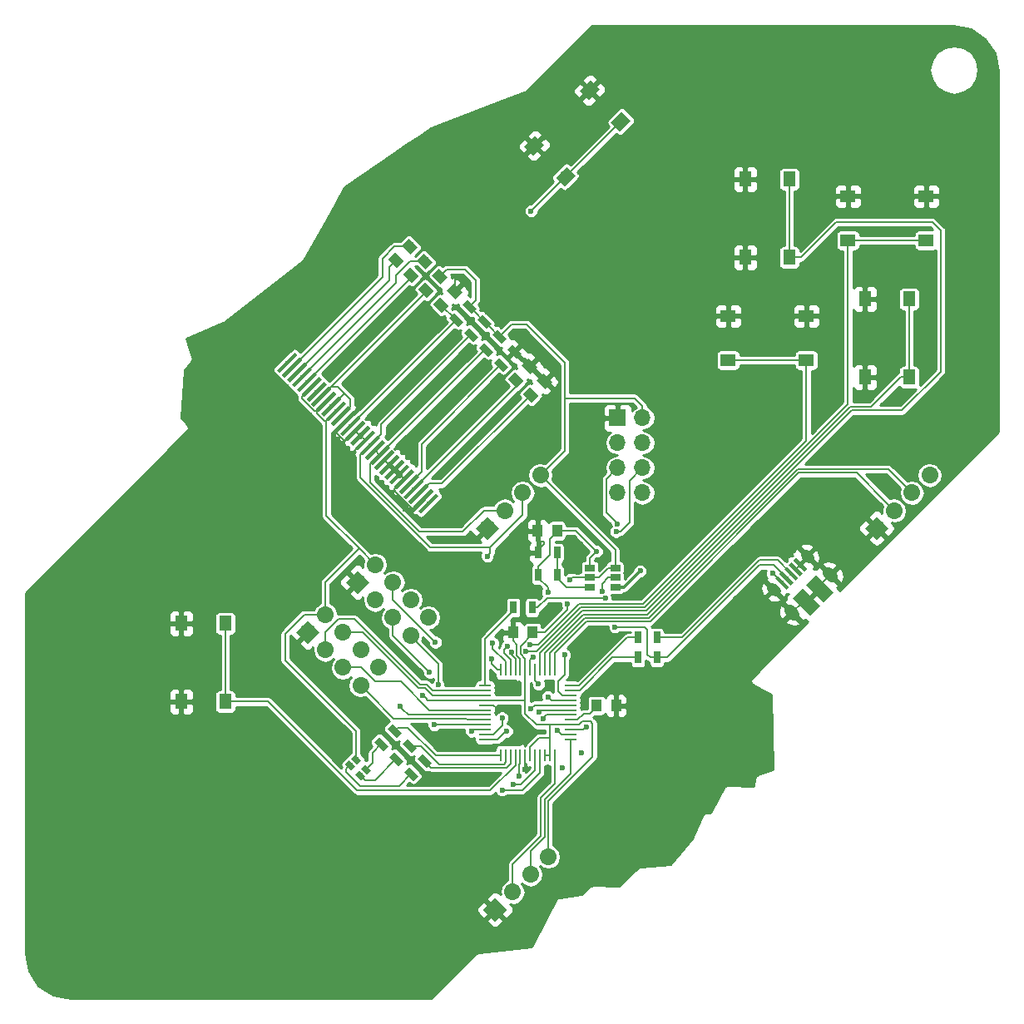
<source format=gtl>
G04 #@! TF.GenerationSoftware,KiCad,Pcbnew,(2017-07-14 revision d3b382c)-master*
G04 #@! TF.CreationDate,2017-07-30T20:26:54+02:00*
G04 #@! TF.ProjectId,Bornhack Make Tradition Badge,426F726E6861636B204D616B65205472,rev?*
G04 #@! TF.SameCoordinates,Original
G04 #@! TF.FileFunction,Copper,L1,Top,Signal*
G04 #@! TF.FilePolarity,Positive*
%FSLAX46Y46*%
G04 Gerber Fmt 4.6, Leading zero omitted, Abs format (unit mm)*
G04 Created by KiCad (PCBNEW (2017-07-14 revision d3b382c)-master) date Sunday, July 30, 2017 'PMt' 08:26:54 PM*
%MOMM*%
%LPD*%
G01*
G04 APERTURE LIST*
%ADD10C,1.430000*%
%ADD11C,0.100000*%
%ADD12C,1.200000*%
%ADD13C,1.200000*%
%ADD14C,1.100000*%
%ADD15C,1.100000*%
%ADD16C,0.400000*%
%ADD17C,1.700000*%
%ADD18C,1.700000*%
%ADD19R,1.700000X1.700000*%
%ADD20O,1.700000X1.700000*%
%ADD21R,1.300000X1.550000*%
%ADD22R,1.550000X1.300000*%
%ADD23C,1.300000*%
%ADD24R,1.000000X1.250000*%
%ADD25C,1.000000*%
%ADD26C,0.650000*%
%ADD27R,1.000000X0.700000*%
%ADD28C,0.700000*%
%ADD29R,0.700000X1.300000*%
%ADD30R,0.250000X1.300000*%
%ADD31R,1.300000X0.250000*%
%ADD32C,0.600000*%
%ADD33C,0.203200*%
%ADD34C,0.304800*%
%ADD35C,0.254000*%
G04 APERTURE END LIST*
D10*
X131302929Y-107796481D03*
D11*
G36*
X132692394Y-108174783D02*
X131681231Y-109185946D01*
X129913464Y-107418179D01*
X130924627Y-106407016D01*
X132692394Y-108174783D01*
X132692394Y-108174783D01*
G37*
D10*
X129945284Y-109154126D03*
D11*
G36*
X131334749Y-109532428D02*
X130323586Y-110543591D01*
X128555819Y-108775824D01*
X129566982Y-107764661D01*
X131334749Y-109532428D01*
X131334749Y-109532428D01*
G37*
D12*
X132384803Y-106375197D03*
D13*
X132561580Y-106551974D02*
X132208026Y-106198420D01*
D12*
X128524000Y-110236000D03*
D13*
X128700777Y-110412777D02*
X128347223Y-110059223D01*
D14*
X130044279Y-104473080D03*
D15*
X130185700Y-104614501D02*
X129902858Y-104331659D01*
D14*
X126621883Y-107895476D03*
D15*
X126763304Y-108036897D02*
X126480462Y-107754055D01*
D16*
X129337173Y-105349892D03*
D11*
G36*
X130061957Y-105791834D02*
X129779115Y-106074676D01*
X128612389Y-104907950D01*
X128895231Y-104625108D01*
X130061957Y-105791834D01*
X130061957Y-105791834D01*
G37*
D16*
X128877553Y-105809511D03*
D11*
G36*
X129602337Y-106251453D02*
X129319495Y-106534295D01*
X128152769Y-105367569D01*
X128435611Y-105084727D01*
X129602337Y-106251453D01*
X129602337Y-106251453D01*
G37*
D16*
X128417934Y-106269131D03*
D11*
G36*
X129142718Y-106711073D02*
X128859876Y-106993915D01*
X127693150Y-105827189D01*
X127975992Y-105544347D01*
X129142718Y-106711073D01*
X129142718Y-106711073D01*
G37*
D16*
X127958314Y-106728750D03*
D11*
G36*
X128683098Y-107170692D02*
X128400256Y-107453534D01*
X127233530Y-106286808D01*
X127516372Y-106003966D01*
X128683098Y-107170692D01*
X128683098Y-107170692D01*
G37*
D16*
X127498695Y-107188370D03*
D11*
G36*
X128223479Y-107630312D02*
X127940637Y-107913154D01*
X126773911Y-106746428D01*
X127056753Y-106463586D01*
X128223479Y-107630312D01*
X128223479Y-107630312D01*
G37*
D17*
X102888052Y-96247948D03*
D18*
X102888052Y-96247948D02*
X102888052Y-96247948D01*
D17*
X101092000Y-98044000D03*
D18*
X101092000Y-98044000D02*
X101092000Y-98044000D01*
D17*
X99295949Y-99840051D03*
D18*
X99295949Y-99840051D02*
X99295949Y-99840051D01*
D17*
X97499898Y-101636102D03*
D11*
G36*
X98701980Y-101636102D02*
X97499898Y-102838184D01*
X96297816Y-101636102D01*
X97499898Y-100434020D01*
X98701980Y-101636102D01*
X98701980Y-101636102D01*
G37*
D17*
X91476103Y-110744000D03*
D18*
X91476103Y-110744000D02*
X91476103Y-110744000D01*
D17*
X89680052Y-112540052D03*
D18*
X89680052Y-112540052D02*
X89680052Y-112540052D01*
D17*
X89680052Y-108947949D03*
D18*
X89680052Y-108947949D02*
X89680052Y-108947949D01*
D17*
X87884000Y-110744000D03*
D18*
X87884000Y-110744000D02*
X87884000Y-110744000D01*
D17*
X87884000Y-107151898D03*
D18*
X87884000Y-107151898D02*
X87884000Y-107151898D01*
D17*
X86087949Y-108947949D03*
D18*
X86087949Y-108947949D02*
X86087949Y-108947949D01*
D17*
X86087949Y-105355847D03*
D18*
X86087949Y-105355847D02*
X86087949Y-105355847D01*
D17*
X84291898Y-107151898D03*
D11*
G36*
X84291898Y-108353980D02*
X83089816Y-107151898D01*
X84291898Y-105949816D01*
X85493980Y-107151898D01*
X84291898Y-108353980D01*
X84291898Y-108353980D01*
G37*
D17*
X86396103Y-115824000D03*
D18*
X86396103Y-115824000D02*
X86396103Y-115824000D01*
D17*
X84600052Y-117620052D03*
D18*
X84600052Y-117620052D02*
X84600052Y-117620052D01*
D17*
X84600052Y-114027949D03*
D18*
X84600052Y-114027949D02*
X84600052Y-114027949D01*
D17*
X82804000Y-115824000D03*
D18*
X82804000Y-115824000D02*
X82804000Y-115824000D01*
D17*
X82804000Y-112231898D03*
D18*
X82804000Y-112231898D02*
X82804000Y-112231898D01*
D17*
X81007949Y-114027949D03*
D18*
X81007949Y-114027949D02*
X81007949Y-114027949D01*
D17*
X81007949Y-110435847D03*
D18*
X81007949Y-110435847D02*
X81007949Y-110435847D01*
D17*
X79211898Y-112231898D03*
D11*
G36*
X79211898Y-113433980D02*
X78009816Y-112231898D01*
X79211898Y-111029816D01*
X80413980Y-112231898D01*
X79211898Y-113433980D01*
X79211898Y-113433980D01*
G37*
D19*
X110744000Y-90424000D03*
D20*
X113284000Y-90424000D03*
X110744000Y-92964000D03*
X113284000Y-92964000D03*
X110744000Y-95504000D03*
X113284000Y-95504000D03*
X110744000Y-98044000D03*
X113284000Y-98044000D03*
D17*
X137123898Y-101636102D03*
D11*
G36*
X138325980Y-101636102D02*
X137123898Y-102838184D01*
X135921816Y-101636102D01*
X137123898Y-100434020D01*
X138325980Y-101636102D01*
X138325980Y-101636102D01*
G37*
D17*
X138919949Y-99840051D03*
D18*
X138919949Y-99840051D02*
X138919949Y-99840051D01*
D17*
X140716000Y-98044000D03*
D18*
X140716000Y-98044000D02*
X140716000Y-98044000D01*
D17*
X142512052Y-96247948D03*
D18*
X142512052Y-96247948D02*
X142512052Y-96247948D01*
D21*
X140426000Y-78316000D03*
X135926000Y-78316000D03*
X135926000Y-86276000D03*
X140426000Y-86276000D03*
D22*
X129964000Y-84546000D03*
X129964000Y-80046000D03*
X122004000Y-80046000D03*
X122004000Y-84546000D03*
X134196000Y-72354000D03*
X134196000Y-67854000D03*
X142156000Y-67854000D03*
X142156000Y-72354000D03*
D21*
X128234000Y-74084000D03*
X123734000Y-74084000D03*
X123734000Y-66124000D03*
X128234000Y-66124000D03*
X70830000Y-119296000D03*
X66330000Y-119296000D03*
X66330000Y-111336000D03*
X70830000Y-111336000D03*
D23*
X111085275Y-60244705D03*
D11*
G36*
X110996887Y-61252332D02*
X110077648Y-60333093D01*
X111173663Y-59237078D01*
X112092902Y-60156317D01*
X110996887Y-61252332D01*
X110996887Y-61252332D01*
G37*
D23*
X107903295Y-57062725D03*
D11*
G36*
X107814907Y-58070352D02*
X106895668Y-57151113D01*
X107991683Y-56055098D01*
X108910922Y-56974337D01*
X107814907Y-58070352D01*
X107814907Y-58070352D01*
G37*
D23*
X102274725Y-62691295D03*
D11*
G36*
X102186337Y-63698922D02*
X101267098Y-62779683D01*
X102363113Y-61683668D01*
X103282352Y-62602907D01*
X102186337Y-63698922D01*
X102186337Y-63698922D01*
G37*
D23*
X105456705Y-65873275D03*
D11*
G36*
X105368317Y-66880902D02*
X104449078Y-65961663D01*
X105545093Y-64865648D01*
X106464332Y-65784887D01*
X105368317Y-66880902D01*
X105368317Y-66880902D01*
G37*
D17*
X103668103Y-135091897D03*
D18*
X103668103Y-135091897D02*
X103668103Y-135091897D01*
D17*
X101872051Y-136887949D03*
D18*
X101872051Y-136887949D02*
X101872051Y-136887949D01*
D17*
X100076000Y-138684000D03*
D18*
X100076000Y-138684000D02*
X100076000Y-138684000D01*
D17*
X98279949Y-140480051D03*
D11*
G36*
X99482031Y-140480051D02*
X98279949Y-141682133D01*
X97077867Y-140480051D01*
X98279949Y-139277969D01*
X99482031Y-140480051D01*
X99482031Y-140480051D01*
G37*
D24*
X110600000Y-119700000D03*
X108600000Y-119700000D03*
X102092000Y-112268000D03*
X100092000Y-112268000D03*
D25*
X89607107Y-72952893D03*
D11*
G36*
X89518719Y-72157398D02*
X90402602Y-73041281D01*
X89695495Y-73748388D01*
X88811612Y-72864505D01*
X89518719Y-72157398D01*
X89518719Y-72157398D01*
G37*
D25*
X88192893Y-74367107D03*
D11*
G36*
X88104505Y-73571612D02*
X88988388Y-74455495D01*
X88281281Y-75162602D01*
X87397398Y-74278719D01*
X88104505Y-73571612D01*
X88104505Y-73571612D01*
G37*
D25*
X89716893Y-75891107D03*
D11*
G36*
X89628505Y-75095612D02*
X90512388Y-75979495D01*
X89805281Y-76686602D01*
X88921398Y-75802719D01*
X89628505Y-75095612D01*
X89628505Y-75095612D01*
G37*
D25*
X91131107Y-74476893D03*
D11*
G36*
X91042719Y-73681398D02*
X91926602Y-74565281D01*
X91219495Y-75272388D01*
X90335612Y-74388505D01*
X91042719Y-73681398D01*
X91042719Y-73681398D01*
G37*
D25*
X92655107Y-76000893D03*
D11*
G36*
X92566719Y-75205398D02*
X93450602Y-76089281D01*
X92743495Y-76796388D01*
X91859612Y-75912505D01*
X92566719Y-75205398D01*
X92566719Y-75205398D01*
G37*
D25*
X91240893Y-77415107D03*
D11*
G36*
X91152505Y-76619612D02*
X92036388Y-77503495D01*
X91329281Y-78210602D01*
X90445398Y-77326719D01*
X91152505Y-76619612D01*
X91152505Y-76619612D01*
G37*
D24*
X102600000Y-101900000D03*
X104600000Y-101900000D03*
D25*
X103323107Y-86668893D03*
D11*
G36*
X103411495Y-87464388D02*
X102527612Y-86580505D01*
X103234719Y-85873398D01*
X104118602Y-86757281D01*
X103411495Y-87464388D01*
X103411495Y-87464388D01*
G37*
D25*
X101908893Y-88083107D03*
D11*
G36*
X101997281Y-88878602D02*
X101113398Y-87994719D01*
X101820505Y-87287612D01*
X102704388Y-88171495D01*
X101997281Y-88878602D01*
X101997281Y-88878602D01*
G37*
D25*
X92764893Y-78939107D03*
D11*
G36*
X92676505Y-78143612D02*
X93560388Y-79027495D01*
X92853281Y-79734602D01*
X91969398Y-78850719D01*
X92676505Y-78143612D01*
X92676505Y-78143612D01*
G37*
D25*
X94179107Y-77524893D03*
D11*
G36*
X94090719Y-76729398D02*
X94974602Y-77613281D01*
X94267495Y-78320388D01*
X93383612Y-77436505D01*
X94090719Y-76729398D01*
X94090719Y-76729398D01*
G37*
D25*
X100384893Y-86559107D03*
D11*
G36*
X100473281Y-87354602D02*
X99589398Y-86470719D01*
X100296505Y-85763612D01*
X101180388Y-86647495D01*
X100473281Y-87354602D01*
X100473281Y-87354602D01*
G37*
D25*
X101799107Y-85144893D03*
D11*
G36*
X101887495Y-85940388D02*
X101003612Y-85056505D01*
X101710719Y-84349398D01*
X102594602Y-85233281D01*
X101887495Y-85940388D01*
X101887495Y-85940388D01*
G37*
D26*
X85141173Y-126196132D03*
D11*
G36*
X85070462Y-125665802D02*
X85671503Y-126266843D01*
X85211884Y-126726462D01*
X84610843Y-126125421D01*
X85070462Y-125665802D01*
X85070462Y-125665802D01*
G37*
D26*
X84540132Y-126797173D03*
D11*
G36*
X84469421Y-126266843D02*
X85070462Y-126867884D01*
X84610843Y-127327503D01*
X84009802Y-126726462D01*
X84469421Y-126266843D01*
X84469421Y-126266843D01*
G37*
D26*
X83514827Y-125771868D03*
D11*
G36*
X83444116Y-125241538D02*
X84045157Y-125842579D01*
X83585538Y-126302198D01*
X82984497Y-125701157D01*
X83444116Y-125241538D01*
X83444116Y-125241538D01*
G37*
D26*
X84115868Y-125170827D03*
D11*
G36*
X84045157Y-124640497D02*
X84646198Y-125241538D01*
X84186579Y-125701157D01*
X83585538Y-125100116D01*
X84045157Y-124640497D01*
X84045157Y-124640497D01*
G37*
D27*
X110520000Y-106680000D03*
X110520000Y-105730000D03*
X110520000Y-107630000D03*
X107920000Y-107630000D03*
X107920000Y-106680000D03*
X107920000Y-105730000D03*
D28*
X86704249Y-123607751D03*
D11*
G36*
X86916381Y-124314858D02*
X85997142Y-123395619D01*
X86492117Y-122900644D01*
X87411356Y-123819883D01*
X86916381Y-124314858D01*
X86916381Y-124314858D01*
G37*
D28*
X88047751Y-122264249D03*
D11*
G36*
X88259883Y-122971356D02*
X87340644Y-122052117D01*
X87835619Y-121557142D01*
X88754858Y-122476381D01*
X88259883Y-122971356D01*
X88259883Y-122971356D01*
G37*
D28*
X89571751Y-123788249D03*
D11*
G36*
X89783883Y-124495356D02*
X88864644Y-123576117D01*
X89359619Y-123081142D01*
X90278858Y-124000381D01*
X89783883Y-124495356D01*
X89783883Y-124495356D01*
G37*
D28*
X88228249Y-125131751D03*
D11*
G36*
X88440381Y-125838858D02*
X87521142Y-124919619D01*
X88016117Y-124424644D01*
X88935356Y-125343883D01*
X88440381Y-125838858D01*
X88440381Y-125838858D01*
G37*
D28*
X89752249Y-126655751D03*
D11*
G36*
X89964381Y-127362858D02*
X89045142Y-126443619D01*
X89540117Y-125948644D01*
X90459356Y-126867883D01*
X89964381Y-127362858D01*
X89964381Y-127362858D01*
G37*
D28*
X91095751Y-125312249D03*
D11*
G36*
X91307883Y-126019356D02*
X90388644Y-125100117D01*
X90883619Y-124605142D01*
X91802858Y-125524381D01*
X91307883Y-126019356D01*
X91307883Y-126019356D01*
G37*
D29*
X100142000Y-109728000D03*
X102042000Y-109728000D03*
X114750000Y-114800000D03*
X112850000Y-114800000D03*
X112842000Y-112776000D03*
X114742000Y-112776000D03*
X104582000Y-106400000D03*
X102682000Y-106400000D03*
X104582000Y-104140000D03*
X102682000Y-104140000D03*
D28*
X94324249Y-80427751D03*
D11*
G36*
X94112117Y-79720644D02*
X95031356Y-80639883D01*
X94536381Y-81134858D01*
X93617142Y-80215619D01*
X94112117Y-79720644D01*
X94112117Y-79720644D01*
G37*
D28*
X95667751Y-79084249D03*
D11*
G36*
X95455619Y-78377142D02*
X96374858Y-79296381D01*
X95879883Y-79791356D01*
X94960644Y-78872117D01*
X95455619Y-78377142D01*
X95455619Y-78377142D01*
G37*
D28*
X97372249Y-83475751D03*
D11*
G36*
X97160117Y-82768644D02*
X98079356Y-83687883D01*
X97584381Y-84182858D01*
X96665142Y-83263619D01*
X97160117Y-82768644D01*
X97160117Y-82768644D01*
G37*
D28*
X98715751Y-82132249D03*
D11*
G36*
X98503619Y-81425142D02*
X99422858Y-82344381D01*
X98927883Y-82839356D01*
X98008644Y-81920117D01*
X98503619Y-81425142D01*
X98503619Y-81425142D01*
G37*
D28*
X97191751Y-80608249D03*
D11*
G36*
X96979619Y-79901142D02*
X97898858Y-80820381D01*
X97403883Y-81315356D01*
X96484644Y-80396117D01*
X96979619Y-79901142D01*
X96979619Y-79901142D01*
G37*
D28*
X95848249Y-81951751D03*
D11*
G36*
X95636117Y-81244644D02*
X96555356Y-82163883D01*
X96060381Y-82658858D01*
X95141142Y-81739619D01*
X95636117Y-81244644D01*
X95636117Y-81244644D01*
G37*
D28*
X98896249Y-84999751D03*
D11*
G36*
X99108381Y-85706858D02*
X98189142Y-84787619D01*
X98684117Y-84292644D01*
X99603356Y-85211883D01*
X99108381Y-85706858D01*
X99108381Y-85706858D01*
G37*
D28*
X100239751Y-83656249D03*
D11*
G36*
X100451883Y-84363356D02*
X99532644Y-83444117D01*
X100027619Y-82949142D01*
X100946858Y-83868381D01*
X100451883Y-84363356D01*
X100451883Y-84363356D01*
G37*
D30*
X98850000Y-116046000D03*
X99350000Y-116046000D03*
X99850000Y-116046000D03*
X100350000Y-116046000D03*
X100850000Y-116046000D03*
X101350000Y-116046000D03*
X101850000Y-116046000D03*
X102350000Y-116046000D03*
X102850000Y-116046000D03*
X103350000Y-116046000D03*
X103850000Y-116046000D03*
X104350000Y-116046000D03*
D31*
X105950000Y-117646000D03*
X105950000Y-118146000D03*
X105950000Y-118646000D03*
X105950000Y-119146000D03*
X105950000Y-119646000D03*
X105950000Y-120146000D03*
X105950000Y-120646000D03*
X105950000Y-121146000D03*
X105950000Y-121646000D03*
X105950000Y-122146000D03*
X105950000Y-122646000D03*
X105950000Y-123146000D03*
D30*
X104350000Y-124746000D03*
X103850000Y-124746000D03*
X103350000Y-124746000D03*
X102850000Y-124746000D03*
X102350000Y-124746000D03*
X101850000Y-124746000D03*
X101350000Y-124746000D03*
X100850000Y-124746000D03*
X100350000Y-124746000D03*
X99850000Y-124746000D03*
X99350000Y-124746000D03*
X98850000Y-124746000D03*
D31*
X97250000Y-123146000D03*
X97250000Y-122646000D03*
X97250000Y-122146000D03*
X97250000Y-121646000D03*
X97250000Y-121146000D03*
X97250000Y-120646000D03*
X97250000Y-120146000D03*
X97250000Y-119646000D03*
X97250000Y-119146000D03*
X97250000Y-118646000D03*
X97250000Y-118146000D03*
X97250000Y-117646000D03*
D16*
X84562462Y-92208513D03*
D11*
G36*
X83523015Y-92965117D02*
X85319066Y-91169066D01*
X85601909Y-91451909D01*
X83805858Y-93247960D01*
X83523015Y-92965117D01*
X83523015Y-92965117D01*
G37*
D16*
X85057437Y-92703487D03*
D11*
G36*
X84017990Y-93460091D02*
X85814041Y-91664040D01*
X86096884Y-91946883D01*
X84300833Y-93742934D01*
X84017990Y-93460091D01*
X84017990Y-93460091D01*
G37*
D16*
X85552412Y-93198462D03*
D11*
G36*
X84512965Y-93955066D02*
X86309016Y-92159015D01*
X86591859Y-92441858D01*
X84795808Y-94237909D01*
X84512965Y-93955066D01*
X84512965Y-93955066D01*
G37*
D16*
X86047386Y-93693437D03*
D11*
G36*
X85007939Y-94450041D02*
X86803990Y-92653990D01*
X87086833Y-92936833D01*
X85290782Y-94732884D01*
X85007939Y-94450041D01*
X85007939Y-94450041D01*
G37*
D16*
X86542361Y-94188412D03*
D11*
G36*
X85502914Y-94945016D02*
X87298965Y-93148965D01*
X87581808Y-93431808D01*
X85785757Y-95227859D01*
X85502914Y-94945016D01*
X85502914Y-94945016D01*
G37*
D16*
X87037336Y-94683386D03*
D11*
G36*
X85997889Y-95439990D02*
X87793940Y-93643939D01*
X88076783Y-93926782D01*
X86280732Y-95722833D01*
X85997889Y-95439990D01*
X85997889Y-95439990D01*
G37*
D16*
X87532311Y-95178361D03*
D11*
G36*
X86492864Y-95934965D02*
X88288915Y-94138914D01*
X88571758Y-94421757D01*
X86775707Y-96217808D01*
X86492864Y-95934965D01*
X86492864Y-95934965D01*
G37*
D16*
X88027285Y-95673336D03*
D11*
G36*
X86987838Y-96429940D02*
X88783889Y-94633889D01*
X89066732Y-94916732D01*
X87270681Y-96712783D01*
X86987838Y-96429940D01*
X86987838Y-96429940D01*
G37*
D16*
X88522260Y-96168311D03*
D11*
G36*
X87482813Y-96924915D02*
X89278864Y-95128864D01*
X89561707Y-95411707D01*
X87765656Y-97207758D01*
X87482813Y-96924915D01*
X87482813Y-96924915D01*
G37*
D16*
X89017235Y-96663285D03*
D11*
G36*
X87977788Y-97419889D02*
X89773839Y-95623838D01*
X90056682Y-95906681D01*
X88260631Y-97702732D01*
X87977788Y-97419889D01*
X87977788Y-97419889D01*
G37*
D16*
X89512210Y-97158260D03*
D11*
G36*
X88472763Y-97914864D02*
X90268814Y-96118813D01*
X90551657Y-96401656D01*
X88755606Y-98197707D01*
X88472763Y-97914864D01*
X88472763Y-97914864D01*
G37*
D16*
X90007184Y-97653235D03*
D11*
G36*
X88967737Y-98409839D02*
X90763788Y-96613788D01*
X91046631Y-96896631D01*
X89250580Y-98692682D01*
X88967737Y-98409839D01*
X88967737Y-98409839D01*
G37*
D16*
X90502159Y-98148210D03*
D11*
G36*
X89462712Y-98904814D02*
X91258763Y-97108763D01*
X91541606Y-97391606D01*
X89745555Y-99187657D01*
X89462712Y-98904814D01*
X89462712Y-98904814D01*
G37*
D16*
X90997134Y-98643184D03*
D11*
G36*
X89957687Y-99399788D02*
X91753738Y-97603737D01*
X92036581Y-97886580D01*
X90240530Y-99682631D01*
X89957687Y-99399788D01*
X89957687Y-99399788D01*
G37*
D16*
X91492109Y-99138159D03*
D11*
G36*
X90452662Y-99894763D02*
X92248713Y-98098712D01*
X92531556Y-98381555D01*
X90735505Y-100177606D01*
X90452662Y-99894763D01*
X90452662Y-99894763D01*
G37*
D16*
X77137841Y-84783891D03*
D11*
G36*
X76098394Y-85540495D02*
X77894445Y-83744444D01*
X78177288Y-84027287D01*
X76381237Y-85823338D01*
X76098394Y-85540495D01*
X76098394Y-85540495D01*
G37*
D16*
X77632816Y-85278866D03*
D11*
G36*
X76593369Y-86035470D02*
X78389420Y-84239419D01*
X78672263Y-84522262D01*
X76876212Y-86318313D01*
X76593369Y-86035470D01*
X76593369Y-86035470D01*
G37*
D16*
X78127790Y-85773841D03*
D11*
G36*
X77088343Y-86530445D02*
X78884394Y-84734394D01*
X79167237Y-85017237D01*
X77371186Y-86813288D01*
X77088343Y-86530445D01*
X77088343Y-86530445D01*
G37*
D16*
X78622765Y-86268816D03*
D11*
G36*
X77583318Y-87025420D02*
X79379369Y-85229369D01*
X79662212Y-85512212D01*
X77866161Y-87308263D01*
X77583318Y-87025420D01*
X77583318Y-87025420D01*
G37*
D16*
X79117740Y-86763790D03*
D11*
G36*
X78078293Y-87520394D02*
X79874344Y-85724343D01*
X80157187Y-86007186D01*
X78361136Y-87803237D01*
X78078293Y-87520394D01*
X78078293Y-87520394D01*
G37*
D16*
X79612715Y-87258765D03*
D11*
G36*
X78573268Y-88015369D02*
X80369319Y-86219318D01*
X80652162Y-86502161D01*
X78856111Y-88298212D01*
X78573268Y-88015369D01*
X78573268Y-88015369D01*
G37*
D16*
X80107689Y-87753740D03*
D11*
G36*
X79068242Y-88510344D02*
X80864293Y-86714293D01*
X81147136Y-86997136D01*
X79351085Y-88793187D01*
X79068242Y-88510344D01*
X79068242Y-88510344D01*
G37*
D16*
X80602664Y-88248715D03*
D11*
G36*
X79563217Y-89005319D02*
X81359268Y-87209268D01*
X81642111Y-87492111D01*
X79846060Y-89288162D01*
X79563217Y-89005319D01*
X79563217Y-89005319D01*
G37*
D16*
X81097639Y-88743689D03*
D11*
G36*
X80058192Y-89500293D02*
X81854243Y-87704242D01*
X82137086Y-87987085D01*
X80341035Y-89783136D01*
X80058192Y-89500293D01*
X80058192Y-89500293D01*
G37*
D16*
X81592614Y-89238664D03*
D11*
G36*
X80553167Y-89995268D02*
X82349218Y-88199217D01*
X82632061Y-88482060D01*
X80836010Y-90278111D01*
X80553167Y-89995268D01*
X80553167Y-89995268D01*
G37*
D16*
X82087588Y-89733639D03*
D11*
G36*
X81048141Y-90490243D02*
X82844192Y-88694192D01*
X83127035Y-88977035D01*
X81330984Y-90773086D01*
X81048141Y-90490243D01*
X81048141Y-90490243D01*
G37*
D16*
X82582563Y-90228614D03*
D11*
G36*
X81543116Y-90985218D02*
X83339167Y-89189167D01*
X83622010Y-89472010D01*
X81825959Y-91268061D01*
X81543116Y-90985218D01*
X81543116Y-90985218D01*
G37*
D16*
X83077538Y-90723588D03*
D11*
G36*
X82038091Y-91480192D02*
X83834142Y-89684141D01*
X84116985Y-89966984D01*
X82320934Y-91763035D01*
X82038091Y-91480192D01*
X82038091Y-91480192D01*
G37*
D16*
X83572513Y-91218563D03*
D11*
G36*
X82533066Y-91975167D02*
X84329117Y-90179116D01*
X84611960Y-90461959D01*
X82815909Y-92258010D01*
X82533066Y-91975167D01*
X82533066Y-91975167D01*
G37*
D16*
X84067487Y-91713538D03*
D11*
G36*
X83028040Y-92470142D02*
X84824091Y-90674091D01*
X85106934Y-90956934D01*
X83310883Y-92752985D01*
X83028040Y-92470142D01*
X83028040Y-92470142D01*
G37*
D32*
X105100000Y-126000000D03*
X107050000Y-124500000D03*
X85350000Y-120800000D03*
X93250000Y-127100000D03*
X106700000Y-106100000D03*
X107000000Y-103250000D03*
X100600000Y-120300000D03*
X98000000Y-116750000D03*
X100650000Y-118100000D03*
X102400000Y-118900000D03*
X117250000Y-57500000D03*
X74750000Y-87750000D03*
X65000000Y-99750000D03*
X109250000Y-133750000D03*
X121750000Y-123000000D03*
X93472000Y-82867500D03*
X68707000Y-109093000D03*
X108013500Y-96964500D03*
X89535000Y-93091000D03*
X93662500Y-85598000D03*
X88836500Y-90424000D03*
X94170500Y-88138000D03*
X99504500Y-89281000D03*
X93472000Y-95377000D03*
X107251500Y-113855500D03*
X137668000Y-96837500D03*
X139192000Y-88392000D03*
X101304010Y-126200000D03*
X110600000Y-121750000D03*
X94374872Y-76141639D03*
X98495990Y-120114961D03*
X89147826Y-99732645D03*
X83400000Y-94300000D03*
X104400000Y-85600000D03*
X102900000Y-84000000D03*
X101400000Y-82500000D03*
X66300000Y-115200000D03*
X126000000Y-80000000D03*
X135926000Y-82326000D03*
X123700000Y-70100000D03*
X138200000Y-67800000D03*
X105000000Y-60000000D03*
X90922093Y-118650000D03*
X105900000Y-106900000D03*
X105650000Y-109350000D03*
X126516643Y-106209818D03*
X103650000Y-108150000D03*
X103650000Y-118800000D03*
X108600000Y-104000000D03*
X97900000Y-114949998D03*
X97491980Y-104500000D03*
X98041630Y-113350006D03*
X92095990Y-121650000D03*
X88599994Y-119800000D03*
X98995990Y-120950000D03*
X99450000Y-122300000D03*
X110750000Y-101200000D03*
X104650000Y-122250000D03*
X110600000Y-102000000D03*
X107550000Y-121850000D03*
X102746936Y-120341420D03*
X103150000Y-120999998D03*
X101411400Y-114155176D03*
X99947778Y-114300000D03*
X101795990Y-113508482D03*
X99505253Y-113691481D03*
X101950000Y-120000000D03*
X92500000Y-117600000D03*
X99000000Y-128300000D03*
X91600000Y-116300000D03*
X100150000Y-127700000D03*
X92200002Y-113250000D03*
X100750000Y-126850000D03*
X113050000Y-106000000D03*
X110470238Y-111697344D03*
X109500000Y-108750000D03*
X105347283Y-114536200D03*
X109186292Y-108066106D03*
X95904010Y-122300000D03*
X101950000Y-69350000D03*
X102150000Y-114750000D03*
X102700000Y-117500000D03*
D33*
X102600000Y-102728200D02*
X102867790Y-102995990D01*
X102867790Y-102995990D02*
X103254010Y-102995990D01*
X102600000Y-101900000D02*
X102600000Y-102728200D01*
X102682000Y-104140000D02*
X102682000Y-103840000D01*
X102682000Y-103840000D02*
X103254010Y-103267990D01*
X103254010Y-103267990D02*
X103254010Y-102995990D01*
X100501788Y-114568395D02*
X100850000Y-114916607D01*
X100092000Y-113096200D02*
X100501788Y-113505988D01*
X100850000Y-114916607D02*
X100850000Y-115192800D01*
X100092000Y-112268000D02*
X100092000Y-113096200D01*
X100501788Y-113505988D02*
X100501788Y-114568395D01*
X100850000Y-115192800D02*
X100850000Y-116046000D01*
X101350000Y-126154010D02*
X101304010Y-126200000D01*
X101350000Y-124746000D02*
X101350000Y-126154010D01*
X110600000Y-119700000D02*
X110600000Y-121750000D01*
X94179107Y-76337404D02*
X94374872Y-76141639D01*
X94179107Y-77524893D02*
X94179107Y-76337404D01*
X98103200Y-119646000D02*
X98495990Y-120038790D01*
X97250000Y-119646000D02*
X98103200Y-119646000D01*
X98495990Y-120038790D02*
X98495990Y-120114961D01*
X89268552Y-99611919D02*
X89147826Y-99732645D01*
X90028399Y-99611919D02*
X89268552Y-99611919D01*
X90997134Y-98643184D02*
X90028399Y-99611919D01*
X85057437Y-92703487D02*
X83460924Y-94300000D01*
X83460924Y-94300000D02*
X83400000Y-94300000D01*
X129945284Y-109154126D02*
X129605874Y-109154126D01*
X129605874Y-109154126D02*
X128524000Y-110236000D01*
X131302929Y-107796481D02*
X131302929Y-107457071D01*
X131302929Y-107457071D02*
X132384803Y-106375197D01*
X129337173Y-105349892D02*
X129337173Y-105180186D01*
X129337173Y-105180186D02*
X130044279Y-104473080D01*
X128877553Y-105809511D02*
X128877554Y-105809511D01*
X128877554Y-105809511D02*
X129337173Y-105349892D01*
X87037336Y-94683386D02*
X87037336Y-94762664D01*
X89017235Y-96663285D02*
X88048500Y-97632020D01*
X88048500Y-97632020D02*
X88048500Y-97849829D01*
X88048500Y-97849829D02*
X89810590Y-99611919D01*
X89810590Y-99611919D02*
X90028399Y-99611919D01*
X88522260Y-96168311D02*
X88522261Y-96168311D01*
X88522261Y-96168311D02*
X89017235Y-96663285D01*
X88027285Y-95673336D02*
X88522260Y-96168311D01*
X87532311Y-95178361D02*
X87532311Y-95178362D01*
X87532311Y-95178362D02*
X88027285Y-95673336D01*
X87037336Y-94683386D02*
X87532311Y-95178361D01*
X84562462Y-92208513D02*
X84562463Y-92208513D01*
X84562463Y-92208513D02*
X85057437Y-92703487D01*
X84067487Y-91713538D02*
X84562462Y-92208513D01*
X83077538Y-90723588D02*
X82108803Y-91692323D01*
X82108803Y-91692323D02*
X82108803Y-91910131D01*
X82108803Y-91910131D02*
X82880945Y-92682273D01*
X82880945Y-92682273D02*
X83098752Y-92682273D01*
X83098752Y-92682273D02*
X84067487Y-91713538D01*
X103323107Y-86668893D02*
X103331107Y-86668893D01*
X103331107Y-86668893D02*
X104400000Y-85600000D01*
X101799107Y-85144893D02*
X101799107Y-85100893D01*
X101799107Y-85100893D02*
X102900000Y-84000000D01*
X100561948Y-83338052D02*
X101400000Y-82500000D01*
X100239751Y-83656249D02*
X100557948Y-83338052D01*
X100557948Y-83338052D02*
X100561948Y-83338052D01*
X66330000Y-119296000D02*
X66330000Y-115230000D01*
X66330000Y-115230000D02*
X66300000Y-115200000D01*
X66330000Y-111336000D02*
X66330000Y-115170000D01*
X66330000Y-115170000D02*
X66300000Y-115200000D01*
X122004000Y-80046000D02*
X125954000Y-80046000D01*
X125954000Y-80046000D02*
X126000000Y-80000000D01*
X129964000Y-80046000D02*
X126046000Y-80046000D01*
X126046000Y-80046000D02*
X126000000Y-80000000D01*
X135926000Y-78316000D02*
X135926000Y-79294200D01*
X135926000Y-79294200D02*
X135926000Y-82326000D01*
X135926000Y-86276000D02*
X135926000Y-82326000D01*
X123734000Y-74084000D02*
X123734000Y-70134000D01*
X123734000Y-70134000D02*
X123700000Y-70100000D01*
X123734000Y-66124000D02*
X123734000Y-70066000D01*
X123734000Y-70066000D02*
X123700000Y-70100000D01*
X134196000Y-67854000D02*
X138146000Y-67854000D01*
X138146000Y-67854000D02*
X138200000Y-67800000D01*
X142156000Y-67854000D02*
X138254000Y-67854000D01*
X138254000Y-67854000D02*
X138200000Y-67800000D01*
X102274725Y-62691295D02*
X104966020Y-60000000D01*
X104966020Y-60000000D02*
X105000000Y-60000000D01*
X107903295Y-57062725D02*
X105000000Y-59966020D01*
X105000000Y-59966020D02*
X105000000Y-60000000D01*
X105950000Y-121146000D02*
X106682202Y-121146000D01*
X106682202Y-121146000D02*
X107300002Y-120528200D01*
X107300002Y-120528200D02*
X107896800Y-120528200D01*
X107896800Y-120528200D02*
X108600000Y-119825000D01*
X108600000Y-119825000D02*
X108600000Y-119700000D01*
X103850000Y-121646000D02*
X103846000Y-121650000D01*
X103846000Y-121650000D02*
X102500000Y-121650000D01*
X102500000Y-121650000D02*
X101350000Y-120500000D01*
X101350000Y-120500000D02*
X101350000Y-119146000D01*
X100857399Y-114421097D02*
X100857399Y-113627601D01*
X101350000Y-114913698D02*
X100857399Y-114421097D01*
X101350000Y-116046000D02*
X101350000Y-114913698D01*
X102092000Y-112393000D02*
X102092000Y-112268000D01*
X100857399Y-113627601D02*
X102092000Y-112393000D01*
X103668103Y-135091897D02*
X103668103Y-129431897D01*
X103668103Y-129431897D02*
X108200000Y-124900000D01*
X108200000Y-124900000D02*
X108200000Y-121530078D01*
X108200000Y-121530078D02*
X107965921Y-121295999D01*
X107965921Y-121295999D02*
X107153201Y-121295999D01*
X107153201Y-121295999D02*
X106803200Y-121646000D01*
X106803200Y-121646000D02*
X105950000Y-121646000D01*
X91222092Y-118949999D02*
X90922093Y-118650000D01*
X97250000Y-119146000D02*
X91418093Y-119146000D01*
X91418093Y-119146000D02*
X91222092Y-118949999D01*
X105950000Y-121646000D02*
X103850000Y-121646000D01*
X103850000Y-122099200D02*
X103850000Y-121646000D01*
X102092000Y-112268000D02*
X103332000Y-112268000D01*
X103332000Y-112268000D02*
X105650000Y-109950000D01*
X105650000Y-109950000D02*
X105650000Y-109350000D01*
X106120000Y-106680000D02*
X105900000Y-106900000D01*
X107920000Y-106680000D02*
X106120000Y-106680000D01*
X81007949Y-110435847D02*
X78864153Y-110435847D01*
X78864153Y-110435847D02*
X76900000Y-112400000D01*
X76900000Y-112400000D02*
X76900000Y-115068264D01*
X76900000Y-115068264D02*
X84115868Y-122284132D01*
X84115868Y-122284132D02*
X84115868Y-125170827D01*
X102888052Y-96247948D02*
X110520000Y-103879896D01*
X110520000Y-103879896D02*
X110520000Y-105730000D01*
X103850000Y-124746000D02*
X103850000Y-123000000D01*
X103850000Y-123000000D02*
X103850000Y-122099200D01*
X101850000Y-124746000D02*
X101850000Y-123892800D01*
X101850000Y-123892800D02*
X102742800Y-123000000D01*
X102742800Y-123000000D02*
X103850000Y-123000000D01*
X101350000Y-119146000D02*
X98103200Y-119146000D01*
X101350000Y-116046000D02*
X101350000Y-119146000D01*
X98103200Y-119146000D02*
X97250000Y-119146000D01*
X110520000Y-105730000D02*
X109816800Y-105730000D01*
X109816800Y-105730000D02*
X108866800Y-106680000D01*
X108866800Y-106680000D02*
X108623200Y-106680000D01*
X108623200Y-106680000D02*
X107920000Y-106680000D01*
X105400000Y-84800000D02*
X105400000Y-88400000D01*
X113284000Y-90424000D02*
X113284000Y-89221919D01*
X105400000Y-88400000D02*
X105400000Y-93736000D01*
X113284000Y-89221919D02*
X112462081Y-88400000D01*
X112462081Y-88400000D02*
X105400000Y-88400000D01*
X105400000Y-93736000D02*
X102888052Y-96247948D01*
X101500000Y-80900000D02*
X105400000Y-84800000D01*
X99948000Y-80900000D02*
X101500000Y-80900000D01*
X98715751Y-82132249D02*
X99948000Y-80900000D01*
X81118853Y-100386751D02*
X84432102Y-103700000D01*
X84432102Y-103700000D02*
X86087949Y-105355847D01*
X81007949Y-110435847D02*
X81007949Y-107124153D01*
X81007949Y-107124153D02*
X84432102Y-103700000D01*
X81118853Y-90702374D02*
X81118853Y-100386751D01*
X103350000Y-124746000D02*
X103850000Y-124746000D01*
X92655107Y-76000893D02*
X93356000Y-75300000D01*
X93356000Y-75300000D02*
X95200000Y-75300000D01*
X95200000Y-75300000D02*
X96300000Y-76400000D01*
X96300000Y-76400000D02*
X96300000Y-78452000D01*
X96300000Y-78452000D02*
X95667751Y-79084249D01*
X97191751Y-80608249D02*
X97722080Y-81138578D01*
X97722080Y-81138578D02*
X98715751Y-82132249D01*
X95667751Y-79084249D02*
X96198080Y-79614578D01*
X96198080Y-79614578D02*
X97191751Y-80608249D01*
X81097639Y-88743689D02*
X80128904Y-89712424D01*
X80128904Y-89712424D02*
X80128904Y-89930232D01*
X80128904Y-89930232D02*
X80901046Y-90702374D01*
X80901046Y-90702374D02*
X81118853Y-90702374D01*
X81118853Y-90702374D02*
X82087588Y-89733639D01*
X79612715Y-87258765D02*
X78643980Y-88227500D01*
X78643980Y-88227500D02*
X78643980Y-88445309D01*
X78643980Y-88445309D02*
X79911095Y-89712424D01*
X79911095Y-89712424D02*
X80128904Y-89712424D01*
X77632816Y-85278866D02*
X86800000Y-76111682D01*
X86800000Y-76111682D02*
X86800000Y-74200000D01*
X86800000Y-74200000D02*
X88047107Y-72952893D01*
X88047107Y-72952893D02*
X88800000Y-72952893D01*
X88800000Y-72952893D02*
X89607107Y-72952893D01*
X78127790Y-85773841D02*
X87500000Y-76401631D01*
X87500000Y-76401631D02*
X87500000Y-75060000D01*
X87500000Y-75060000D02*
X87768630Y-74791370D01*
X87768630Y-74791370D02*
X88192893Y-74367107D01*
X79117740Y-86763790D02*
X89716893Y-76164637D01*
X89716893Y-76164637D02*
X89716893Y-75891107D01*
X78622765Y-86268816D02*
X88200000Y-76691581D01*
X90324000Y-74476893D02*
X91131107Y-74476893D01*
X88200000Y-76691581D02*
X88200000Y-75900000D01*
X89623107Y-74476893D02*
X90324000Y-74476893D01*
X88200000Y-75900000D02*
X89623107Y-74476893D01*
X81592614Y-89238664D02*
X82915639Y-87915639D01*
X82915639Y-87915639D02*
X83551298Y-88551298D01*
X83551298Y-88551298D02*
X83551298Y-89259879D01*
X83551298Y-89259879D02*
X82582563Y-90228614D01*
X80602664Y-88248715D02*
X81571399Y-87279980D01*
X81571399Y-87279980D02*
X82292116Y-87279980D01*
X82292116Y-87279980D02*
X83551298Y-88539162D01*
X83551298Y-88539162D02*
X83551298Y-89259879D01*
X80602664Y-88248715D02*
X91240893Y-77610486D01*
X91240893Y-77610486D02*
X91240893Y-77415107D01*
X102682000Y-105546800D02*
X102682000Y-106400000D01*
X103896800Y-104332000D02*
X102682000Y-105546800D01*
X103896800Y-102728200D02*
X103896800Y-104332000D01*
X104600000Y-102025000D02*
X103896800Y-102728200D01*
X104600000Y-101900000D02*
X104600000Y-102025000D01*
X126520143Y-106209818D02*
X126516643Y-106209818D01*
X127498695Y-107188370D02*
X126520143Y-106209818D01*
X103650000Y-107725736D02*
X103650000Y-108150000D01*
X103650000Y-107668000D02*
X103650000Y-107725736D01*
X102682000Y-106700000D02*
X103650000Y-107668000D01*
X102682000Y-106400000D02*
X102682000Y-106700000D01*
X105950000Y-119146000D02*
X103996000Y-119146000D01*
X103996000Y-119146000D02*
X103650000Y-118800000D01*
X108600000Y-104000000D02*
X107920000Y-104680000D01*
X107920000Y-104680000D02*
X107920000Y-105730000D01*
X104600000Y-101900000D02*
X106500000Y-101900000D01*
X106500000Y-101900000D02*
X108600000Y-104000000D01*
X90502159Y-98148210D02*
X91550369Y-97100000D01*
X91550369Y-97100000D02*
X92892000Y-97100000D01*
X92892000Y-97100000D02*
X101908893Y-88083107D01*
X92764893Y-78939107D02*
X94253537Y-80427751D01*
X94253537Y-80427751D02*
X94324249Y-80427751D01*
X83572513Y-91218563D02*
X94324249Y-80466827D01*
X94324249Y-80466827D02*
X94324249Y-80427751D01*
X90007184Y-97653235D02*
X100384893Y-87275526D01*
X100384893Y-87275526D02*
X100384893Y-86559107D01*
X85141173Y-126196132D02*
X85800000Y-125537305D01*
X85800000Y-125537305D02*
X85800000Y-124512000D01*
X85800000Y-124512000D02*
X86704249Y-123607751D01*
X88228249Y-125131751D02*
X86060000Y-127300000D01*
X86060000Y-127300000D02*
X85050333Y-127300000D01*
X85050333Y-127300000D02*
X84918736Y-127168403D01*
X84918736Y-127168403D02*
X84911362Y-127168403D01*
X84911362Y-127168403D02*
X84540132Y-126797173D01*
X89752249Y-126655751D02*
X88558000Y-127850000D01*
X88558000Y-127850000D02*
X84550000Y-127850000D01*
X84550000Y-127850000D02*
X83150000Y-126450000D01*
X83150000Y-126450000D02*
X83150000Y-126136695D01*
X83150000Y-126136695D02*
X83514827Y-125771868D01*
X135079898Y-96000000D02*
X138069950Y-98990052D01*
X104350000Y-114359994D02*
X107577938Y-111132056D01*
X107577938Y-111132056D02*
X114082489Y-111132056D01*
X104350000Y-116046000D02*
X104350000Y-114359994D01*
X138069950Y-98990052D02*
X138919949Y-99840051D01*
X129214545Y-96000000D02*
X135079898Y-96000000D01*
X114082489Y-111132056D02*
X129214545Y-96000000D01*
X103850000Y-114357085D02*
X107430640Y-110776445D01*
X129067247Y-95644389D02*
X138316389Y-95644389D01*
X138316389Y-95644389D02*
X139866001Y-97194001D01*
X139866001Y-97194001D02*
X140716000Y-98044000D01*
X113935191Y-110776445D02*
X129067247Y-95644389D01*
X103850000Y-116046000D02*
X103850000Y-114357085D01*
X107430640Y-110776445D02*
X113935191Y-110776445D01*
X105950000Y-123146000D02*
X105950000Y-126597092D01*
X105950000Y-126597092D02*
X103312492Y-129234599D01*
X103312492Y-129234599D02*
X103312492Y-133087508D01*
X103312492Y-133087508D02*
X101872051Y-134527949D01*
X101872051Y-134527949D02*
X101872051Y-135685868D01*
X101872051Y-135685868D02*
X101872051Y-136887949D01*
X104350000Y-124746000D02*
X104350000Y-127650000D01*
X104350000Y-127650000D02*
X102956881Y-129043119D01*
X102956881Y-129043119D02*
X102956881Y-132940211D01*
X102956881Y-132940211D02*
X100076000Y-135821092D01*
X100076000Y-135821092D02*
X100076000Y-137481919D01*
X100076000Y-137481919D02*
X100076000Y-138684000D01*
X98521800Y-116046000D02*
X97900000Y-115424200D01*
X98850000Y-116046000D02*
X98521800Y-116046000D01*
X97900000Y-115374262D02*
X97900000Y-114949998D01*
X97900000Y-115424200D02*
X97900000Y-115374262D01*
X97791979Y-104200001D02*
X97491980Y-104500000D01*
X97800000Y-103600000D02*
X97800000Y-104191980D01*
X97800000Y-104191980D02*
X97791979Y-104200001D01*
X85552412Y-93198462D02*
X84583677Y-94167197D01*
X84583677Y-94167197D02*
X84583677Y-96491327D01*
X84583677Y-96491327D02*
X91692350Y-103600000D01*
X91692350Y-103600000D02*
X97800000Y-103600000D01*
X97800000Y-103600000D02*
X101092000Y-100308000D01*
X101092000Y-100308000D02*
X101092000Y-99246081D01*
X101092000Y-99246081D02*
X101092000Y-98044000D01*
X85552412Y-93198462D02*
X86700000Y-92050874D01*
X86700000Y-92050874D02*
X86700000Y-91100000D01*
X86700000Y-91100000D02*
X95848249Y-81951751D01*
X98041630Y-113774270D02*
X98041630Y-113350006D01*
X99350000Y-115192800D02*
X98041630Y-113884430D01*
X98041630Y-113884430D02*
X98041630Y-113774270D01*
X99350000Y-116046000D02*
X99350000Y-115192800D01*
X86542361Y-94188412D02*
X85573626Y-95157147D01*
X85573626Y-95157147D02*
X85573626Y-96978367D01*
X85573626Y-96978367D02*
X90595259Y-102000000D01*
X90595259Y-102000000D02*
X95000000Y-102000000D01*
X95000000Y-102000000D02*
X97159949Y-99840051D01*
X97159949Y-99840051D02*
X98093868Y-99840051D01*
X98093868Y-99840051D02*
X99295949Y-99840051D01*
X86047386Y-93693437D02*
X86542361Y-94188412D01*
X86542361Y-94188412D02*
X97255022Y-83475751D01*
X97255022Y-83475751D02*
X97372249Y-83475751D01*
X92099990Y-121646000D02*
X92095990Y-121650000D01*
X97250000Y-121646000D02*
X92099990Y-121646000D01*
X97250000Y-121146000D02*
X95496000Y-121146000D01*
X95496000Y-121146000D02*
X95345998Y-120995998D01*
X85450051Y-118470051D02*
X84600052Y-117620052D01*
X95345998Y-120995998D02*
X87975998Y-120995998D01*
X87975998Y-120995998D02*
X85450051Y-118470051D01*
X88899993Y-120099999D02*
X88599994Y-119800000D01*
X89440381Y-120640387D02*
X88899993Y-120099999D01*
X96396800Y-120646000D02*
X96391187Y-120640387D01*
X97250000Y-120646000D02*
X96396800Y-120646000D01*
X96391187Y-120640387D02*
X89440381Y-120640387D01*
X86050000Y-117250000D02*
X84624000Y-115824000D01*
X84006081Y-115824000D02*
X82804000Y-115824000D01*
X88702171Y-117250000D02*
X86050000Y-117250000D01*
X96396800Y-120146000D02*
X96388798Y-120154002D01*
X91602171Y-120150000D02*
X88702171Y-117250000D01*
X96388798Y-120154002D02*
X94734078Y-120154002D01*
X97250000Y-120146000D02*
X96396800Y-120146000D01*
X94730076Y-120150000D02*
X91602171Y-120150000D01*
X84624000Y-115824000D02*
X84006081Y-115824000D01*
X94734078Y-120154002D02*
X94730076Y-120150000D01*
X84006081Y-112231898D02*
X82804000Y-112231898D01*
X84781898Y-112231898D02*
X84006081Y-112231898D01*
X90445996Y-117895996D02*
X84781898Y-112231898D01*
X91143088Y-117895996D02*
X90445996Y-117895996D01*
X91893092Y-118646000D02*
X91143088Y-117895996D01*
X97250000Y-118646000D02*
X91893092Y-118646000D01*
X82350000Y-110900000D02*
X81007949Y-112242051D01*
X81007949Y-112242051D02*
X81007949Y-112825868D01*
X97250000Y-118146000D02*
X92773922Y-118146000D01*
X92773922Y-118146000D02*
X92765921Y-118154001D01*
X92765921Y-118154001D02*
X91904001Y-118154001D01*
X91904001Y-118154001D02*
X91290385Y-117540385D01*
X91290385Y-117540385D02*
X90640378Y-117540385D01*
X90640378Y-117540385D02*
X84000000Y-110900000D01*
X84000000Y-110900000D02*
X82350000Y-110900000D01*
X81007949Y-112825868D02*
X81007949Y-114027949D01*
X98995990Y-121753210D02*
X98995990Y-121374264D01*
X98995990Y-121374264D02*
X98995990Y-120950000D01*
X98103200Y-122646000D02*
X98995990Y-121753210D01*
X97250000Y-122646000D02*
X98103200Y-122646000D01*
X98554000Y-123146000D02*
X99400000Y-122300000D01*
X99400000Y-122300000D02*
X99450000Y-122300000D01*
X97250000Y-123146000D02*
X98554000Y-123146000D01*
X109600001Y-100050001D02*
X110450001Y-100900001D01*
X110744000Y-95504000D02*
X109600001Y-96647999D01*
X110450001Y-100900001D02*
X110750000Y-101200000D01*
X109600001Y-96647999D02*
X109600001Y-100050001D01*
X104949999Y-122549999D02*
X104650000Y-122250000D01*
X105950000Y-122646000D02*
X105046000Y-122646000D01*
X105046000Y-122646000D02*
X104949999Y-122549999D01*
X112000000Y-96788000D02*
X112000000Y-101024264D01*
X113284000Y-95504000D02*
X112000000Y-96788000D01*
X112000000Y-101024264D02*
X111024264Y-102000000D01*
X111024264Y-102000000D02*
X110600000Y-102000000D01*
X107254000Y-122146000D02*
X107550000Y-121850000D01*
X105950000Y-122146000D02*
X107254000Y-122146000D01*
X102942356Y-120146000D02*
X102746936Y-120341420D01*
X105950000Y-120146000D02*
X102942356Y-120146000D01*
X103449999Y-120699999D02*
X103150000Y-120999998D01*
X103503998Y-120646000D02*
X103449999Y-120699999D01*
X105950000Y-120646000D02*
X103503998Y-120646000D01*
X97250000Y-117646000D02*
X97250000Y-112920000D01*
X97250000Y-112920000D02*
X100142000Y-110028000D01*
X100142000Y-110028000D02*
X100142000Y-109728000D01*
X101835664Y-114155176D02*
X101411400Y-114155176D01*
X113493297Y-109709612D02*
X106978752Y-109709612D01*
X102542365Y-114145999D02*
X101844841Y-114145999D01*
X106978752Y-109709612D02*
X102542365Y-114145999D01*
X134196000Y-89006909D02*
X113493297Y-109709612D01*
X101844841Y-114145999D02*
X101835664Y-114155176D01*
X134196000Y-72354000D02*
X134196000Y-89006909D01*
X99947778Y-114517294D02*
X99947778Y-114300000D01*
X100350000Y-116046000D02*
X100350000Y-114919516D01*
X100350000Y-114919516D02*
X99947778Y-114517294D01*
X129964000Y-92736000D02*
X113345999Y-109354001D01*
X99850000Y-115008183D02*
X99205254Y-114363437D01*
X129964000Y-84546000D02*
X129964000Y-92736000D01*
X113345999Y-109354001D02*
X106831454Y-109354001D01*
X106831454Y-109354001D02*
X102676973Y-113508482D01*
X102676973Y-113508482D02*
X102220254Y-113508482D01*
X99850000Y-116046000D02*
X99850000Y-115008183D01*
X99205254Y-114363437D02*
X99205254Y-113991480D01*
X99205254Y-113991480D02*
X99505253Y-113691481D01*
X102220254Y-113508482D02*
X101795990Y-113508482D01*
X102304000Y-119646000D02*
X101950000Y-120000000D01*
X105950000Y-119646000D02*
X102304000Y-119646000D01*
X92500000Y-117600000D02*
X92500000Y-115450000D01*
X92500000Y-115450000D02*
X89680052Y-112630052D01*
X89680052Y-112630052D02*
X89680052Y-112540052D01*
X101050000Y-128300000D02*
X99000000Y-128300000D01*
X102850000Y-126500000D02*
X101050000Y-128300000D01*
X102850000Y-124746000D02*
X102850000Y-126500000D01*
X91300001Y-116000001D02*
X91600000Y-116300000D01*
X87884000Y-112584000D02*
X91300001Y-116000001D01*
X87884000Y-110744000D02*
X87884000Y-112584000D01*
X102350000Y-126250000D02*
X100900000Y-127700000D01*
X100900000Y-127700000D02*
X100150000Y-127700000D01*
X102350000Y-124746000D02*
X102350000Y-126250000D01*
X91900003Y-112950001D02*
X92200002Y-113250000D01*
X87884000Y-108933998D02*
X91900003Y-112950001D01*
X87884000Y-107151898D02*
X87884000Y-108933998D01*
X100750000Y-125699200D02*
X100750000Y-126850000D01*
X100850000Y-125599200D02*
X100750000Y-125699200D01*
X100850000Y-124746000D02*
X100850000Y-125599200D01*
D34*
X112750001Y-106299999D02*
X113050000Y-106000000D01*
X111420000Y-107630000D02*
X112750001Y-106299999D01*
X110520000Y-107630000D02*
X111420000Y-107630000D01*
D33*
X89512210Y-97158260D02*
X90800000Y-95870470D01*
X90800000Y-95870470D02*
X90800000Y-93096000D01*
X90800000Y-93096000D02*
X98896249Y-84999751D01*
X125222000Y-104902000D02*
X117348000Y-112776000D01*
X117348000Y-112776000D02*
X114742000Y-112776000D01*
X128417934Y-106269131D02*
X127050803Y-104902000D01*
X127050803Y-104902000D02*
X125222000Y-104902000D01*
X114742000Y-112776000D02*
X114742000Y-112476000D01*
X125222000Y-105410000D02*
X126639564Y-105410000D01*
X126639564Y-105410000D02*
X127958314Y-106728750D01*
X115832000Y-114800000D02*
X125222000Y-105410000D01*
X114750000Y-114800000D02*
X115832000Y-114800000D01*
X114750000Y-114800000D02*
X114075206Y-114800000D01*
X114075206Y-114800000D02*
X113802514Y-114527308D01*
X113802514Y-114527308D02*
X113802514Y-111955177D01*
X113802514Y-111955177D02*
X113544681Y-111697344D01*
X113544681Y-111697344D02*
X110894502Y-111697344D01*
X110894502Y-111697344D02*
X110470238Y-111697344D01*
X102042000Y-109728000D02*
X102595200Y-109728000D01*
X102595200Y-109728000D02*
X103573204Y-108749996D01*
X103573204Y-108749996D02*
X109075732Y-108749996D01*
X109075732Y-108749996D02*
X109075736Y-108750000D01*
X109075736Y-108750000D02*
X109500000Y-108750000D01*
X104690388Y-117213992D02*
X105347283Y-116557097D01*
X104690388Y-118239588D02*
X104690388Y-117213992D01*
X105096800Y-118646000D02*
X104690388Y-118239588D01*
X105347283Y-114960464D02*
X105347283Y-114536200D01*
X105950000Y-118646000D02*
X105096800Y-118646000D01*
X105347283Y-116557097D02*
X105347283Y-114960464D01*
X110520000Y-106680000D02*
X109816800Y-106680000D01*
X109816800Y-106680000D02*
X109186292Y-107310508D01*
X109186292Y-107641842D02*
X109186292Y-108066106D01*
X109186292Y-107310508D02*
X109186292Y-107641842D01*
X107920000Y-107630000D02*
X105512000Y-107630000D01*
X105512000Y-107630000D02*
X104582000Y-106700000D01*
X104582000Y-106700000D02*
X104582000Y-106400000D01*
X104582000Y-104140000D02*
X104582000Y-106400000D01*
X104632000Y-106555000D02*
X104632000Y-106680000D01*
X92221000Y-124746000D02*
X98521800Y-124746000D01*
X89421052Y-121946052D02*
X92221000Y-124746000D01*
X88047751Y-122264249D02*
X88365948Y-121946052D01*
X88365948Y-121946052D02*
X89421052Y-121946052D01*
X98521800Y-124746000D02*
X98850000Y-124746000D01*
X90166726Y-123788249D02*
X89571751Y-123788249D01*
X90760341Y-123788249D02*
X90166726Y-123788249D01*
X92622093Y-125650001D02*
X90760341Y-123788249D01*
X99178201Y-125650001D02*
X92622093Y-125650001D01*
X99350000Y-124746000D02*
X99350000Y-125478202D01*
X99350000Y-125478202D02*
X99178201Y-125650001D01*
X91095751Y-125312249D02*
X91789114Y-126005612D01*
X91789114Y-126005612D02*
X99443588Y-126005612D01*
X99443588Y-126005612D02*
X99850000Y-125599200D01*
X99850000Y-125599200D02*
X99850000Y-124746000D01*
X105950000Y-118146000D02*
X106883499Y-118146000D01*
X106883499Y-118146000D02*
X110229499Y-114800000D01*
X110229499Y-114800000D02*
X112850000Y-114800000D01*
X105946000Y-118150000D02*
X105950000Y-118146000D01*
X105950000Y-117646000D02*
X106860462Y-117646000D01*
X106860462Y-117646000D02*
X111730462Y-112776000D01*
X111730462Y-112776000D02*
X112288800Y-112776000D01*
X112288800Y-112776000D02*
X112842000Y-112776000D01*
X100350000Y-124746000D02*
X100350000Y-125599200D01*
X100350000Y-125599200D02*
X100344389Y-125604811D01*
X100344389Y-125604811D02*
X100344389Y-125805611D01*
X100344389Y-125805611D02*
X97800000Y-128350000D01*
X97800000Y-128350000D02*
X84250000Y-128350000D01*
X84250000Y-128350000D02*
X75196000Y-119296000D01*
X75196000Y-119296000D02*
X71683200Y-119296000D01*
X71683200Y-119296000D02*
X70830000Y-119296000D01*
X70830000Y-111336000D02*
X70830000Y-112314200D01*
X70830000Y-112314200D02*
X70830000Y-119296000D01*
X96058010Y-122146000D02*
X95904010Y-122300000D01*
X97250000Y-122146000D02*
X96058010Y-122146000D01*
X101950000Y-69350000D02*
X105426725Y-65873275D01*
X105426725Y-65873275D02*
X105456705Y-65873275D01*
X111085275Y-60244705D02*
X105456705Y-65873275D01*
X103350000Y-116046000D02*
X103350000Y-114344182D01*
X103350000Y-114344182D02*
X107273348Y-110420834D01*
X113787893Y-110420834D02*
X134558727Y-89650000D01*
X134558727Y-89650000D02*
X139700000Y-89650000D01*
X139700000Y-89650000D02*
X143650000Y-85700000D01*
X143650000Y-85700000D02*
X143650000Y-71350000D01*
X143650000Y-71350000D02*
X142800000Y-70500000D01*
X142800000Y-70500000D02*
X133000000Y-70500000D01*
X133000000Y-70500000D02*
X129416000Y-74084000D01*
X129416000Y-74084000D02*
X129087200Y-74084000D01*
X129087200Y-74084000D02*
X128234000Y-74084000D01*
X107273348Y-110420834D02*
X113787893Y-110420834D01*
X128234000Y-66124000D02*
X128234000Y-74084000D01*
X102850000Y-114341273D02*
X102850000Y-115192800D01*
X102850000Y-115192800D02*
X102850000Y-116046000D01*
X140426000Y-86276000D02*
X139572800Y-86276000D01*
X139572800Y-86276000D02*
X136554411Y-89294389D01*
X136554411Y-89294389D02*
X134411429Y-89294389D01*
X134411429Y-89294389D02*
X113640595Y-110065223D01*
X113640595Y-110065223D02*
X107126050Y-110065223D01*
X107126050Y-110065223D02*
X102850000Y-114341273D01*
X140426000Y-78316000D02*
X140426000Y-86276000D01*
X142156000Y-72354000D02*
X141177800Y-72354000D01*
X141177800Y-72354000D02*
X134196000Y-72354000D01*
X129964000Y-84546000D02*
X122004000Y-84546000D01*
X101850000Y-116046000D02*
X101850000Y-115050000D01*
X101850000Y-115050000D02*
X102150000Y-114750000D01*
X102400001Y-117200001D02*
X102700000Y-117500000D01*
X102350000Y-117150000D02*
X102400001Y-117200001D01*
X102350000Y-116046000D02*
X102350000Y-117150000D01*
D35*
G36*
X146717546Y-50853475D02*
X148173612Y-51826388D01*
X149146525Y-53282454D01*
X149498000Y-55049441D01*
X149498000Y-91792065D01*
X133302262Y-107987802D01*
X133230721Y-107815084D01*
X133093360Y-107677723D01*
X133105281Y-107674620D01*
X133180901Y-107620462D01*
X133227484Y-107397483D01*
X132384803Y-106554802D01*
X132370661Y-106568945D01*
X132191056Y-106389340D01*
X132205198Y-106375197D01*
X132564408Y-106375197D01*
X133407089Y-107217878D01*
X133630068Y-107171295D01*
X133684226Y-107095675D01*
X133806836Y-106624670D01*
X133739866Y-106142597D01*
X133493512Y-105722849D01*
X133240082Y-105699523D01*
X132564408Y-106375197D01*
X132205198Y-106375197D01*
X131362517Y-105532516D01*
X131139538Y-105579099D01*
X131085380Y-105654719D01*
X131054465Y-105773478D01*
X131050937Y-105772017D01*
X130798318Y-105772016D01*
X130696958Y-105814001D01*
X130696957Y-105680688D01*
X130744654Y-105666345D01*
X130775469Y-105642314D01*
X130815988Y-105424394D01*
X130744505Y-105352911D01*
X131542122Y-105352911D01*
X132384803Y-106195592D01*
X133060477Y-105519918D01*
X133037151Y-105266488D01*
X132617403Y-105020134D01*
X132135330Y-104953164D01*
X131664325Y-105075774D01*
X131588705Y-105129932D01*
X131542122Y-105352911D01*
X130744505Y-105352911D01*
X130044279Y-104652685D01*
X129405657Y-105291307D01*
X129419891Y-105446779D01*
X129323030Y-105543639D01*
X129143425Y-105364034D01*
X129176660Y-105330800D01*
X129176659Y-105330799D01*
X129265931Y-105241527D01*
X129265931Y-105137229D01*
X129318081Y-105189379D01*
X129725551Y-104781908D01*
X129725551Y-104612203D01*
X129864674Y-104473080D01*
X130223884Y-104473080D01*
X130995593Y-105244789D01*
X131213513Y-105204270D01*
X131237544Y-105173455D01*
X131371380Y-104728384D01*
X131324707Y-104265975D01*
X131104630Y-103856626D01*
X130862506Y-103834458D01*
X130223884Y-104473080D01*
X129864674Y-104473080D01*
X129092965Y-103701371D01*
X128875045Y-103741890D01*
X128851014Y-103772705D01*
X128785640Y-103990107D01*
X128768922Y-103990107D01*
X128535533Y-104086780D01*
X128487761Y-104134552D01*
X128487761Y-104359059D01*
X128590102Y-104461400D01*
X128561921Y-104449727D01*
X128309302Y-104449726D01*
X128186771Y-104500480D01*
X128121833Y-104500480D01*
X128075915Y-104546398D01*
X128075913Y-104546399D01*
X128028141Y-104594171D01*
X128028141Y-104659113D01*
X127977388Y-104781641D01*
X127977389Y-105034260D01*
X127989062Y-105062441D01*
X127886720Y-104960099D01*
X127856456Y-104960099D01*
X127424580Y-104528223D01*
X127253090Y-104413637D01*
X127050803Y-104373399D01*
X127050798Y-104373400D01*
X125222005Y-104373400D01*
X125222000Y-104373399D01*
X125019713Y-104413637D01*
X124965701Y-104449727D01*
X124848223Y-104528223D01*
X124848221Y-104528226D01*
X117129046Y-112247400D01*
X115527365Y-112247400D01*
X115527365Y-112126000D01*
X115494225Y-111959393D01*
X115399850Y-111818150D01*
X115258607Y-111723775D01*
X115092000Y-111690635D01*
X114392000Y-111690635D01*
X114266023Y-111715693D01*
X114212031Y-111634889D01*
X114284776Y-111620419D01*
X114456266Y-111505833D01*
X122440333Y-103521766D01*
X129272570Y-103521766D01*
X130044279Y-104293475D01*
X130682901Y-103654853D01*
X130660733Y-103412729D01*
X130251384Y-103192652D01*
X129788975Y-103145979D01*
X129343904Y-103279815D01*
X129313089Y-103303846D01*
X129272570Y-103521766D01*
X122440333Y-103521766D01*
X123298394Y-102663705D01*
X136275900Y-102663705D01*
X136275900Y-102888211D01*
X136764199Y-103376510D01*
X136997588Y-103473183D01*
X137250207Y-103473184D01*
X137483596Y-103376511D01*
X137971896Y-102888211D01*
X137971896Y-102663705D01*
X137123898Y-101815707D01*
X136275900Y-102663705D01*
X123298394Y-102663705D01*
X124452306Y-101509793D01*
X135286816Y-101509793D01*
X135286817Y-101762412D01*
X135383490Y-101995801D01*
X135871789Y-102484100D01*
X136096295Y-102484100D01*
X136944293Y-101636102D01*
X136096295Y-100788104D01*
X135871789Y-100788104D01*
X135383489Y-101276404D01*
X135286816Y-101509793D01*
X124452306Y-101509793D01*
X129433499Y-96528600D01*
X134860944Y-96528600D01*
X137713100Y-99380756D01*
X137625260Y-99822361D01*
X137678644Y-100090741D01*
X137483597Y-99895694D01*
X137250208Y-99799021D01*
X136997589Y-99799020D01*
X136764200Y-99895693D01*
X136275900Y-100383993D01*
X136275900Y-100608499D01*
X137123898Y-101456497D01*
X137138041Y-101442355D01*
X137317646Y-101621960D01*
X137303503Y-101636102D01*
X138151501Y-102484100D01*
X138376007Y-102484100D01*
X138864307Y-101995800D01*
X138960980Y-101762411D01*
X138960979Y-101509792D01*
X138864306Y-101276403D01*
X138669260Y-101081357D01*
X138937639Y-101134741D01*
X139426326Y-101037535D01*
X139840614Y-100760716D01*
X140117433Y-100346428D01*
X140214639Y-99857741D01*
X140117433Y-99369055D01*
X139860547Y-98984598D01*
X140245004Y-99241484D01*
X140733690Y-99338690D01*
X141222377Y-99241484D01*
X141636665Y-98964665D01*
X141913484Y-98550377D01*
X142010690Y-98061690D01*
X141913484Y-97573004D01*
X141656596Y-97188544D01*
X142041056Y-97445432D01*
X142529742Y-97542638D01*
X143018429Y-97445432D01*
X143432717Y-97168613D01*
X143709536Y-96754325D01*
X143806742Y-96265638D01*
X143709536Y-95776952D01*
X143432717Y-95362663D01*
X143397337Y-95327283D01*
X142983048Y-95050464D01*
X142494362Y-94953259D01*
X142005676Y-95050464D01*
X141591387Y-95327283D01*
X141314568Y-95741572D01*
X141217363Y-96230258D01*
X141314568Y-96718944D01*
X141571456Y-97103404D01*
X141186996Y-96846516D01*
X140698310Y-96749311D01*
X140256705Y-96837151D01*
X140239778Y-96820224D01*
X140239775Y-96820222D01*
X138690166Y-95270612D01*
X138518676Y-95156026D01*
X138316389Y-95115788D01*
X138316384Y-95115789D01*
X129840492Y-95115789D01*
X134777681Y-90178600D01*
X139699995Y-90178600D01*
X139700000Y-90178601D01*
X139902287Y-90138363D01*
X140073777Y-90023777D01*
X144023774Y-86073779D01*
X144023777Y-86073777D01*
X144138363Y-85902287D01*
X144178601Y-85700000D01*
X144178600Y-85699995D01*
X144178600Y-71350005D01*
X144178601Y-71350000D01*
X144138363Y-71147713D01*
X144058774Y-71028600D01*
X144023777Y-70976223D01*
X144023774Y-70976221D01*
X143173777Y-70126223D01*
X143002287Y-70011637D01*
X142800000Y-69971399D01*
X142799995Y-69971400D01*
X133000000Y-69971400D01*
X132797714Y-70011637D01*
X132626223Y-70126223D01*
X132626221Y-70126226D01*
X129319365Y-73433081D01*
X129319365Y-73309000D01*
X129286225Y-73142393D01*
X129191850Y-73001150D01*
X129050607Y-72906775D01*
X128884000Y-72873635D01*
X128762600Y-72873635D01*
X128762600Y-68139750D01*
X132786000Y-68139750D01*
X132786000Y-68630310D01*
X132882673Y-68863699D01*
X133061302Y-69042327D01*
X133294691Y-69139000D01*
X133910250Y-69139000D01*
X134069000Y-68980250D01*
X134069000Y-67981000D01*
X134323000Y-67981000D01*
X134323000Y-68980250D01*
X134481750Y-69139000D01*
X135097309Y-69139000D01*
X135330698Y-69042327D01*
X135509327Y-68863699D01*
X135606000Y-68630310D01*
X135606000Y-68139750D01*
X140746000Y-68139750D01*
X140746000Y-68630310D01*
X140842673Y-68863699D01*
X141021302Y-69042327D01*
X141254691Y-69139000D01*
X141870250Y-69139000D01*
X142029000Y-68980250D01*
X142029000Y-67981000D01*
X142283000Y-67981000D01*
X142283000Y-68980250D01*
X142441750Y-69139000D01*
X143057309Y-69139000D01*
X143290698Y-69042327D01*
X143469327Y-68863699D01*
X143566000Y-68630310D01*
X143566000Y-68139750D01*
X143407250Y-67981000D01*
X142283000Y-67981000D01*
X142029000Y-67981000D01*
X140904750Y-67981000D01*
X140746000Y-68139750D01*
X135606000Y-68139750D01*
X135447250Y-67981000D01*
X134323000Y-67981000D01*
X134069000Y-67981000D01*
X132944750Y-67981000D01*
X132786000Y-68139750D01*
X128762600Y-68139750D01*
X128762600Y-67334365D01*
X128884000Y-67334365D01*
X129050607Y-67301225D01*
X129191850Y-67206850D01*
X129278151Y-67077690D01*
X132786000Y-67077690D01*
X132786000Y-67568250D01*
X132944750Y-67727000D01*
X134069000Y-67727000D01*
X134069000Y-66727750D01*
X134323000Y-66727750D01*
X134323000Y-67727000D01*
X135447250Y-67727000D01*
X135606000Y-67568250D01*
X135606000Y-67077690D01*
X140746000Y-67077690D01*
X140746000Y-67568250D01*
X140904750Y-67727000D01*
X142029000Y-67727000D01*
X142029000Y-66727750D01*
X142283000Y-66727750D01*
X142283000Y-67727000D01*
X143407250Y-67727000D01*
X143566000Y-67568250D01*
X143566000Y-67077690D01*
X143469327Y-66844301D01*
X143290698Y-66665673D01*
X143057309Y-66569000D01*
X142441750Y-66569000D01*
X142283000Y-66727750D01*
X142029000Y-66727750D01*
X141870250Y-66569000D01*
X141254691Y-66569000D01*
X141021302Y-66665673D01*
X140842673Y-66844301D01*
X140746000Y-67077690D01*
X135606000Y-67077690D01*
X135509327Y-66844301D01*
X135330698Y-66665673D01*
X135097309Y-66569000D01*
X134481750Y-66569000D01*
X134323000Y-66727750D01*
X134069000Y-66727750D01*
X133910250Y-66569000D01*
X133294691Y-66569000D01*
X133061302Y-66665673D01*
X132882673Y-66844301D01*
X132786000Y-67077690D01*
X129278151Y-67077690D01*
X129286225Y-67065607D01*
X129319365Y-66899000D01*
X129319365Y-65349000D01*
X129286225Y-65182393D01*
X129191850Y-65041150D01*
X129050607Y-64946775D01*
X128884000Y-64913635D01*
X127584000Y-64913635D01*
X127417393Y-64946775D01*
X127276150Y-65041150D01*
X127181775Y-65182393D01*
X127148635Y-65349000D01*
X127148635Y-66899000D01*
X127181775Y-67065607D01*
X127276150Y-67206850D01*
X127417393Y-67301225D01*
X127584000Y-67334365D01*
X127705400Y-67334365D01*
X127705400Y-72873635D01*
X127584000Y-72873635D01*
X127417393Y-72906775D01*
X127276150Y-73001150D01*
X127181775Y-73142393D01*
X127148635Y-73309000D01*
X127148635Y-74859000D01*
X127181775Y-75025607D01*
X127276150Y-75166850D01*
X127417393Y-75261225D01*
X127584000Y-75294365D01*
X128884000Y-75294365D01*
X129050607Y-75261225D01*
X129191850Y-75166850D01*
X129286225Y-75025607D01*
X129319365Y-74859000D01*
X129319365Y-74612600D01*
X129415995Y-74612600D01*
X129416000Y-74612601D01*
X129618287Y-74572363D01*
X129789777Y-74457777D01*
X133218953Y-71028600D01*
X142581046Y-71028600D01*
X142821081Y-71268635D01*
X141381000Y-71268635D01*
X141214393Y-71301775D01*
X141073150Y-71396150D01*
X140978775Y-71537393D01*
X140945635Y-71704000D01*
X140945635Y-71825400D01*
X135406365Y-71825400D01*
X135406365Y-71704000D01*
X135373225Y-71537393D01*
X135278850Y-71396150D01*
X135137607Y-71301775D01*
X134971000Y-71268635D01*
X133421000Y-71268635D01*
X133254393Y-71301775D01*
X133113150Y-71396150D01*
X133018775Y-71537393D01*
X132985635Y-71704000D01*
X132985635Y-73004000D01*
X133018775Y-73170607D01*
X133113150Y-73311850D01*
X133254393Y-73406225D01*
X133421000Y-73439365D01*
X133667400Y-73439365D01*
X133667400Y-88787956D01*
X130492600Y-91962756D01*
X130492600Y-85631365D01*
X130739000Y-85631365D01*
X130905607Y-85598225D01*
X131046850Y-85503850D01*
X131141225Y-85362607D01*
X131174365Y-85196000D01*
X131174365Y-83896000D01*
X131141225Y-83729393D01*
X131046850Y-83588150D01*
X130905607Y-83493775D01*
X130739000Y-83460635D01*
X129189000Y-83460635D01*
X129022393Y-83493775D01*
X128881150Y-83588150D01*
X128786775Y-83729393D01*
X128753635Y-83896000D01*
X128753635Y-84017400D01*
X123214365Y-84017400D01*
X123214365Y-83896000D01*
X123181225Y-83729393D01*
X123086850Y-83588150D01*
X122945607Y-83493775D01*
X122779000Y-83460635D01*
X121229000Y-83460635D01*
X121062393Y-83493775D01*
X120921150Y-83588150D01*
X120826775Y-83729393D01*
X120793635Y-83896000D01*
X120793635Y-85196000D01*
X120826775Y-85362607D01*
X120921150Y-85503850D01*
X121062393Y-85598225D01*
X121229000Y-85631365D01*
X122779000Y-85631365D01*
X122945607Y-85598225D01*
X123086850Y-85503850D01*
X123181225Y-85362607D01*
X123214365Y-85196000D01*
X123214365Y-85074600D01*
X128753635Y-85074600D01*
X128753635Y-85196000D01*
X128786775Y-85362607D01*
X128881150Y-85503850D01*
X129022393Y-85598225D01*
X129189000Y-85631365D01*
X129435400Y-85631365D01*
X129435400Y-92517047D01*
X113127045Y-108825401D01*
X110226935Y-108825401D01*
X110227126Y-108606025D01*
X110148347Y-108415365D01*
X111020000Y-108415365D01*
X111186607Y-108382225D01*
X111327850Y-108287850D01*
X111380268Y-108209400D01*
X111420000Y-108209400D01*
X111641727Y-108165296D01*
X111829698Y-108039698D01*
X113142314Y-106727081D01*
X113193975Y-106727126D01*
X113461275Y-106616680D01*
X113665961Y-106412350D01*
X113776874Y-106145244D01*
X113777126Y-105856025D01*
X113666680Y-105588725D01*
X113462350Y-105384039D01*
X113195244Y-105273126D01*
X112906025Y-105272874D01*
X112638725Y-105383320D01*
X112434039Y-105587650D01*
X112323126Y-105854756D01*
X112323080Y-105907525D01*
X111455365Y-106775239D01*
X111455365Y-106330000D01*
X111430501Y-106205000D01*
X111455365Y-106080000D01*
X111455365Y-105380000D01*
X111422225Y-105213393D01*
X111327850Y-105072150D01*
X111186607Y-104977775D01*
X111048600Y-104950324D01*
X111048600Y-103879896D01*
X111008363Y-103677610D01*
X110893777Y-103506119D01*
X110893774Y-103506117D01*
X104094901Y-96707243D01*
X104182742Y-96265638D01*
X104089031Y-95794523D01*
X105773777Y-94109777D01*
X105888363Y-93938287D01*
X105928601Y-93736000D01*
X105928600Y-93735995D01*
X105928600Y-89447690D01*
X109259000Y-89447690D01*
X109259000Y-90138250D01*
X109417750Y-90297000D01*
X110617000Y-90297000D01*
X110617000Y-89097750D01*
X110458250Y-88939000D01*
X109767691Y-88939000D01*
X109534302Y-89035673D01*
X109355673Y-89214301D01*
X109259000Y-89447690D01*
X105928600Y-89447690D01*
X105928600Y-88928600D01*
X112243127Y-88928600D01*
X112643473Y-89328946D01*
X112356007Y-89521025D01*
X112229000Y-89711104D01*
X112229000Y-89447690D01*
X112132327Y-89214301D01*
X111953698Y-89035673D01*
X111720309Y-88939000D01*
X111029750Y-88939000D01*
X110871000Y-89097750D01*
X110871000Y-90297000D01*
X110891000Y-90297000D01*
X110891000Y-90551000D01*
X110871000Y-90551000D01*
X110871000Y-90571000D01*
X110617000Y-90571000D01*
X110617000Y-90551000D01*
X109417750Y-90551000D01*
X109259000Y-90709750D01*
X109259000Y-91400310D01*
X109355673Y-91633699D01*
X109534302Y-91812327D01*
X109767691Y-91909000D01*
X110043528Y-91909000D01*
X109816007Y-92061025D01*
X109539188Y-92475313D01*
X109441982Y-92964000D01*
X109539188Y-93452687D01*
X109816007Y-93866975D01*
X110230295Y-94143794D01*
X110683791Y-94234000D01*
X110230295Y-94324206D01*
X109816007Y-94601025D01*
X109539188Y-95015313D01*
X109441982Y-95504000D01*
X109533974Y-95966472D01*
X109226224Y-96274222D01*
X109111638Y-96445712D01*
X109071400Y-96647999D01*
X109071401Y-96648004D01*
X109071401Y-100049996D01*
X109071400Y-100050001D01*
X109111638Y-100252288D01*
X109226224Y-100423778D01*
X110022982Y-101220535D01*
X110022874Y-101343975D01*
X110082816Y-101489045D01*
X109984039Y-101587650D01*
X109873126Y-101854756D01*
X109872874Y-102143975D01*
X109983320Y-102411275D01*
X110187650Y-102615961D01*
X110454756Y-102726874D01*
X110743975Y-102727126D01*
X111011275Y-102616680D01*
X111118232Y-102509909D01*
X111226551Y-102488363D01*
X111398041Y-102373777D01*
X112373777Y-101398041D01*
X112488363Y-101226551D01*
X112528600Y-101024264D01*
X112528600Y-99062298D01*
X112770295Y-99223794D01*
X113258982Y-99321000D01*
X113309018Y-99321000D01*
X113797705Y-99223794D01*
X114211993Y-98946975D01*
X114488812Y-98532687D01*
X114586018Y-98044000D01*
X114488812Y-97555313D01*
X114211993Y-97141025D01*
X113797705Y-96864206D01*
X113344209Y-96774000D01*
X113797705Y-96683794D01*
X114211993Y-96406975D01*
X114488812Y-95992687D01*
X114586018Y-95504000D01*
X114488812Y-95015313D01*
X114211993Y-94601025D01*
X113797705Y-94324206D01*
X113344209Y-94234000D01*
X113797705Y-94143794D01*
X114211993Y-93866975D01*
X114488812Y-93452687D01*
X114586018Y-92964000D01*
X114488812Y-92475313D01*
X114211993Y-92061025D01*
X113797705Y-91784206D01*
X113344209Y-91694000D01*
X113797705Y-91603794D01*
X114211993Y-91326975D01*
X114488812Y-90912687D01*
X114586018Y-90424000D01*
X114488812Y-89935313D01*
X114211993Y-89521025D01*
X113812600Y-89254159D01*
X113812600Y-89221924D01*
X113812601Y-89221919D01*
X113772363Y-89019632D01*
X113657777Y-88848142D01*
X112835858Y-88026223D01*
X112664368Y-87911637D01*
X112462081Y-87871399D01*
X112462076Y-87871400D01*
X105928600Y-87871400D01*
X105928600Y-84800005D01*
X105928601Y-84800000D01*
X105888363Y-84597713D01*
X105773777Y-84426223D01*
X101873777Y-80526223D01*
X101702287Y-80411637D01*
X101500000Y-80371399D01*
X101499995Y-80371400D01*
X99948000Y-80371400D01*
X99745714Y-80411637D01*
X99574223Y-80526223D01*
X99574221Y-80526226D01*
X98897312Y-81203135D01*
X98811469Y-81117292D01*
X98670226Y-81022917D01*
X98503619Y-80989777D01*
X98351159Y-81020103D01*
X98303897Y-80972841D01*
X98334223Y-80820381D01*
X98301083Y-80653774D01*
X98206708Y-80512531D01*
X98025927Y-80331750D01*
X120594000Y-80331750D01*
X120594000Y-80822310D01*
X120690673Y-81055699D01*
X120869302Y-81234327D01*
X121102691Y-81331000D01*
X121718250Y-81331000D01*
X121877000Y-81172250D01*
X121877000Y-80173000D01*
X122131000Y-80173000D01*
X122131000Y-81172250D01*
X122289750Y-81331000D01*
X122905309Y-81331000D01*
X123138698Y-81234327D01*
X123317327Y-81055699D01*
X123414000Y-80822310D01*
X123414000Y-80331750D01*
X128554000Y-80331750D01*
X128554000Y-80822310D01*
X128650673Y-81055699D01*
X128829302Y-81234327D01*
X129062691Y-81331000D01*
X129678250Y-81331000D01*
X129837000Y-81172250D01*
X129837000Y-80173000D01*
X130091000Y-80173000D01*
X130091000Y-81172250D01*
X130249750Y-81331000D01*
X130865309Y-81331000D01*
X131098698Y-81234327D01*
X131277327Y-81055699D01*
X131374000Y-80822310D01*
X131374000Y-80331750D01*
X131215250Y-80173000D01*
X130091000Y-80173000D01*
X129837000Y-80173000D01*
X128712750Y-80173000D01*
X128554000Y-80331750D01*
X123414000Y-80331750D01*
X123255250Y-80173000D01*
X122131000Y-80173000D01*
X121877000Y-80173000D01*
X120752750Y-80173000D01*
X120594000Y-80331750D01*
X98025927Y-80331750D01*
X97287469Y-79593292D01*
X97146226Y-79498917D01*
X96979619Y-79465777D01*
X96827159Y-79496103D01*
X96779897Y-79448841D01*
X96810223Y-79296381D01*
X96804914Y-79269690D01*
X120594000Y-79269690D01*
X120594000Y-79760250D01*
X120752750Y-79919000D01*
X121877000Y-79919000D01*
X121877000Y-78919750D01*
X122131000Y-78919750D01*
X122131000Y-79919000D01*
X123255250Y-79919000D01*
X123414000Y-79760250D01*
X123414000Y-79269690D01*
X128554000Y-79269690D01*
X128554000Y-79760250D01*
X128712750Y-79919000D01*
X129837000Y-79919000D01*
X129837000Y-78919750D01*
X130091000Y-78919750D01*
X130091000Y-79919000D01*
X131215250Y-79919000D01*
X131374000Y-79760250D01*
X131374000Y-79269690D01*
X131277327Y-79036301D01*
X131098698Y-78857673D01*
X130865309Y-78761000D01*
X130249750Y-78761000D01*
X130091000Y-78919750D01*
X129837000Y-78919750D01*
X129678250Y-78761000D01*
X129062691Y-78761000D01*
X128829302Y-78857673D01*
X128650673Y-79036301D01*
X128554000Y-79269690D01*
X123414000Y-79269690D01*
X123317327Y-79036301D01*
X123138698Y-78857673D01*
X122905309Y-78761000D01*
X122289750Y-78761000D01*
X122131000Y-78919750D01*
X121877000Y-78919750D01*
X121718250Y-78761000D01*
X121102691Y-78761000D01*
X120869302Y-78857673D01*
X120690673Y-79036301D01*
X120594000Y-79269690D01*
X96804914Y-79269690D01*
X96777083Y-79129774D01*
X96682708Y-78988531D01*
X96596866Y-78902689D01*
X96673777Y-78825777D01*
X96788363Y-78654287D01*
X96828600Y-78452000D01*
X96828600Y-76400005D01*
X96828601Y-76400000D01*
X96788363Y-76197713D01*
X96673777Y-76026223D01*
X95573777Y-74926223D01*
X95402287Y-74811637D01*
X95200000Y-74771399D01*
X95199995Y-74771400D01*
X93356000Y-74771400D01*
X93153714Y-74811637D01*
X92982223Y-74926223D01*
X92982221Y-74926226D01*
X92942734Y-74965713D01*
X92874569Y-74897548D01*
X92733326Y-74803173D01*
X92566719Y-74770033D01*
X92400112Y-74803173D01*
X92258869Y-74897548D01*
X91551762Y-75604655D01*
X91457387Y-75745898D01*
X91424247Y-75912505D01*
X91457387Y-76079112D01*
X91551762Y-76220355D01*
X92435645Y-77104238D01*
X92576888Y-77198613D01*
X92743495Y-77231753D01*
X92784481Y-77223600D01*
X92748612Y-77310195D01*
X92748612Y-77562814D01*
X92820735Y-77736936D01*
X92676505Y-77708247D01*
X92509898Y-77741387D01*
X92368655Y-77835762D01*
X91661548Y-78542869D01*
X91567173Y-78684112D01*
X91534033Y-78850719D01*
X91567173Y-79017326D01*
X91661548Y-79158569D01*
X92545431Y-80042452D01*
X92686674Y-80136827D01*
X92853281Y-80169967D01*
X93019888Y-80136827D01*
X93136885Y-80058653D01*
X93200371Y-80122139D01*
X93181777Y-80215619D01*
X93214917Y-80382226D01*
X93309292Y-80523469D01*
X93414673Y-80628850D01*
X84484009Y-89559513D01*
X84383034Y-89559513D01*
X84166437Y-89776110D01*
X84162510Y-89776891D01*
X84021267Y-89871266D01*
X82225216Y-91667317D01*
X82130841Y-91808560D01*
X82130060Y-91812487D01*
X81913463Y-92029084D01*
X81913463Y-92253590D01*
X81961235Y-92301362D01*
X82194624Y-92398035D01*
X82340234Y-92398035D01*
X82393040Y-92450841D01*
X82393040Y-92596452D01*
X82489713Y-92829841D01*
X82537485Y-92877613D01*
X82761991Y-92877613D01*
X82949688Y-92689916D01*
X82888015Y-92838808D01*
X82888015Y-93091427D01*
X82903412Y-93128599D01*
X82903412Y-93243540D01*
X82951184Y-93291312D01*
X82974875Y-93301125D01*
X82984688Y-93324816D01*
X83032460Y-93372588D01*
X83147401Y-93372588D01*
X83184573Y-93387985D01*
X83382990Y-93387985D01*
X83382990Y-93586401D01*
X83398387Y-93623573D01*
X83398387Y-93738515D01*
X83446159Y-93786287D01*
X83469850Y-93796100D01*
X83479663Y-93819790D01*
X83527435Y-93867562D01*
X83642374Y-93867562D01*
X83679548Y-93882960D01*
X83932167Y-93882960D01*
X84081058Y-93821287D01*
X83893362Y-94008983D01*
X83893362Y-94233489D01*
X83941134Y-94281261D01*
X84055077Y-94328458D01*
X84055077Y-96491322D01*
X84055076Y-96491327D01*
X84095314Y-96693614D01*
X84209900Y-96865104D01*
X91318571Y-103973774D01*
X91318573Y-103973777D01*
X91357819Y-104000000D01*
X91490063Y-104088363D01*
X91692350Y-104128601D01*
X91692355Y-104128600D01*
X96859015Y-104128600D01*
X96765106Y-104354756D01*
X96764854Y-104643975D01*
X96875300Y-104911275D01*
X97079630Y-105115961D01*
X97346736Y-105226874D01*
X97635955Y-105227126D01*
X97903255Y-105116680D01*
X98107941Y-104912350D01*
X98218854Y-104645244D01*
X98218982Y-104498102D01*
X98288363Y-104394266D01*
X98328600Y-104191980D01*
X98328600Y-103818954D01*
X99961804Y-102185750D01*
X101465000Y-102185750D01*
X101465000Y-102651310D01*
X101561673Y-102884699D01*
X101740302Y-103063327D01*
X101825399Y-103098575D01*
X101793673Y-103130301D01*
X101697000Y-103363690D01*
X101697000Y-103854250D01*
X101855750Y-104013000D01*
X102555000Y-104013000D01*
X102555000Y-103013750D01*
X102473000Y-102931750D01*
X102473000Y-102027000D01*
X101623750Y-102027000D01*
X101465000Y-102185750D01*
X99961804Y-102185750D01*
X100998864Y-101148690D01*
X101465000Y-101148690D01*
X101465000Y-101614250D01*
X101623750Y-101773000D01*
X102473000Y-101773000D01*
X102473000Y-100798750D01*
X102314250Y-100640000D01*
X101973691Y-100640000D01*
X101740302Y-100736673D01*
X101561673Y-100915301D01*
X101465000Y-101148690D01*
X100998864Y-101148690D01*
X101465777Y-100681777D01*
X101580363Y-100510287D01*
X101620600Y-100308000D01*
X101620600Y-99226635D01*
X102012665Y-98964665D01*
X102289484Y-98550377D01*
X102386690Y-98061690D01*
X102289484Y-97573004D01*
X102032596Y-97188544D01*
X102417056Y-97445432D01*
X102905742Y-97542638D01*
X103347347Y-97454797D01*
X109991400Y-104098849D01*
X109991400Y-104950324D01*
X109853393Y-104977775D01*
X109712150Y-105072150D01*
X109617775Y-105213393D01*
X109611796Y-105243453D01*
X109443023Y-105356223D01*
X108855365Y-105943881D01*
X108855365Y-105380000D01*
X108822225Y-105213393D01*
X108727850Y-105072150D01*
X108586607Y-104977775D01*
X108448600Y-104950324D01*
X108448600Y-104898954D01*
X108620535Y-104727018D01*
X108743975Y-104727126D01*
X109011275Y-104616680D01*
X109215961Y-104412350D01*
X109326874Y-104145244D01*
X109327126Y-103856025D01*
X109216680Y-103588725D01*
X109012350Y-103384039D01*
X108745244Y-103273126D01*
X108620571Y-103273017D01*
X106873777Y-101526223D01*
X106702287Y-101411637D01*
X106500000Y-101371399D01*
X106499995Y-101371400D01*
X105535365Y-101371400D01*
X105535365Y-101275000D01*
X105502225Y-101108393D01*
X105407850Y-100967150D01*
X105266607Y-100872775D01*
X105100000Y-100839635D01*
X104100000Y-100839635D01*
X103933393Y-100872775D01*
X103792150Y-100967150D01*
X103710451Y-101089423D01*
X103638327Y-100915301D01*
X103459698Y-100736673D01*
X103226309Y-100640000D01*
X102885750Y-100640000D01*
X102727000Y-100798750D01*
X102727000Y-101773000D01*
X102747000Y-101773000D01*
X102747000Y-102027000D01*
X102727000Y-102027000D01*
X102727000Y-103001250D01*
X102809000Y-103083250D01*
X102809000Y-104013000D01*
X102829000Y-104013000D01*
X102829000Y-104267000D01*
X102809000Y-104267000D01*
X102809000Y-104287000D01*
X102555000Y-104287000D01*
X102555000Y-104267000D01*
X101855750Y-104267000D01*
X101697000Y-104425750D01*
X101697000Y-104916310D01*
X101793673Y-105149699D01*
X101972302Y-105328327D01*
X102109468Y-105385143D01*
X102024150Y-105442150D01*
X101929775Y-105583393D01*
X101896635Y-105750000D01*
X101896635Y-107050000D01*
X101929775Y-107216607D01*
X102024150Y-107357850D01*
X102165393Y-107452225D01*
X102332000Y-107485365D01*
X102719811Y-107485365D01*
X103015865Y-107781418D01*
X102923126Y-108004756D01*
X102922874Y-108293975D01*
X103027780Y-108547867D01*
X102742166Y-108833481D01*
X102699850Y-108770150D01*
X102558607Y-108675775D01*
X102392000Y-108642635D01*
X101692000Y-108642635D01*
X101525393Y-108675775D01*
X101384150Y-108770150D01*
X101289775Y-108911393D01*
X101256635Y-109078000D01*
X101256635Y-110378000D01*
X101289775Y-110544607D01*
X101384150Y-110685850D01*
X101525393Y-110780225D01*
X101692000Y-110813365D01*
X102392000Y-110813365D01*
X102558607Y-110780225D01*
X102699850Y-110685850D01*
X102794225Y-110544607D01*
X102827365Y-110378000D01*
X102827365Y-110196399D01*
X102968977Y-110101777D01*
X103792157Y-109278596D01*
X104923062Y-109278596D01*
X104922874Y-109493975D01*
X105033320Y-109761275D01*
X105062220Y-109790226D01*
X103113046Y-111739400D01*
X103027365Y-111739400D01*
X103027365Y-111643000D01*
X102994225Y-111476393D01*
X102899850Y-111335150D01*
X102758607Y-111240775D01*
X102592000Y-111207635D01*
X101592000Y-111207635D01*
X101425393Y-111240775D01*
X101284150Y-111335150D01*
X101202451Y-111457423D01*
X101130327Y-111283301D01*
X100951698Y-111104673D01*
X100718309Y-111008000D01*
X100377750Y-111008000D01*
X100219000Y-111166750D01*
X100219000Y-112141000D01*
X100239000Y-112141000D01*
X100239000Y-112395000D01*
X100219000Y-112395000D01*
X100219000Y-112415000D01*
X99965000Y-112415000D01*
X99965000Y-112395000D01*
X99115750Y-112395000D01*
X98957000Y-112553750D01*
X98957000Y-113019310D01*
X99013332Y-113155307D01*
X98889292Y-113279131D01*
X98778379Y-113546237D01*
X98778247Y-113697367D01*
X98716891Y-113789193D01*
X98713084Y-113808330D01*
X98660384Y-113755630D01*
X98768504Y-113495250D01*
X98768756Y-113206031D01*
X98658310Y-112938731D01*
X98453980Y-112734045D01*
X98262867Y-112654687D01*
X98957000Y-111960554D01*
X98957000Y-111982250D01*
X99115750Y-112141000D01*
X99965000Y-112141000D01*
X99965000Y-111166750D01*
X99857902Y-111059652D01*
X100104188Y-110813365D01*
X100492000Y-110813365D01*
X100658607Y-110780225D01*
X100799850Y-110685850D01*
X100894225Y-110544607D01*
X100927365Y-110378000D01*
X100927365Y-109078000D01*
X100894225Y-108911393D01*
X100799850Y-108770150D01*
X100658607Y-108675775D01*
X100492000Y-108642635D01*
X99792000Y-108642635D01*
X99625393Y-108675775D01*
X99484150Y-108770150D01*
X99389775Y-108911393D01*
X99356635Y-109078000D01*
X99356635Y-110065812D01*
X96876223Y-112546223D01*
X96761637Y-112717713D01*
X96721399Y-112920000D01*
X96721400Y-112920005D01*
X96721400Y-117085635D01*
X96600000Y-117085635D01*
X96433393Y-117118775D01*
X96292150Y-117213150D01*
X96197775Y-117354393D01*
X96164635Y-117521000D01*
X96164635Y-117617400D01*
X93226985Y-117617400D01*
X93227126Y-117456025D01*
X93116680Y-117188725D01*
X93028600Y-117100492D01*
X93028600Y-115450005D01*
X93028601Y-115450000D01*
X92988363Y-115247713D01*
X92881746Y-115088150D01*
X92873777Y-115076223D01*
X92873774Y-115076221D01*
X90849925Y-113052371D01*
X90877536Y-113011048D01*
X90933276Y-112730828D01*
X91472984Y-113270536D01*
X91472876Y-113393975D01*
X91583322Y-113661275D01*
X91787652Y-113865961D01*
X92054758Y-113976874D01*
X92343977Y-113977126D01*
X92611277Y-113866680D01*
X92815963Y-113662350D01*
X92926876Y-113395244D01*
X92927128Y-113106025D01*
X92816682Y-112838725D01*
X92612352Y-112634039D01*
X92345246Y-112523126D01*
X92220573Y-112523017D01*
X91690150Y-111992594D01*
X91947099Y-111941484D01*
X92361388Y-111664665D01*
X92396768Y-111629285D01*
X92673587Y-111214996D01*
X92770793Y-110726310D01*
X92673587Y-110237623D01*
X92396768Y-109823335D01*
X91982480Y-109546516D01*
X91493793Y-109449310D01*
X91005107Y-109546516D01*
X90620650Y-109803402D01*
X90877536Y-109418945D01*
X90974742Y-108930259D01*
X90877536Y-108441572D01*
X90600717Y-108027284D01*
X90186429Y-107750465D01*
X89697742Y-107653259D01*
X89209056Y-107750465D01*
X88824597Y-108007352D01*
X89081484Y-107622894D01*
X89178690Y-107134208D01*
X89081484Y-106645521D01*
X88804665Y-106231233D01*
X88390377Y-105954414D01*
X87901690Y-105857208D01*
X87413004Y-105954414D01*
X87028547Y-106211300D01*
X87285433Y-105826843D01*
X87382639Y-105338157D01*
X87285433Y-104849470D01*
X87008614Y-104435182D01*
X86594326Y-104158363D01*
X86105639Y-104061157D01*
X85634523Y-104154868D01*
X84805879Y-103326223D01*
X84805876Y-103326221D01*
X81647453Y-100167797D01*
X81647453Y-91887663D01*
X81772042Y-91887663D01*
X81988638Y-91671067D01*
X81992566Y-91670286D01*
X82133809Y-91575911D01*
X83929860Y-89779860D01*
X84024235Y-89638617D01*
X84025016Y-89634689D01*
X84241613Y-89418092D01*
X84241613Y-89193586D01*
X84193841Y-89145814D01*
X84079898Y-89098617D01*
X84079898Y-88551303D01*
X84079899Y-88551298D01*
X84079898Y-88551293D01*
X84079898Y-88539162D01*
X84039661Y-88336876D01*
X83925075Y-88165385D01*
X83925072Y-88165383D01*
X82679311Y-86919621D01*
X91056828Y-78542104D01*
X91162674Y-78612827D01*
X91329281Y-78645967D01*
X91495888Y-78612827D01*
X91637131Y-78518452D01*
X92344238Y-77811345D01*
X92438613Y-77670102D01*
X92471753Y-77503495D01*
X92438613Y-77336888D01*
X92344238Y-77195645D01*
X91460355Y-76311762D01*
X91319112Y-76217387D01*
X91152505Y-76184247D01*
X90985898Y-76217387D01*
X90844655Y-76311762D01*
X90137548Y-77018869D01*
X90043173Y-77160112D01*
X90010033Y-77326719D01*
X90043173Y-77493326D01*
X90137548Y-77634569D01*
X90303402Y-77800423D01*
X81434763Y-86669063D01*
X81172143Y-86406443D01*
X81044981Y-86321476D01*
X80960012Y-86194311D01*
X80697393Y-85931692D01*
X89579677Y-77049407D01*
X89638674Y-77088827D01*
X89805281Y-77121967D01*
X89971888Y-77088827D01*
X90113131Y-76994452D01*
X90820238Y-76287345D01*
X90914613Y-76146102D01*
X90947753Y-75979495D01*
X90914613Y-75812888D01*
X90820238Y-75671645D01*
X90154086Y-75005493D01*
X90336900Y-75005493D01*
X90911645Y-75580238D01*
X91052888Y-75674613D01*
X91219495Y-75707753D01*
X91386102Y-75674613D01*
X91527345Y-75580238D01*
X92234452Y-74873131D01*
X92328827Y-74731888D01*
X92361967Y-74565281D01*
X92328827Y-74398674D01*
X92309501Y-74369750D01*
X122449000Y-74369750D01*
X122449000Y-74985309D01*
X122545673Y-75218698D01*
X122724301Y-75397327D01*
X122957690Y-75494000D01*
X123448250Y-75494000D01*
X123607000Y-75335250D01*
X123607000Y-74211000D01*
X123861000Y-74211000D01*
X123861000Y-75335250D01*
X124019750Y-75494000D01*
X124510310Y-75494000D01*
X124743699Y-75397327D01*
X124922327Y-75218698D01*
X125019000Y-74985309D01*
X125019000Y-74369750D01*
X124860250Y-74211000D01*
X123861000Y-74211000D01*
X123607000Y-74211000D01*
X122607750Y-74211000D01*
X122449000Y-74369750D01*
X92309501Y-74369750D01*
X92234452Y-74257431D01*
X91350569Y-73373548D01*
X91209326Y-73279173D01*
X91042719Y-73246033D01*
X90876112Y-73279173D01*
X90734869Y-73373548D01*
X90160124Y-73948293D01*
X90111290Y-73948293D01*
X90710452Y-73349131D01*
X90804827Y-73207888D01*
X90809838Y-73182691D01*
X122449000Y-73182691D01*
X122449000Y-73798250D01*
X122607750Y-73957000D01*
X123607000Y-73957000D01*
X123607000Y-72832750D01*
X123861000Y-72832750D01*
X123861000Y-73957000D01*
X124860250Y-73957000D01*
X125019000Y-73798250D01*
X125019000Y-73182691D01*
X124922327Y-72949302D01*
X124743699Y-72770673D01*
X124510310Y-72674000D01*
X124019750Y-72674000D01*
X123861000Y-72832750D01*
X123607000Y-72832750D01*
X123448250Y-72674000D01*
X122957690Y-72674000D01*
X122724301Y-72770673D01*
X122545673Y-72949302D01*
X122449000Y-73182691D01*
X90809838Y-73182691D01*
X90837967Y-73041281D01*
X90804827Y-72874674D01*
X90710452Y-72733431D01*
X89826569Y-71849548D01*
X89685326Y-71755173D01*
X89518719Y-71722033D01*
X89352112Y-71755173D01*
X89210869Y-71849548D01*
X88636124Y-72424293D01*
X88047112Y-72424293D01*
X88047107Y-72424292D01*
X87844820Y-72464530D01*
X87759076Y-72521823D01*
X87673330Y-72579116D01*
X87673328Y-72579119D01*
X86426223Y-73826223D01*
X86311637Y-73997713D01*
X86271399Y-74200000D01*
X86271400Y-74200005D01*
X86271400Y-75892728D01*
X78464915Y-83699214D01*
X78202295Y-83436594D01*
X78061052Y-83342219D01*
X77894445Y-83309079D01*
X77727838Y-83342219D01*
X77586595Y-83436594D01*
X75790544Y-85232645D01*
X75696169Y-85373888D01*
X75663029Y-85540495D01*
X75696169Y-85707102D01*
X75790544Y-85848345D01*
X76073387Y-86131188D01*
X76200551Y-86216156D01*
X76285519Y-86343320D01*
X76568362Y-86626163D01*
X76695524Y-86711130D01*
X76780493Y-86838295D01*
X77063336Y-87121138D01*
X77190500Y-87206106D01*
X77275468Y-87333270D01*
X77558311Y-87616113D01*
X77685476Y-87701082D01*
X77770443Y-87828244D01*
X78053286Y-88111087D01*
X78128534Y-88161366D01*
X78115379Y-88227500D01*
X78115380Y-88227505D01*
X78115380Y-88445304D01*
X78115379Y-88445309D01*
X78155617Y-88647596D01*
X78270203Y-88819086D01*
X79537316Y-90086198D01*
X79537318Y-90086201D01*
X79667886Y-90173443D01*
X79755127Y-90304009D01*
X80527267Y-91076148D01*
X80527269Y-91076151D01*
X80590253Y-91118235D01*
X80590253Y-100386746D01*
X80590252Y-100386751D01*
X80630490Y-100589038D01*
X80745076Y-100760528D01*
X83684549Y-103700000D01*
X80634172Y-106750376D01*
X80519586Y-106921866D01*
X80479348Y-107124153D01*
X80479349Y-107124158D01*
X80479349Y-109276853D01*
X80122664Y-109515182D01*
X80087284Y-109550562D01*
X79848955Y-109907247D01*
X78864158Y-109907247D01*
X78864153Y-109907246D01*
X78661866Y-109947484D01*
X78490376Y-110062070D01*
X76526223Y-112026223D01*
X76411637Y-112197713D01*
X76371399Y-112400000D01*
X76371400Y-112400005D01*
X76371400Y-115068259D01*
X76371399Y-115068264D01*
X76411637Y-115270551D01*
X76526223Y-115442041D01*
X83587268Y-122503085D01*
X83587268Y-124482686D01*
X83277688Y-124792266D01*
X83221042Y-124877042D01*
X83136266Y-124933688D01*
X82676647Y-125393307D01*
X82582272Y-125534550D01*
X82549132Y-125701157D01*
X82582272Y-125867764D01*
X82653646Y-125974583D01*
X82648418Y-126000865D01*
X75569777Y-118922223D01*
X75398287Y-118807637D01*
X75196000Y-118767399D01*
X75195995Y-118767400D01*
X71915365Y-118767400D01*
X71915365Y-118521000D01*
X71882225Y-118354393D01*
X71787850Y-118213150D01*
X71646607Y-118118775D01*
X71480000Y-118085635D01*
X71358600Y-118085635D01*
X71358600Y-112546365D01*
X71480000Y-112546365D01*
X71646607Y-112513225D01*
X71787850Y-112418850D01*
X71882225Y-112277607D01*
X71915365Y-112111000D01*
X71915365Y-110561000D01*
X71882225Y-110394393D01*
X71787850Y-110253150D01*
X71646607Y-110158775D01*
X71480000Y-110125635D01*
X70180000Y-110125635D01*
X70013393Y-110158775D01*
X69872150Y-110253150D01*
X69777775Y-110394393D01*
X69744635Y-110561000D01*
X69744635Y-112111000D01*
X69777775Y-112277607D01*
X69872150Y-112418850D01*
X70013393Y-112513225D01*
X70180000Y-112546365D01*
X70301400Y-112546365D01*
X70301400Y-118085635D01*
X70180000Y-118085635D01*
X70013393Y-118118775D01*
X69872150Y-118213150D01*
X69777775Y-118354393D01*
X69744635Y-118521000D01*
X69744635Y-120071000D01*
X69777775Y-120237607D01*
X69872150Y-120378850D01*
X70013393Y-120473225D01*
X70180000Y-120506365D01*
X71480000Y-120506365D01*
X71646607Y-120473225D01*
X71787850Y-120378850D01*
X71882225Y-120237607D01*
X71915365Y-120071000D01*
X71915365Y-119824600D01*
X74977046Y-119824600D01*
X83876221Y-128723774D01*
X83876223Y-128723777D01*
X83926141Y-128757131D01*
X84047713Y-128838363D01*
X84250000Y-128878601D01*
X84250005Y-128878600D01*
X97799995Y-128878600D01*
X97800000Y-128878601D01*
X98002287Y-128838363D01*
X98173777Y-128723777D01*
X98325709Y-128571845D01*
X98383320Y-128711275D01*
X98587650Y-128915961D01*
X98854756Y-129026874D01*
X99143975Y-129027126D01*
X99411275Y-128916680D01*
X99499508Y-128828600D01*
X101049995Y-128828600D01*
X101050000Y-128828601D01*
X101252287Y-128788363D01*
X101423777Y-128673777D01*
X103223774Y-126873779D01*
X103223777Y-126873777D01*
X103338363Y-126702286D01*
X103378600Y-126500000D01*
X103378600Y-125831365D01*
X103475000Y-125831365D01*
X103600000Y-125806501D01*
X103725000Y-125831365D01*
X103821400Y-125831365D01*
X103821400Y-127431047D01*
X102583104Y-128669342D01*
X102468518Y-128840832D01*
X102428280Y-129043119D01*
X102428281Y-129043124D01*
X102428281Y-132721257D01*
X99702223Y-135447315D01*
X99587637Y-135618805D01*
X99547399Y-135821092D01*
X99547400Y-135821097D01*
X99547400Y-137501366D01*
X99155335Y-137763335D01*
X98878516Y-138177624D01*
X98781311Y-138666310D01*
X98834695Y-138934690D01*
X98639648Y-138739643D01*
X98406259Y-138642970D01*
X98153640Y-138642969D01*
X97920251Y-138739642D01*
X97431951Y-139227942D01*
X97431951Y-139452448D01*
X98279949Y-140300446D01*
X98294092Y-140286304D01*
X98473697Y-140465909D01*
X98459554Y-140480051D01*
X99307552Y-141328049D01*
X99532058Y-141328049D01*
X100020358Y-140839749D01*
X100117031Y-140606360D01*
X100117030Y-140353741D01*
X100020357Y-140120352D01*
X99825311Y-139925306D01*
X100093690Y-139978690D01*
X100582377Y-139881484D01*
X100996665Y-139604665D01*
X101273484Y-139190377D01*
X101370690Y-138701690D01*
X101273484Y-138213004D01*
X101016598Y-137828547D01*
X101401055Y-138085433D01*
X101889741Y-138182639D01*
X102378428Y-138085433D01*
X102792716Y-137808614D01*
X103069535Y-137394326D01*
X103166741Y-136905639D01*
X103069535Y-136416953D01*
X102812647Y-136032493D01*
X103197107Y-136289381D01*
X103685793Y-136386587D01*
X104174480Y-136289381D01*
X104588768Y-136012562D01*
X104865587Y-135598274D01*
X104962793Y-135109587D01*
X104865587Y-134620901D01*
X104588768Y-134206612D01*
X104553388Y-134171232D01*
X104196703Y-133932903D01*
X104196703Y-129650851D01*
X108573777Y-125273777D01*
X108615832Y-125210837D01*
X108688363Y-125102286D01*
X108728600Y-124900000D01*
X108728600Y-121530083D01*
X108728601Y-121530078D01*
X108688363Y-121327791D01*
X108611762Y-121213150D01*
X108573777Y-121156301D01*
X108573774Y-121156299D01*
X108339698Y-120922222D01*
X108286127Y-120886427D01*
X108412189Y-120760365D01*
X109100000Y-120760365D01*
X109266607Y-120727225D01*
X109407850Y-120632850D01*
X109489549Y-120510577D01*
X109561673Y-120684699D01*
X109740302Y-120863327D01*
X109973691Y-120960000D01*
X110314250Y-120960000D01*
X110473000Y-120801250D01*
X110473000Y-119827000D01*
X110727000Y-119827000D01*
X110727000Y-120801250D01*
X110885750Y-120960000D01*
X111226309Y-120960000D01*
X111459698Y-120863327D01*
X111638327Y-120684699D01*
X111735000Y-120451310D01*
X111735000Y-119985750D01*
X111576250Y-119827000D01*
X110727000Y-119827000D01*
X110473000Y-119827000D01*
X110453000Y-119827000D01*
X110453000Y-119573000D01*
X110473000Y-119573000D01*
X110473000Y-118598750D01*
X110727000Y-118598750D01*
X110727000Y-119573000D01*
X111576250Y-119573000D01*
X111735000Y-119414250D01*
X111735000Y-118948690D01*
X111638327Y-118715301D01*
X111459698Y-118536673D01*
X111226309Y-118440000D01*
X110885750Y-118440000D01*
X110727000Y-118598750D01*
X110473000Y-118598750D01*
X110314250Y-118440000D01*
X109973691Y-118440000D01*
X109740302Y-118536673D01*
X109561673Y-118715301D01*
X109489549Y-118889423D01*
X109407850Y-118767150D01*
X109266607Y-118672775D01*
X109100000Y-118639635D01*
X108100000Y-118639635D01*
X107933393Y-118672775D01*
X107792150Y-118767150D01*
X107697775Y-118908393D01*
X107664635Y-119075000D01*
X107664635Y-119999600D01*
X107300002Y-119999600D01*
X107097716Y-120039837D01*
X107097714Y-120039838D01*
X107097715Y-120039838D01*
X107035365Y-120081499D01*
X107035365Y-120021000D01*
X107010501Y-119896000D01*
X107035365Y-119771000D01*
X107035365Y-119521000D01*
X107010501Y-119396000D01*
X107035365Y-119271000D01*
X107035365Y-119021000D01*
X107010501Y-118896000D01*
X107035365Y-118771000D01*
X107035365Y-118644393D01*
X107085786Y-118634363D01*
X107257276Y-118519777D01*
X110448452Y-115328600D01*
X112064635Y-115328600D01*
X112064635Y-115450000D01*
X112097775Y-115616607D01*
X112192150Y-115757850D01*
X112333393Y-115852225D01*
X112500000Y-115885365D01*
X113200000Y-115885365D01*
X113366607Y-115852225D01*
X113507850Y-115757850D01*
X113602225Y-115616607D01*
X113635365Y-115450000D01*
X113635365Y-115107712D01*
X113701427Y-115173774D01*
X113701429Y-115173777D01*
X113773470Y-115221913D01*
X113872919Y-115288363D01*
X113964635Y-115306607D01*
X113964635Y-115450000D01*
X113997775Y-115616607D01*
X114092150Y-115757850D01*
X114233393Y-115852225D01*
X114400000Y-115885365D01*
X115100000Y-115885365D01*
X115266607Y-115852225D01*
X115407850Y-115757850D01*
X115502225Y-115616607D01*
X115535365Y-115450000D01*
X115535365Y-115328600D01*
X115831995Y-115328600D01*
X115832000Y-115328601D01*
X116034287Y-115288363D01*
X116205777Y-115173777D01*
X120288274Y-111091279D01*
X127848326Y-111091279D01*
X127871652Y-111344709D01*
X128291400Y-111591063D01*
X128773473Y-111658033D01*
X129244478Y-111535423D01*
X129320098Y-111481265D01*
X129366681Y-111258286D01*
X128524000Y-110415605D01*
X127848326Y-111091279D01*
X120288274Y-111091279D01*
X121393026Y-109986527D01*
X127101967Y-109986527D01*
X127168937Y-110468600D01*
X127415291Y-110888348D01*
X127668721Y-110911674D01*
X128344395Y-110236000D01*
X127501714Y-109393319D01*
X127278735Y-109439902D01*
X127224577Y-109515522D01*
X127101967Y-109986527D01*
X121393026Y-109986527D01*
X122665850Y-108713703D01*
X125983261Y-108713703D01*
X126005429Y-108955827D01*
X126414778Y-109175904D01*
X126877187Y-109222577D01*
X127322258Y-109088741D01*
X127353073Y-109064710D01*
X127393592Y-108846790D01*
X126621883Y-108075081D01*
X125983261Y-108713703D01*
X122665850Y-108713703D01*
X123739381Y-107640172D01*
X125294782Y-107640172D01*
X125341455Y-108102581D01*
X125561532Y-108511930D01*
X125803656Y-108534098D01*
X126442278Y-107895476D01*
X125670569Y-107123767D01*
X125452649Y-107164286D01*
X125428618Y-107195101D01*
X125294782Y-107640172D01*
X123739381Y-107640172D01*
X125440953Y-105938600D01*
X125842078Y-105938600D01*
X125789769Y-106064574D01*
X125789517Y-106353793D01*
X125899963Y-106621093D01*
X125967218Y-106688466D01*
X125921508Y-106702211D01*
X125890693Y-106726242D01*
X125850174Y-106944162D01*
X126621883Y-107715871D01*
X126636026Y-107701729D01*
X126815631Y-107881334D01*
X126801488Y-107895476D01*
X127573197Y-108667185D01*
X127791117Y-108626666D01*
X127815148Y-108595851D01*
X127892407Y-108338926D01*
X127940637Y-108348519D01*
X128107244Y-108315379D01*
X128140377Y-108293240D01*
X128017492Y-108416126D01*
X127920819Y-108649515D01*
X127920820Y-108902134D01*
X127922281Y-108905662D01*
X127803522Y-108936577D01*
X127727902Y-108990735D01*
X127681319Y-109213714D01*
X128524000Y-110056395D01*
X128538143Y-110042253D01*
X128717748Y-110221858D01*
X128703605Y-110236000D01*
X129546286Y-111078681D01*
X129769265Y-111032098D01*
X129823423Y-110956478D01*
X129826526Y-110944557D01*
X129963887Y-111081918D01*
X130136605Y-111153459D01*
X124445032Y-116845032D01*
X124402912Y-116908070D01*
X124355313Y-116967068D01*
X124348878Y-116988936D01*
X124336212Y-117007893D01*
X124321421Y-117082253D01*
X124300023Y-117154974D01*
X124302447Y-117177639D01*
X124297999Y-117200000D01*
X124312790Y-117274360D01*
X124320851Y-117349734D01*
X124331764Y-117369747D01*
X124336212Y-117392107D01*
X124378332Y-117455145D01*
X124414625Y-117521699D01*
X124432366Y-117536012D01*
X124445032Y-117554968D01*
X124508070Y-117597088D01*
X124567068Y-117644687D01*
X126405265Y-118607552D01*
X126589057Y-126234914D01*
X125048832Y-126721302D01*
X124979909Y-126759154D01*
X124908218Y-126791505D01*
X124894591Y-126806010D01*
X124877149Y-126815589D01*
X124827954Y-126876941D01*
X124774105Y-126934260D01*
X124767066Y-126952875D01*
X124754617Y-126968401D01*
X124732644Y-127043912D01*
X124704830Y-127117471D01*
X124577138Y-127883626D01*
X122016724Y-127798279D01*
X121936083Y-127811543D01*
X121854726Y-127819479D01*
X121839961Y-127827353D01*
X121823451Y-127830069D01*
X121754016Y-127873189D01*
X121681897Y-127911651D01*
X121671270Y-127924575D01*
X121657055Y-127933403D01*
X121609404Y-127999816D01*
X121557497Y-128062945D01*
X120199432Y-130598000D01*
X119800000Y-130598000D01*
X119704543Y-130616987D01*
X119608863Y-130635811D01*
X119608417Y-130636108D01*
X119607893Y-130636212D01*
X119527056Y-130690225D01*
X119445775Y-130744290D01*
X119445476Y-130744735D01*
X119445032Y-130745032D01*
X119390964Y-130825950D01*
X119336615Y-130906923D01*
X118367163Y-133233608D01*
X116151525Y-135818519D01*
X113054551Y-136100062D01*
X112982046Y-136121462D01*
X112907892Y-136136212D01*
X112888759Y-136148996D01*
X112866693Y-136155509D01*
X112807894Y-136203029D01*
X112745032Y-136245032D01*
X110899284Y-138090780D01*
X108217300Y-137998298D01*
X108208623Y-137999715D01*
X108200000Y-137998000D01*
X108112272Y-138015450D01*
X108023990Y-138029867D01*
X108016516Y-138034497D01*
X108007892Y-138036212D01*
X107933520Y-138085906D01*
X107857476Y-138133010D01*
X107852341Y-138140149D01*
X107845032Y-138145033D01*
X107066823Y-138923241D01*
X104837735Y-139201877D01*
X104794316Y-139216299D01*
X104748832Y-139221301D01*
X104702267Y-139246874D01*
X104651851Y-139263621D01*
X104617251Y-139293566D01*
X104577149Y-139315590D01*
X104543918Y-139357033D01*
X104503745Y-139391801D01*
X104483238Y-139432707D01*
X104454617Y-139468401D01*
X101978825Y-144229539D01*
X96646520Y-144800857D01*
X96578155Y-144822236D01*
X96507893Y-144836212D01*
X96485399Y-144851242D01*
X96459577Y-144859317D01*
X96404590Y-144905237D01*
X96345033Y-144945032D01*
X91792064Y-149498000D01*
X55049441Y-149498000D01*
X53282454Y-149146525D01*
X51826388Y-148173612D01*
X50853475Y-146717546D01*
X50502000Y-144950559D01*
X50502000Y-141507654D01*
X97431951Y-141507654D01*
X97431951Y-141732160D01*
X97920250Y-142220459D01*
X98153639Y-142317132D01*
X98406258Y-142317133D01*
X98639647Y-142220460D01*
X99127947Y-141732160D01*
X99127947Y-141507654D01*
X98279949Y-140659656D01*
X97431951Y-141507654D01*
X50502000Y-141507654D01*
X50502000Y-140353742D01*
X96442867Y-140353742D01*
X96442868Y-140606361D01*
X96539541Y-140839750D01*
X97027840Y-141328049D01*
X97252346Y-141328049D01*
X98100344Y-140480051D01*
X97252346Y-139632053D01*
X97027840Y-139632053D01*
X96539540Y-140120353D01*
X96442867Y-140353742D01*
X50502000Y-140353742D01*
X50502000Y-119581750D01*
X65045000Y-119581750D01*
X65045000Y-120197309D01*
X65141673Y-120430698D01*
X65320301Y-120609327D01*
X65553690Y-120706000D01*
X66044250Y-120706000D01*
X66203000Y-120547250D01*
X66203000Y-119423000D01*
X66457000Y-119423000D01*
X66457000Y-120547250D01*
X66615750Y-120706000D01*
X67106310Y-120706000D01*
X67339699Y-120609327D01*
X67518327Y-120430698D01*
X67615000Y-120197309D01*
X67615000Y-119581750D01*
X67456250Y-119423000D01*
X66457000Y-119423000D01*
X66203000Y-119423000D01*
X65203750Y-119423000D01*
X65045000Y-119581750D01*
X50502000Y-119581750D01*
X50502000Y-118394691D01*
X65045000Y-118394691D01*
X65045000Y-119010250D01*
X65203750Y-119169000D01*
X66203000Y-119169000D01*
X66203000Y-118044750D01*
X66457000Y-118044750D01*
X66457000Y-119169000D01*
X67456250Y-119169000D01*
X67615000Y-119010250D01*
X67615000Y-118394691D01*
X67518327Y-118161302D01*
X67339699Y-117982673D01*
X67106310Y-117886000D01*
X66615750Y-117886000D01*
X66457000Y-118044750D01*
X66203000Y-118044750D01*
X66044250Y-117886000D01*
X65553690Y-117886000D01*
X65320301Y-117982673D01*
X65141673Y-118161302D01*
X65045000Y-118394691D01*
X50502000Y-118394691D01*
X50502000Y-111621750D01*
X65045000Y-111621750D01*
X65045000Y-112237309D01*
X65141673Y-112470698D01*
X65320301Y-112649327D01*
X65553690Y-112746000D01*
X66044250Y-112746000D01*
X66203000Y-112587250D01*
X66203000Y-111463000D01*
X66457000Y-111463000D01*
X66457000Y-112587250D01*
X66615750Y-112746000D01*
X67106310Y-112746000D01*
X67339699Y-112649327D01*
X67518327Y-112470698D01*
X67615000Y-112237309D01*
X67615000Y-111621750D01*
X67456250Y-111463000D01*
X66457000Y-111463000D01*
X66203000Y-111463000D01*
X65203750Y-111463000D01*
X65045000Y-111621750D01*
X50502000Y-111621750D01*
X50502000Y-110434691D01*
X65045000Y-110434691D01*
X65045000Y-111050250D01*
X65203750Y-111209000D01*
X66203000Y-111209000D01*
X66203000Y-110084750D01*
X66457000Y-110084750D01*
X66457000Y-111209000D01*
X67456250Y-111209000D01*
X67615000Y-111050250D01*
X67615000Y-110434691D01*
X67518327Y-110201302D01*
X67339699Y-110022673D01*
X67106310Y-109926000D01*
X66615750Y-109926000D01*
X66457000Y-110084750D01*
X66203000Y-110084750D01*
X66044250Y-109926000D01*
X65553690Y-109926000D01*
X65320301Y-110022673D01*
X65141673Y-110201302D01*
X65045000Y-110434691D01*
X50502000Y-110434691D01*
X50502000Y-108207936D01*
X66954968Y-91754968D01*
X67063788Y-91592108D01*
X67074270Y-91539412D01*
X67102001Y-91400000D01*
X67063788Y-91207893D01*
X67040797Y-91173485D01*
X66954968Y-91045032D01*
X66954965Y-91045030D01*
X66318229Y-90408294D01*
X66688654Y-85592775D01*
X67391996Y-84713597D01*
X67417926Y-84663594D01*
X67451880Y-84618652D01*
X67462582Y-84577482D01*
X67482166Y-84539716D01*
X67486987Y-84483593D01*
X67501157Y-84429080D01*
X67495289Y-84386949D01*
X67498930Y-84344563D01*
X67481906Y-84290866D01*
X67474137Y-84235083D01*
X66827872Y-82377072D01*
X70597748Y-80761411D01*
X70650396Y-80725297D01*
X70707511Y-80696788D01*
X78707511Y-74496788D01*
X78708901Y-74495188D01*
X78710794Y-74494223D01*
X78773074Y-74421299D01*
X78835948Y-74348906D01*
X78836621Y-74346891D01*
X78837998Y-74345279D01*
X81554728Y-69493975D01*
X101222874Y-69493975D01*
X101333320Y-69761275D01*
X101537650Y-69965961D01*
X101804756Y-70076874D01*
X102093975Y-70077126D01*
X102361275Y-69966680D01*
X102565961Y-69762350D01*
X102676874Y-69495244D01*
X102676983Y-69370571D01*
X104959634Y-67087919D01*
X105060467Y-67188752D01*
X105201710Y-67283127D01*
X105368317Y-67316267D01*
X105534924Y-67283127D01*
X105676167Y-67188752D01*
X106455169Y-66409750D01*
X122449000Y-66409750D01*
X122449000Y-67025309D01*
X122545673Y-67258698D01*
X122724301Y-67437327D01*
X122957690Y-67534000D01*
X123448250Y-67534000D01*
X123607000Y-67375250D01*
X123607000Y-66251000D01*
X123861000Y-66251000D01*
X123861000Y-67375250D01*
X124019750Y-67534000D01*
X124510310Y-67534000D01*
X124743699Y-67437327D01*
X124922327Y-67258698D01*
X125019000Y-67025309D01*
X125019000Y-66409750D01*
X124860250Y-66251000D01*
X123861000Y-66251000D01*
X123607000Y-66251000D01*
X122607750Y-66251000D01*
X122449000Y-66409750D01*
X106455169Y-66409750D01*
X106772182Y-66092737D01*
X106866557Y-65951494D01*
X106899697Y-65784887D01*
X106866557Y-65618280D01*
X106772182Y-65477037D01*
X106686340Y-65391195D01*
X106854844Y-65222691D01*
X122449000Y-65222691D01*
X122449000Y-65838250D01*
X122607750Y-65997000D01*
X123607000Y-65997000D01*
X123607000Y-64872750D01*
X123861000Y-64872750D01*
X123861000Y-65997000D01*
X124860250Y-65997000D01*
X125019000Y-65838250D01*
X125019000Y-65222691D01*
X124922327Y-64989302D01*
X124743699Y-64810673D01*
X124510310Y-64714000D01*
X124019750Y-64714000D01*
X123861000Y-64872750D01*
X123607000Y-64872750D01*
X123448250Y-64714000D01*
X122957690Y-64714000D01*
X122724301Y-64810673D01*
X122545673Y-64989302D01*
X122449000Y-65222691D01*
X106854844Y-65222691D01*
X110603195Y-61474340D01*
X110689037Y-61560182D01*
X110830280Y-61654557D01*
X110996887Y-61687697D01*
X111163494Y-61654557D01*
X111304737Y-61560182D01*
X112400752Y-60464167D01*
X112495127Y-60322924D01*
X112528267Y-60156317D01*
X112495127Y-59989710D01*
X112400752Y-59848467D01*
X111481513Y-58929228D01*
X111340270Y-58834853D01*
X111173663Y-58801713D01*
X111007056Y-58834853D01*
X110865813Y-58929228D01*
X109769798Y-60025243D01*
X109675423Y-60166486D01*
X109642283Y-60333093D01*
X109675423Y-60499700D01*
X109769798Y-60640943D01*
X109855641Y-60726786D01*
X105938786Y-64643641D01*
X105852943Y-64557798D01*
X105711700Y-64463423D01*
X105545093Y-64430283D01*
X105378486Y-64463423D01*
X105237243Y-64557798D01*
X104141228Y-65653813D01*
X104046853Y-65795056D01*
X104013713Y-65961663D01*
X104046853Y-66128270D01*
X104141228Y-66269513D01*
X104212081Y-66340366D01*
X101929465Y-68622982D01*
X101806025Y-68622874D01*
X101538725Y-68733320D01*
X101334039Y-68937650D01*
X101223126Y-69204756D01*
X101222874Y-69493975D01*
X81554728Y-69493975D01*
X82980638Y-66947707D01*
X87768899Y-63665865D01*
X101479760Y-63665865D01*
X101479760Y-63890371D01*
X101826639Y-64237250D01*
X102060028Y-64333922D01*
X102312646Y-64333922D01*
X102546036Y-64237249D01*
X102981301Y-63801983D01*
X102981301Y-63577477D01*
X102274725Y-62870900D01*
X101479760Y-63665865D01*
X87768899Y-63665865D01*
X89246140Y-62653374D01*
X100632098Y-62653374D01*
X100632098Y-62905992D01*
X100728770Y-63139381D01*
X101075649Y-63486260D01*
X101300155Y-63486260D01*
X102095120Y-62691295D01*
X102454330Y-62691295D01*
X103160907Y-63397871D01*
X103385413Y-63397871D01*
X103820679Y-62962606D01*
X103917352Y-62729216D01*
X103917352Y-62476598D01*
X103820680Y-62243209D01*
X103473801Y-61896330D01*
X103249295Y-61896330D01*
X102454330Y-62691295D01*
X102095120Y-62691295D01*
X101388543Y-61984719D01*
X101164037Y-61984719D01*
X100728771Y-62419984D01*
X100632098Y-62653374D01*
X89246140Y-62653374D01*
X90811324Y-61580607D01*
X101568149Y-61580607D01*
X101568149Y-61805113D01*
X102274725Y-62511690D01*
X103069690Y-61716725D01*
X103069690Y-61492219D01*
X102722811Y-61145340D01*
X102489422Y-61048668D01*
X102236804Y-61048668D01*
X102003414Y-61145341D01*
X101568149Y-61580607D01*
X90811324Y-61580607D01*
X91735778Y-60946993D01*
X99239736Y-58037295D01*
X107108330Y-58037295D01*
X107108330Y-58261801D01*
X107455209Y-58608680D01*
X107688598Y-58705352D01*
X107941216Y-58705352D01*
X108174606Y-58608679D01*
X108609871Y-58173413D01*
X108609871Y-57948907D01*
X107903295Y-57242330D01*
X107108330Y-58037295D01*
X99239736Y-58037295D01*
X101481487Y-57168045D01*
X101486397Y-57164924D01*
X101492107Y-57163788D01*
X101568878Y-57112491D01*
X101646786Y-57062966D01*
X101650129Y-57058201D01*
X101654968Y-57054968D01*
X101685132Y-57024804D01*
X106260668Y-57024804D01*
X106260668Y-57277422D01*
X106357340Y-57510811D01*
X106704219Y-57857690D01*
X106928725Y-57857690D01*
X107723690Y-57062725D01*
X108082900Y-57062725D01*
X108789477Y-57769301D01*
X109013983Y-57769301D01*
X109449249Y-57334036D01*
X109545922Y-57100646D01*
X109545922Y-56848028D01*
X109449250Y-56614639D01*
X109102371Y-56267760D01*
X108877865Y-56267760D01*
X108082900Y-57062725D01*
X107723690Y-57062725D01*
X107017113Y-56356149D01*
X106792607Y-56356149D01*
X106357341Y-56791414D01*
X106260668Y-57024804D01*
X101685132Y-57024804D01*
X102757899Y-55952037D01*
X107196719Y-55952037D01*
X107196719Y-56176543D01*
X107903295Y-56883120D01*
X108698260Y-56088155D01*
X108698260Y-55863649D01*
X108351381Y-55516770D01*
X108117992Y-55420098D01*
X107865374Y-55420098D01*
X107631984Y-55516771D01*
X107196719Y-55952037D01*
X102757899Y-55952037D01*
X103709936Y-55000000D01*
X142498000Y-55000000D01*
X142688453Y-55957474D01*
X143230819Y-56769181D01*
X144042526Y-57311547D01*
X145000000Y-57502000D01*
X145957474Y-57311547D01*
X146769181Y-56769181D01*
X147311547Y-55957474D01*
X147502000Y-55000000D01*
X147311547Y-54042526D01*
X146769181Y-53230819D01*
X145957474Y-52688453D01*
X145000000Y-52498000D01*
X144042526Y-52688453D01*
X143230819Y-53230819D01*
X142688453Y-54042526D01*
X142498000Y-55000000D01*
X103709936Y-55000000D01*
X108207936Y-50502000D01*
X144950559Y-50502000D01*
X146717546Y-50853475D01*
X146717546Y-50853475D01*
G37*
X146717546Y-50853475D02*
X148173612Y-51826388D01*
X149146525Y-53282454D01*
X149498000Y-55049441D01*
X149498000Y-91792065D01*
X133302262Y-107987802D01*
X133230721Y-107815084D01*
X133093360Y-107677723D01*
X133105281Y-107674620D01*
X133180901Y-107620462D01*
X133227484Y-107397483D01*
X132384803Y-106554802D01*
X132370661Y-106568945D01*
X132191056Y-106389340D01*
X132205198Y-106375197D01*
X132564408Y-106375197D01*
X133407089Y-107217878D01*
X133630068Y-107171295D01*
X133684226Y-107095675D01*
X133806836Y-106624670D01*
X133739866Y-106142597D01*
X133493512Y-105722849D01*
X133240082Y-105699523D01*
X132564408Y-106375197D01*
X132205198Y-106375197D01*
X131362517Y-105532516D01*
X131139538Y-105579099D01*
X131085380Y-105654719D01*
X131054465Y-105773478D01*
X131050937Y-105772017D01*
X130798318Y-105772016D01*
X130696958Y-105814001D01*
X130696957Y-105680688D01*
X130744654Y-105666345D01*
X130775469Y-105642314D01*
X130815988Y-105424394D01*
X130744505Y-105352911D01*
X131542122Y-105352911D01*
X132384803Y-106195592D01*
X133060477Y-105519918D01*
X133037151Y-105266488D01*
X132617403Y-105020134D01*
X132135330Y-104953164D01*
X131664325Y-105075774D01*
X131588705Y-105129932D01*
X131542122Y-105352911D01*
X130744505Y-105352911D01*
X130044279Y-104652685D01*
X129405657Y-105291307D01*
X129419891Y-105446779D01*
X129323030Y-105543639D01*
X129143425Y-105364034D01*
X129176660Y-105330800D01*
X129176659Y-105330799D01*
X129265931Y-105241527D01*
X129265931Y-105137229D01*
X129318081Y-105189379D01*
X129725551Y-104781908D01*
X129725551Y-104612203D01*
X129864674Y-104473080D01*
X130223884Y-104473080D01*
X130995593Y-105244789D01*
X131213513Y-105204270D01*
X131237544Y-105173455D01*
X131371380Y-104728384D01*
X131324707Y-104265975D01*
X131104630Y-103856626D01*
X130862506Y-103834458D01*
X130223884Y-104473080D01*
X129864674Y-104473080D01*
X129092965Y-103701371D01*
X128875045Y-103741890D01*
X128851014Y-103772705D01*
X128785640Y-103990107D01*
X128768922Y-103990107D01*
X128535533Y-104086780D01*
X128487761Y-104134552D01*
X128487761Y-104359059D01*
X128590102Y-104461400D01*
X128561921Y-104449727D01*
X128309302Y-104449726D01*
X128186771Y-104500480D01*
X128121833Y-104500480D01*
X128075915Y-104546398D01*
X128075913Y-104546399D01*
X128028141Y-104594171D01*
X128028141Y-104659113D01*
X127977388Y-104781641D01*
X127977389Y-105034260D01*
X127989062Y-105062441D01*
X127886720Y-104960099D01*
X127856456Y-104960099D01*
X127424580Y-104528223D01*
X127253090Y-104413637D01*
X127050803Y-104373399D01*
X127050798Y-104373400D01*
X125222005Y-104373400D01*
X125222000Y-104373399D01*
X125019713Y-104413637D01*
X124965701Y-104449727D01*
X124848223Y-104528223D01*
X124848221Y-104528226D01*
X117129046Y-112247400D01*
X115527365Y-112247400D01*
X115527365Y-112126000D01*
X115494225Y-111959393D01*
X115399850Y-111818150D01*
X115258607Y-111723775D01*
X115092000Y-111690635D01*
X114392000Y-111690635D01*
X114266023Y-111715693D01*
X114212031Y-111634889D01*
X114284776Y-111620419D01*
X114456266Y-111505833D01*
X122440333Y-103521766D01*
X129272570Y-103521766D01*
X130044279Y-104293475D01*
X130682901Y-103654853D01*
X130660733Y-103412729D01*
X130251384Y-103192652D01*
X129788975Y-103145979D01*
X129343904Y-103279815D01*
X129313089Y-103303846D01*
X129272570Y-103521766D01*
X122440333Y-103521766D01*
X123298394Y-102663705D01*
X136275900Y-102663705D01*
X136275900Y-102888211D01*
X136764199Y-103376510D01*
X136997588Y-103473183D01*
X137250207Y-103473184D01*
X137483596Y-103376511D01*
X137971896Y-102888211D01*
X137971896Y-102663705D01*
X137123898Y-101815707D01*
X136275900Y-102663705D01*
X123298394Y-102663705D01*
X124452306Y-101509793D01*
X135286816Y-101509793D01*
X135286817Y-101762412D01*
X135383490Y-101995801D01*
X135871789Y-102484100D01*
X136096295Y-102484100D01*
X136944293Y-101636102D01*
X136096295Y-100788104D01*
X135871789Y-100788104D01*
X135383489Y-101276404D01*
X135286816Y-101509793D01*
X124452306Y-101509793D01*
X129433499Y-96528600D01*
X134860944Y-96528600D01*
X137713100Y-99380756D01*
X137625260Y-99822361D01*
X137678644Y-100090741D01*
X137483597Y-99895694D01*
X137250208Y-99799021D01*
X136997589Y-99799020D01*
X136764200Y-99895693D01*
X136275900Y-100383993D01*
X136275900Y-100608499D01*
X137123898Y-101456497D01*
X137138041Y-101442355D01*
X137317646Y-101621960D01*
X137303503Y-101636102D01*
X138151501Y-102484100D01*
X138376007Y-102484100D01*
X138864307Y-101995800D01*
X138960980Y-101762411D01*
X138960979Y-101509792D01*
X138864306Y-101276403D01*
X138669260Y-101081357D01*
X138937639Y-101134741D01*
X139426326Y-101037535D01*
X139840614Y-100760716D01*
X140117433Y-100346428D01*
X140214639Y-99857741D01*
X140117433Y-99369055D01*
X139860547Y-98984598D01*
X140245004Y-99241484D01*
X140733690Y-99338690D01*
X141222377Y-99241484D01*
X141636665Y-98964665D01*
X141913484Y-98550377D01*
X142010690Y-98061690D01*
X141913484Y-97573004D01*
X141656596Y-97188544D01*
X142041056Y-97445432D01*
X142529742Y-97542638D01*
X143018429Y-97445432D01*
X143432717Y-97168613D01*
X143709536Y-96754325D01*
X143806742Y-96265638D01*
X143709536Y-95776952D01*
X143432717Y-95362663D01*
X143397337Y-95327283D01*
X142983048Y-95050464D01*
X142494362Y-94953259D01*
X142005676Y-95050464D01*
X141591387Y-95327283D01*
X141314568Y-95741572D01*
X141217363Y-96230258D01*
X141314568Y-96718944D01*
X141571456Y-97103404D01*
X141186996Y-96846516D01*
X140698310Y-96749311D01*
X140256705Y-96837151D01*
X140239778Y-96820224D01*
X140239775Y-96820222D01*
X138690166Y-95270612D01*
X138518676Y-95156026D01*
X138316389Y-95115788D01*
X138316384Y-95115789D01*
X129840492Y-95115789D01*
X134777681Y-90178600D01*
X139699995Y-90178600D01*
X139700000Y-90178601D01*
X139902287Y-90138363D01*
X140073777Y-90023777D01*
X144023774Y-86073779D01*
X144023777Y-86073777D01*
X144138363Y-85902287D01*
X144178601Y-85700000D01*
X144178600Y-85699995D01*
X144178600Y-71350005D01*
X144178601Y-71350000D01*
X144138363Y-71147713D01*
X144058774Y-71028600D01*
X144023777Y-70976223D01*
X144023774Y-70976221D01*
X143173777Y-70126223D01*
X143002287Y-70011637D01*
X142800000Y-69971399D01*
X142799995Y-69971400D01*
X133000000Y-69971400D01*
X132797714Y-70011637D01*
X132626223Y-70126223D01*
X132626221Y-70126226D01*
X129319365Y-73433081D01*
X129319365Y-73309000D01*
X129286225Y-73142393D01*
X129191850Y-73001150D01*
X129050607Y-72906775D01*
X128884000Y-72873635D01*
X128762600Y-72873635D01*
X128762600Y-68139750D01*
X132786000Y-68139750D01*
X132786000Y-68630310D01*
X132882673Y-68863699D01*
X133061302Y-69042327D01*
X133294691Y-69139000D01*
X133910250Y-69139000D01*
X134069000Y-68980250D01*
X134069000Y-67981000D01*
X134323000Y-67981000D01*
X134323000Y-68980250D01*
X134481750Y-69139000D01*
X135097309Y-69139000D01*
X135330698Y-69042327D01*
X135509327Y-68863699D01*
X135606000Y-68630310D01*
X135606000Y-68139750D01*
X140746000Y-68139750D01*
X140746000Y-68630310D01*
X140842673Y-68863699D01*
X141021302Y-69042327D01*
X141254691Y-69139000D01*
X141870250Y-69139000D01*
X142029000Y-68980250D01*
X142029000Y-67981000D01*
X142283000Y-67981000D01*
X142283000Y-68980250D01*
X142441750Y-69139000D01*
X143057309Y-69139000D01*
X143290698Y-69042327D01*
X143469327Y-68863699D01*
X143566000Y-68630310D01*
X143566000Y-68139750D01*
X143407250Y-67981000D01*
X142283000Y-67981000D01*
X142029000Y-67981000D01*
X140904750Y-67981000D01*
X140746000Y-68139750D01*
X135606000Y-68139750D01*
X135447250Y-67981000D01*
X134323000Y-67981000D01*
X134069000Y-67981000D01*
X132944750Y-67981000D01*
X132786000Y-68139750D01*
X128762600Y-68139750D01*
X128762600Y-67334365D01*
X128884000Y-67334365D01*
X129050607Y-67301225D01*
X129191850Y-67206850D01*
X129278151Y-67077690D01*
X132786000Y-67077690D01*
X132786000Y-67568250D01*
X132944750Y-67727000D01*
X134069000Y-67727000D01*
X134069000Y-66727750D01*
X134323000Y-66727750D01*
X134323000Y-67727000D01*
X135447250Y-67727000D01*
X135606000Y-67568250D01*
X135606000Y-67077690D01*
X140746000Y-67077690D01*
X140746000Y-67568250D01*
X140904750Y-67727000D01*
X142029000Y-67727000D01*
X142029000Y-66727750D01*
X142283000Y-66727750D01*
X142283000Y-67727000D01*
X143407250Y-67727000D01*
X143566000Y-67568250D01*
X143566000Y-67077690D01*
X143469327Y-66844301D01*
X143290698Y-66665673D01*
X143057309Y-66569000D01*
X142441750Y-66569000D01*
X142283000Y-66727750D01*
X142029000Y-66727750D01*
X141870250Y-66569000D01*
X141254691Y-66569000D01*
X141021302Y-66665673D01*
X140842673Y-66844301D01*
X140746000Y-67077690D01*
X135606000Y-67077690D01*
X135509327Y-66844301D01*
X135330698Y-66665673D01*
X135097309Y-66569000D01*
X134481750Y-66569000D01*
X134323000Y-66727750D01*
X134069000Y-66727750D01*
X133910250Y-66569000D01*
X133294691Y-66569000D01*
X133061302Y-66665673D01*
X132882673Y-66844301D01*
X132786000Y-67077690D01*
X129278151Y-67077690D01*
X129286225Y-67065607D01*
X129319365Y-66899000D01*
X129319365Y-65349000D01*
X129286225Y-65182393D01*
X129191850Y-65041150D01*
X129050607Y-64946775D01*
X128884000Y-64913635D01*
X127584000Y-64913635D01*
X127417393Y-64946775D01*
X127276150Y-65041150D01*
X127181775Y-65182393D01*
X127148635Y-65349000D01*
X127148635Y-66899000D01*
X127181775Y-67065607D01*
X127276150Y-67206850D01*
X127417393Y-67301225D01*
X127584000Y-67334365D01*
X127705400Y-67334365D01*
X127705400Y-72873635D01*
X127584000Y-72873635D01*
X127417393Y-72906775D01*
X127276150Y-73001150D01*
X127181775Y-73142393D01*
X127148635Y-73309000D01*
X127148635Y-74859000D01*
X127181775Y-75025607D01*
X127276150Y-75166850D01*
X127417393Y-75261225D01*
X127584000Y-75294365D01*
X128884000Y-75294365D01*
X129050607Y-75261225D01*
X129191850Y-75166850D01*
X129286225Y-75025607D01*
X129319365Y-74859000D01*
X129319365Y-74612600D01*
X129415995Y-74612600D01*
X129416000Y-74612601D01*
X129618287Y-74572363D01*
X129789777Y-74457777D01*
X133218953Y-71028600D01*
X142581046Y-71028600D01*
X142821081Y-71268635D01*
X141381000Y-71268635D01*
X141214393Y-71301775D01*
X141073150Y-71396150D01*
X140978775Y-71537393D01*
X140945635Y-71704000D01*
X140945635Y-71825400D01*
X135406365Y-71825400D01*
X135406365Y-71704000D01*
X135373225Y-71537393D01*
X135278850Y-71396150D01*
X135137607Y-71301775D01*
X134971000Y-71268635D01*
X133421000Y-71268635D01*
X133254393Y-71301775D01*
X133113150Y-71396150D01*
X133018775Y-71537393D01*
X132985635Y-71704000D01*
X132985635Y-73004000D01*
X133018775Y-73170607D01*
X133113150Y-73311850D01*
X133254393Y-73406225D01*
X133421000Y-73439365D01*
X133667400Y-73439365D01*
X133667400Y-88787956D01*
X130492600Y-91962756D01*
X130492600Y-85631365D01*
X130739000Y-85631365D01*
X130905607Y-85598225D01*
X131046850Y-85503850D01*
X131141225Y-85362607D01*
X131174365Y-85196000D01*
X131174365Y-83896000D01*
X131141225Y-83729393D01*
X131046850Y-83588150D01*
X130905607Y-83493775D01*
X130739000Y-83460635D01*
X129189000Y-83460635D01*
X129022393Y-83493775D01*
X128881150Y-83588150D01*
X128786775Y-83729393D01*
X128753635Y-83896000D01*
X128753635Y-84017400D01*
X123214365Y-84017400D01*
X123214365Y-83896000D01*
X123181225Y-83729393D01*
X123086850Y-83588150D01*
X122945607Y-83493775D01*
X122779000Y-83460635D01*
X121229000Y-83460635D01*
X121062393Y-83493775D01*
X120921150Y-83588150D01*
X120826775Y-83729393D01*
X120793635Y-83896000D01*
X120793635Y-85196000D01*
X120826775Y-85362607D01*
X120921150Y-85503850D01*
X121062393Y-85598225D01*
X121229000Y-85631365D01*
X122779000Y-85631365D01*
X122945607Y-85598225D01*
X123086850Y-85503850D01*
X123181225Y-85362607D01*
X123214365Y-85196000D01*
X123214365Y-85074600D01*
X128753635Y-85074600D01*
X128753635Y-85196000D01*
X128786775Y-85362607D01*
X128881150Y-85503850D01*
X129022393Y-85598225D01*
X129189000Y-85631365D01*
X129435400Y-85631365D01*
X129435400Y-92517047D01*
X113127045Y-108825401D01*
X110226935Y-108825401D01*
X110227126Y-108606025D01*
X110148347Y-108415365D01*
X111020000Y-108415365D01*
X111186607Y-108382225D01*
X111327850Y-108287850D01*
X111380268Y-108209400D01*
X111420000Y-108209400D01*
X111641727Y-108165296D01*
X111829698Y-108039698D01*
X113142314Y-106727081D01*
X113193975Y-106727126D01*
X113461275Y-106616680D01*
X113665961Y-106412350D01*
X113776874Y-106145244D01*
X113777126Y-105856025D01*
X113666680Y-105588725D01*
X113462350Y-105384039D01*
X113195244Y-105273126D01*
X112906025Y-105272874D01*
X112638725Y-105383320D01*
X112434039Y-105587650D01*
X112323126Y-105854756D01*
X112323080Y-105907525D01*
X111455365Y-106775239D01*
X111455365Y-106330000D01*
X111430501Y-106205000D01*
X111455365Y-106080000D01*
X111455365Y-105380000D01*
X111422225Y-105213393D01*
X111327850Y-105072150D01*
X111186607Y-104977775D01*
X111048600Y-104950324D01*
X111048600Y-103879896D01*
X111008363Y-103677610D01*
X110893777Y-103506119D01*
X110893774Y-103506117D01*
X104094901Y-96707243D01*
X104182742Y-96265638D01*
X104089031Y-95794523D01*
X105773777Y-94109777D01*
X105888363Y-93938287D01*
X105928601Y-93736000D01*
X105928600Y-93735995D01*
X105928600Y-89447690D01*
X109259000Y-89447690D01*
X109259000Y-90138250D01*
X109417750Y-90297000D01*
X110617000Y-90297000D01*
X110617000Y-89097750D01*
X110458250Y-88939000D01*
X109767691Y-88939000D01*
X109534302Y-89035673D01*
X109355673Y-89214301D01*
X109259000Y-89447690D01*
X105928600Y-89447690D01*
X105928600Y-88928600D01*
X112243127Y-88928600D01*
X112643473Y-89328946D01*
X112356007Y-89521025D01*
X112229000Y-89711104D01*
X112229000Y-89447690D01*
X112132327Y-89214301D01*
X111953698Y-89035673D01*
X111720309Y-88939000D01*
X111029750Y-88939000D01*
X110871000Y-89097750D01*
X110871000Y-90297000D01*
X110891000Y-90297000D01*
X110891000Y-90551000D01*
X110871000Y-90551000D01*
X110871000Y-90571000D01*
X110617000Y-90571000D01*
X110617000Y-90551000D01*
X109417750Y-90551000D01*
X109259000Y-90709750D01*
X109259000Y-91400310D01*
X109355673Y-91633699D01*
X109534302Y-91812327D01*
X109767691Y-91909000D01*
X110043528Y-91909000D01*
X109816007Y-92061025D01*
X109539188Y-92475313D01*
X109441982Y-92964000D01*
X109539188Y-93452687D01*
X109816007Y-93866975D01*
X110230295Y-94143794D01*
X110683791Y-94234000D01*
X110230295Y-94324206D01*
X109816007Y-94601025D01*
X109539188Y-95015313D01*
X109441982Y-95504000D01*
X109533974Y-95966472D01*
X109226224Y-96274222D01*
X109111638Y-96445712D01*
X109071400Y-96647999D01*
X109071401Y-96648004D01*
X109071401Y-100049996D01*
X109071400Y-100050001D01*
X109111638Y-100252288D01*
X109226224Y-100423778D01*
X110022982Y-101220535D01*
X110022874Y-101343975D01*
X110082816Y-101489045D01*
X109984039Y-101587650D01*
X109873126Y-101854756D01*
X109872874Y-102143975D01*
X109983320Y-102411275D01*
X110187650Y-102615961D01*
X110454756Y-102726874D01*
X110743975Y-102727126D01*
X111011275Y-102616680D01*
X111118232Y-102509909D01*
X111226551Y-102488363D01*
X111398041Y-102373777D01*
X112373777Y-101398041D01*
X112488363Y-101226551D01*
X112528600Y-101024264D01*
X112528600Y-99062298D01*
X112770295Y-99223794D01*
X113258982Y-99321000D01*
X113309018Y-99321000D01*
X113797705Y-99223794D01*
X114211993Y-98946975D01*
X114488812Y-98532687D01*
X114586018Y-98044000D01*
X114488812Y-97555313D01*
X114211993Y-97141025D01*
X113797705Y-96864206D01*
X113344209Y-96774000D01*
X113797705Y-96683794D01*
X114211993Y-96406975D01*
X114488812Y-95992687D01*
X114586018Y-95504000D01*
X114488812Y-95015313D01*
X114211993Y-94601025D01*
X113797705Y-94324206D01*
X113344209Y-94234000D01*
X113797705Y-94143794D01*
X114211993Y-93866975D01*
X114488812Y-93452687D01*
X114586018Y-92964000D01*
X114488812Y-92475313D01*
X114211993Y-92061025D01*
X113797705Y-91784206D01*
X113344209Y-91694000D01*
X113797705Y-91603794D01*
X114211993Y-91326975D01*
X114488812Y-90912687D01*
X114586018Y-90424000D01*
X114488812Y-89935313D01*
X114211993Y-89521025D01*
X113812600Y-89254159D01*
X113812600Y-89221924D01*
X113812601Y-89221919D01*
X113772363Y-89019632D01*
X113657777Y-88848142D01*
X112835858Y-88026223D01*
X112664368Y-87911637D01*
X112462081Y-87871399D01*
X112462076Y-87871400D01*
X105928600Y-87871400D01*
X105928600Y-84800005D01*
X105928601Y-84800000D01*
X105888363Y-84597713D01*
X105773777Y-84426223D01*
X101873777Y-80526223D01*
X101702287Y-80411637D01*
X101500000Y-80371399D01*
X101499995Y-80371400D01*
X99948000Y-80371400D01*
X99745714Y-80411637D01*
X99574223Y-80526223D01*
X99574221Y-80526226D01*
X98897312Y-81203135D01*
X98811469Y-81117292D01*
X98670226Y-81022917D01*
X98503619Y-80989777D01*
X98351159Y-81020103D01*
X98303897Y-80972841D01*
X98334223Y-80820381D01*
X98301083Y-80653774D01*
X98206708Y-80512531D01*
X98025927Y-80331750D01*
X120594000Y-80331750D01*
X120594000Y-80822310D01*
X120690673Y-81055699D01*
X120869302Y-81234327D01*
X121102691Y-81331000D01*
X121718250Y-81331000D01*
X121877000Y-81172250D01*
X121877000Y-80173000D01*
X122131000Y-80173000D01*
X122131000Y-81172250D01*
X122289750Y-81331000D01*
X122905309Y-81331000D01*
X123138698Y-81234327D01*
X123317327Y-81055699D01*
X123414000Y-80822310D01*
X123414000Y-80331750D01*
X128554000Y-80331750D01*
X128554000Y-80822310D01*
X128650673Y-81055699D01*
X128829302Y-81234327D01*
X129062691Y-81331000D01*
X129678250Y-81331000D01*
X129837000Y-81172250D01*
X129837000Y-80173000D01*
X130091000Y-80173000D01*
X130091000Y-81172250D01*
X130249750Y-81331000D01*
X130865309Y-81331000D01*
X131098698Y-81234327D01*
X131277327Y-81055699D01*
X131374000Y-80822310D01*
X131374000Y-80331750D01*
X131215250Y-80173000D01*
X130091000Y-80173000D01*
X129837000Y-80173000D01*
X128712750Y-80173000D01*
X128554000Y-80331750D01*
X123414000Y-80331750D01*
X123255250Y-80173000D01*
X122131000Y-80173000D01*
X121877000Y-80173000D01*
X120752750Y-80173000D01*
X120594000Y-80331750D01*
X98025927Y-80331750D01*
X97287469Y-79593292D01*
X97146226Y-79498917D01*
X96979619Y-79465777D01*
X96827159Y-79496103D01*
X96779897Y-79448841D01*
X96810223Y-79296381D01*
X96804914Y-79269690D01*
X120594000Y-79269690D01*
X120594000Y-79760250D01*
X120752750Y-79919000D01*
X121877000Y-79919000D01*
X121877000Y-78919750D01*
X122131000Y-78919750D01*
X122131000Y-79919000D01*
X123255250Y-79919000D01*
X123414000Y-79760250D01*
X123414000Y-79269690D01*
X128554000Y-79269690D01*
X128554000Y-79760250D01*
X128712750Y-79919000D01*
X129837000Y-79919000D01*
X129837000Y-78919750D01*
X130091000Y-78919750D01*
X130091000Y-79919000D01*
X131215250Y-79919000D01*
X131374000Y-79760250D01*
X131374000Y-79269690D01*
X131277327Y-79036301D01*
X131098698Y-78857673D01*
X130865309Y-78761000D01*
X130249750Y-78761000D01*
X130091000Y-78919750D01*
X129837000Y-78919750D01*
X129678250Y-78761000D01*
X129062691Y-78761000D01*
X128829302Y-78857673D01*
X128650673Y-79036301D01*
X128554000Y-79269690D01*
X123414000Y-79269690D01*
X123317327Y-79036301D01*
X123138698Y-78857673D01*
X122905309Y-78761000D01*
X122289750Y-78761000D01*
X122131000Y-78919750D01*
X121877000Y-78919750D01*
X121718250Y-78761000D01*
X121102691Y-78761000D01*
X120869302Y-78857673D01*
X120690673Y-79036301D01*
X120594000Y-79269690D01*
X96804914Y-79269690D01*
X96777083Y-79129774D01*
X96682708Y-78988531D01*
X96596866Y-78902689D01*
X96673777Y-78825777D01*
X96788363Y-78654287D01*
X96828600Y-78452000D01*
X96828600Y-76400005D01*
X96828601Y-76400000D01*
X96788363Y-76197713D01*
X96673777Y-76026223D01*
X95573777Y-74926223D01*
X95402287Y-74811637D01*
X95200000Y-74771399D01*
X95199995Y-74771400D01*
X93356000Y-74771400D01*
X93153714Y-74811637D01*
X92982223Y-74926223D01*
X92982221Y-74926226D01*
X92942734Y-74965713D01*
X92874569Y-74897548D01*
X92733326Y-74803173D01*
X92566719Y-74770033D01*
X92400112Y-74803173D01*
X92258869Y-74897548D01*
X91551762Y-75604655D01*
X91457387Y-75745898D01*
X91424247Y-75912505D01*
X91457387Y-76079112D01*
X91551762Y-76220355D01*
X92435645Y-77104238D01*
X92576888Y-77198613D01*
X92743495Y-77231753D01*
X92784481Y-77223600D01*
X92748612Y-77310195D01*
X92748612Y-77562814D01*
X92820735Y-77736936D01*
X92676505Y-77708247D01*
X92509898Y-77741387D01*
X92368655Y-77835762D01*
X91661548Y-78542869D01*
X91567173Y-78684112D01*
X91534033Y-78850719D01*
X91567173Y-79017326D01*
X91661548Y-79158569D01*
X92545431Y-80042452D01*
X92686674Y-80136827D01*
X92853281Y-80169967D01*
X93019888Y-80136827D01*
X93136885Y-80058653D01*
X93200371Y-80122139D01*
X93181777Y-80215619D01*
X93214917Y-80382226D01*
X93309292Y-80523469D01*
X93414673Y-80628850D01*
X84484009Y-89559513D01*
X84383034Y-89559513D01*
X84166437Y-89776110D01*
X84162510Y-89776891D01*
X84021267Y-89871266D01*
X82225216Y-91667317D01*
X82130841Y-91808560D01*
X82130060Y-91812487D01*
X81913463Y-92029084D01*
X81913463Y-92253590D01*
X81961235Y-92301362D01*
X82194624Y-92398035D01*
X82340234Y-92398035D01*
X82393040Y-92450841D01*
X82393040Y-92596452D01*
X82489713Y-92829841D01*
X82537485Y-92877613D01*
X82761991Y-92877613D01*
X82949688Y-92689916D01*
X82888015Y-92838808D01*
X82888015Y-93091427D01*
X82903412Y-93128599D01*
X82903412Y-93243540D01*
X82951184Y-93291312D01*
X82974875Y-93301125D01*
X82984688Y-93324816D01*
X83032460Y-93372588D01*
X83147401Y-93372588D01*
X83184573Y-93387985D01*
X83382990Y-93387985D01*
X83382990Y-93586401D01*
X83398387Y-93623573D01*
X83398387Y-93738515D01*
X83446159Y-93786287D01*
X83469850Y-93796100D01*
X83479663Y-93819790D01*
X83527435Y-93867562D01*
X83642374Y-93867562D01*
X83679548Y-93882960D01*
X83932167Y-93882960D01*
X84081058Y-93821287D01*
X83893362Y-94008983D01*
X83893362Y-94233489D01*
X83941134Y-94281261D01*
X84055077Y-94328458D01*
X84055077Y-96491322D01*
X84055076Y-96491327D01*
X84095314Y-96693614D01*
X84209900Y-96865104D01*
X91318571Y-103973774D01*
X91318573Y-103973777D01*
X91357819Y-104000000D01*
X91490063Y-104088363D01*
X91692350Y-104128601D01*
X91692355Y-104128600D01*
X96859015Y-104128600D01*
X96765106Y-104354756D01*
X96764854Y-104643975D01*
X96875300Y-104911275D01*
X97079630Y-105115961D01*
X97346736Y-105226874D01*
X97635955Y-105227126D01*
X97903255Y-105116680D01*
X98107941Y-104912350D01*
X98218854Y-104645244D01*
X98218982Y-104498102D01*
X98288363Y-104394266D01*
X98328600Y-104191980D01*
X98328600Y-103818954D01*
X99961804Y-102185750D01*
X101465000Y-102185750D01*
X101465000Y-102651310D01*
X101561673Y-102884699D01*
X101740302Y-103063327D01*
X101825399Y-103098575D01*
X101793673Y-103130301D01*
X101697000Y-103363690D01*
X101697000Y-103854250D01*
X101855750Y-104013000D01*
X102555000Y-104013000D01*
X102555000Y-103013750D01*
X102473000Y-102931750D01*
X102473000Y-102027000D01*
X101623750Y-102027000D01*
X101465000Y-102185750D01*
X99961804Y-102185750D01*
X100998864Y-101148690D01*
X101465000Y-101148690D01*
X101465000Y-101614250D01*
X101623750Y-101773000D01*
X102473000Y-101773000D01*
X102473000Y-100798750D01*
X102314250Y-100640000D01*
X101973691Y-100640000D01*
X101740302Y-100736673D01*
X101561673Y-100915301D01*
X101465000Y-101148690D01*
X100998864Y-101148690D01*
X101465777Y-100681777D01*
X101580363Y-100510287D01*
X101620600Y-100308000D01*
X101620600Y-99226635D01*
X102012665Y-98964665D01*
X102289484Y-98550377D01*
X102386690Y-98061690D01*
X102289484Y-97573004D01*
X102032596Y-97188544D01*
X102417056Y-97445432D01*
X102905742Y-97542638D01*
X103347347Y-97454797D01*
X109991400Y-104098849D01*
X109991400Y-104950324D01*
X109853393Y-104977775D01*
X109712150Y-105072150D01*
X109617775Y-105213393D01*
X109611796Y-105243453D01*
X109443023Y-105356223D01*
X108855365Y-105943881D01*
X108855365Y-105380000D01*
X108822225Y-105213393D01*
X108727850Y-105072150D01*
X108586607Y-104977775D01*
X108448600Y-104950324D01*
X108448600Y-104898954D01*
X108620535Y-104727018D01*
X108743975Y-104727126D01*
X109011275Y-104616680D01*
X109215961Y-104412350D01*
X109326874Y-104145244D01*
X109327126Y-103856025D01*
X109216680Y-103588725D01*
X109012350Y-103384039D01*
X108745244Y-103273126D01*
X108620571Y-103273017D01*
X106873777Y-101526223D01*
X106702287Y-101411637D01*
X106500000Y-101371399D01*
X106499995Y-101371400D01*
X105535365Y-101371400D01*
X105535365Y-101275000D01*
X105502225Y-101108393D01*
X105407850Y-100967150D01*
X105266607Y-100872775D01*
X105100000Y-100839635D01*
X104100000Y-100839635D01*
X103933393Y-100872775D01*
X103792150Y-100967150D01*
X103710451Y-101089423D01*
X103638327Y-100915301D01*
X103459698Y-100736673D01*
X103226309Y-100640000D01*
X102885750Y-100640000D01*
X102727000Y-100798750D01*
X102727000Y-101773000D01*
X102747000Y-101773000D01*
X102747000Y-102027000D01*
X102727000Y-102027000D01*
X102727000Y-103001250D01*
X102809000Y-103083250D01*
X102809000Y-104013000D01*
X102829000Y-104013000D01*
X102829000Y-104267000D01*
X102809000Y-104267000D01*
X102809000Y-104287000D01*
X102555000Y-104287000D01*
X102555000Y-104267000D01*
X101855750Y-104267000D01*
X101697000Y-104425750D01*
X101697000Y-104916310D01*
X101793673Y-105149699D01*
X101972302Y-105328327D01*
X102109468Y-105385143D01*
X102024150Y-105442150D01*
X101929775Y-105583393D01*
X101896635Y-105750000D01*
X101896635Y-107050000D01*
X101929775Y-107216607D01*
X102024150Y-107357850D01*
X102165393Y-107452225D01*
X102332000Y-107485365D01*
X102719811Y-107485365D01*
X103015865Y-107781418D01*
X102923126Y-108004756D01*
X102922874Y-108293975D01*
X103027780Y-108547867D01*
X102742166Y-108833481D01*
X102699850Y-108770150D01*
X102558607Y-108675775D01*
X102392000Y-108642635D01*
X101692000Y-108642635D01*
X101525393Y-108675775D01*
X101384150Y-108770150D01*
X101289775Y-108911393D01*
X101256635Y-109078000D01*
X101256635Y-110378000D01*
X101289775Y-110544607D01*
X101384150Y-110685850D01*
X101525393Y-110780225D01*
X101692000Y-110813365D01*
X102392000Y-110813365D01*
X102558607Y-110780225D01*
X102699850Y-110685850D01*
X102794225Y-110544607D01*
X102827365Y-110378000D01*
X102827365Y-110196399D01*
X102968977Y-110101777D01*
X103792157Y-109278596D01*
X104923062Y-109278596D01*
X104922874Y-109493975D01*
X105033320Y-109761275D01*
X105062220Y-109790226D01*
X103113046Y-111739400D01*
X103027365Y-111739400D01*
X103027365Y-111643000D01*
X102994225Y-111476393D01*
X102899850Y-111335150D01*
X102758607Y-111240775D01*
X102592000Y-111207635D01*
X101592000Y-111207635D01*
X101425393Y-111240775D01*
X101284150Y-111335150D01*
X101202451Y-111457423D01*
X101130327Y-111283301D01*
X100951698Y-111104673D01*
X100718309Y-111008000D01*
X100377750Y-111008000D01*
X100219000Y-111166750D01*
X100219000Y-112141000D01*
X100239000Y-112141000D01*
X100239000Y-112395000D01*
X100219000Y-112395000D01*
X100219000Y-112415000D01*
X99965000Y-112415000D01*
X99965000Y-112395000D01*
X99115750Y-112395000D01*
X98957000Y-112553750D01*
X98957000Y-113019310D01*
X99013332Y-113155307D01*
X98889292Y-113279131D01*
X98778379Y-113546237D01*
X98778247Y-113697367D01*
X98716891Y-113789193D01*
X98713084Y-113808330D01*
X98660384Y-113755630D01*
X98768504Y-113495250D01*
X98768756Y-113206031D01*
X98658310Y-112938731D01*
X98453980Y-112734045D01*
X98262867Y-112654687D01*
X98957000Y-111960554D01*
X98957000Y-111982250D01*
X99115750Y-112141000D01*
X99965000Y-112141000D01*
X99965000Y-111166750D01*
X99857902Y-111059652D01*
X100104188Y-110813365D01*
X100492000Y-110813365D01*
X100658607Y-110780225D01*
X100799850Y-110685850D01*
X100894225Y-110544607D01*
X100927365Y-110378000D01*
X100927365Y-109078000D01*
X100894225Y-108911393D01*
X100799850Y-108770150D01*
X100658607Y-108675775D01*
X100492000Y-108642635D01*
X99792000Y-108642635D01*
X99625393Y-108675775D01*
X99484150Y-108770150D01*
X99389775Y-108911393D01*
X99356635Y-109078000D01*
X99356635Y-110065812D01*
X96876223Y-112546223D01*
X96761637Y-112717713D01*
X96721399Y-112920000D01*
X96721400Y-112920005D01*
X96721400Y-117085635D01*
X96600000Y-117085635D01*
X96433393Y-117118775D01*
X96292150Y-117213150D01*
X96197775Y-117354393D01*
X96164635Y-117521000D01*
X96164635Y-117617400D01*
X93226985Y-117617400D01*
X93227126Y-117456025D01*
X93116680Y-117188725D01*
X93028600Y-117100492D01*
X93028600Y-115450005D01*
X93028601Y-115450000D01*
X92988363Y-115247713D01*
X92881746Y-115088150D01*
X92873777Y-115076223D01*
X92873774Y-115076221D01*
X90849925Y-113052371D01*
X90877536Y-113011048D01*
X90933276Y-112730828D01*
X91472984Y-113270536D01*
X91472876Y-113393975D01*
X91583322Y-113661275D01*
X91787652Y-113865961D01*
X92054758Y-113976874D01*
X92343977Y-113977126D01*
X92611277Y-113866680D01*
X92815963Y-113662350D01*
X92926876Y-113395244D01*
X92927128Y-113106025D01*
X92816682Y-112838725D01*
X92612352Y-112634039D01*
X92345246Y-112523126D01*
X92220573Y-112523017D01*
X91690150Y-111992594D01*
X91947099Y-111941484D01*
X92361388Y-111664665D01*
X92396768Y-111629285D01*
X92673587Y-111214996D01*
X92770793Y-110726310D01*
X92673587Y-110237623D01*
X92396768Y-109823335D01*
X91982480Y-109546516D01*
X91493793Y-109449310D01*
X91005107Y-109546516D01*
X90620650Y-109803402D01*
X90877536Y-109418945D01*
X90974742Y-108930259D01*
X90877536Y-108441572D01*
X90600717Y-108027284D01*
X90186429Y-107750465D01*
X89697742Y-107653259D01*
X89209056Y-107750465D01*
X88824597Y-108007352D01*
X89081484Y-107622894D01*
X89178690Y-107134208D01*
X89081484Y-106645521D01*
X88804665Y-106231233D01*
X88390377Y-105954414D01*
X87901690Y-105857208D01*
X87413004Y-105954414D01*
X87028547Y-106211300D01*
X87285433Y-105826843D01*
X87382639Y-105338157D01*
X87285433Y-104849470D01*
X87008614Y-104435182D01*
X86594326Y-104158363D01*
X86105639Y-104061157D01*
X85634523Y-104154868D01*
X84805879Y-103326223D01*
X84805876Y-103326221D01*
X81647453Y-100167797D01*
X81647453Y-91887663D01*
X81772042Y-91887663D01*
X81988638Y-91671067D01*
X81992566Y-91670286D01*
X82133809Y-91575911D01*
X83929860Y-89779860D01*
X84024235Y-89638617D01*
X84025016Y-89634689D01*
X84241613Y-89418092D01*
X84241613Y-89193586D01*
X84193841Y-89145814D01*
X84079898Y-89098617D01*
X84079898Y-88551303D01*
X84079899Y-88551298D01*
X84079898Y-88551293D01*
X84079898Y-88539162D01*
X84039661Y-88336876D01*
X83925075Y-88165385D01*
X83925072Y-88165383D01*
X82679311Y-86919621D01*
X91056828Y-78542104D01*
X91162674Y-78612827D01*
X91329281Y-78645967D01*
X91495888Y-78612827D01*
X91637131Y-78518452D01*
X92344238Y-77811345D01*
X92438613Y-77670102D01*
X92471753Y-77503495D01*
X92438613Y-77336888D01*
X92344238Y-77195645D01*
X91460355Y-76311762D01*
X91319112Y-76217387D01*
X91152505Y-76184247D01*
X90985898Y-76217387D01*
X90844655Y-76311762D01*
X90137548Y-77018869D01*
X90043173Y-77160112D01*
X90010033Y-77326719D01*
X90043173Y-77493326D01*
X90137548Y-77634569D01*
X90303402Y-77800423D01*
X81434763Y-86669063D01*
X81172143Y-86406443D01*
X81044981Y-86321476D01*
X80960012Y-86194311D01*
X80697393Y-85931692D01*
X89579677Y-77049407D01*
X89638674Y-77088827D01*
X89805281Y-77121967D01*
X89971888Y-77088827D01*
X90113131Y-76994452D01*
X90820238Y-76287345D01*
X90914613Y-76146102D01*
X90947753Y-75979495D01*
X90914613Y-75812888D01*
X90820238Y-75671645D01*
X90154086Y-75005493D01*
X90336900Y-75005493D01*
X90911645Y-75580238D01*
X91052888Y-75674613D01*
X91219495Y-75707753D01*
X91386102Y-75674613D01*
X91527345Y-75580238D01*
X92234452Y-74873131D01*
X92328827Y-74731888D01*
X92361967Y-74565281D01*
X92328827Y-74398674D01*
X92309501Y-74369750D01*
X122449000Y-74369750D01*
X122449000Y-74985309D01*
X122545673Y-75218698D01*
X122724301Y-75397327D01*
X122957690Y-75494000D01*
X123448250Y-75494000D01*
X123607000Y-75335250D01*
X123607000Y-74211000D01*
X123861000Y-74211000D01*
X123861000Y-75335250D01*
X124019750Y-75494000D01*
X124510310Y-75494000D01*
X124743699Y-75397327D01*
X124922327Y-75218698D01*
X125019000Y-74985309D01*
X125019000Y-74369750D01*
X124860250Y-74211000D01*
X123861000Y-74211000D01*
X123607000Y-74211000D01*
X122607750Y-74211000D01*
X122449000Y-74369750D01*
X92309501Y-74369750D01*
X92234452Y-74257431D01*
X91350569Y-73373548D01*
X91209326Y-73279173D01*
X91042719Y-73246033D01*
X90876112Y-73279173D01*
X90734869Y-73373548D01*
X90160124Y-73948293D01*
X90111290Y-73948293D01*
X90710452Y-73349131D01*
X90804827Y-73207888D01*
X90809838Y-73182691D01*
X122449000Y-73182691D01*
X122449000Y-73798250D01*
X122607750Y-73957000D01*
X123607000Y-73957000D01*
X123607000Y-72832750D01*
X123861000Y-72832750D01*
X123861000Y-73957000D01*
X124860250Y-73957000D01*
X125019000Y-73798250D01*
X125019000Y-73182691D01*
X124922327Y-72949302D01*
X124743699Y-72770673D01*
X124510310Y-72674000D01*
X124019750Y-72674000D01*
X123861000Y-72832750D01*
X123607000Y-72832750D01*
X123448250Y-72674000D01*
X122957690Y-72674000D01*
X122724301Y-72770673D01*
X122545673Y-72949302D01*
X122449000Y-73182691D01*
X90809838Y-73182691D01*
X90837967Y-73041281D01*
X90804827Y-72874674D01*
X90710452Y-72733431D01*
X89826569Y-71849548D01*
X89685326Y-71755173D01*
X89518719Y-71722033D01*
X89352112Y-71755173D01*
X89210869Y-71849548D01*
X88636124Y-72424293D01*
X88047112Y-72424293D01*
X88047107Y-72424292D01*
X87844820Y-72464530D01*
X87759076Y-72521823D01*
X87673330Y-72579116D01*
X87673328Y-72579119D01*
X86426223Y-73826223D01*
X86311637Y-73997713D01*
X86271399Y-74200000D01*
X86271400Y-74200005D01*
X86271400Y-75892728D01*
X78464915Y-83699214D01*
X78202295Y-83436594D01*
X78061052Y-83342219D01*
X77894445Y-83309079D01*
X77727838Y-83342219D01*
X77586595Y-83436594D01*
X75790544Y-85232645D01*
X75696169Y-85373888D01*
X75663029Y-85540495D01*
X75696169Y-85707102D01*
X75790544Y-85848345D01*
X76073387Y-86131188D01*
X76200551Y-86216156D01*
X76285519Y-86343320D01*
X76568362Y-86626163D01*
X76695524Y-86711130D01*
X76780493Y-86838295D01*
X77063336Y-87121138D01*
X77190500Y-87206106D01*
X77275468Y-87333270D01*
X77558311Y-87616113D01*
X77685476Y-87701082D01*
X77770443Y-87828244D01*
X78053286Y-88111087D01*
X78128534Y-88161366D01*
X78115379Y-88227500D01*
X78115380Y-88227505D01*
X78115380Y-88445304D01*
X78115379Y-88445309D01*
X78155617Y-88647596D01*
X78270203Y-88819086D01*
X79537316Y-90086198D01*
X79537318Y-90086201D01*
X79667886Y-90173443D01*
X79755127Y-90304009D01*
X80527267Y-91076148D01*
X80527269Y-91076151D01*
X80590253Y-91118235D01*
X80590253Y-100386746D01*
X80590252Y-100386751D01*
X80630490Y-100589038D01*
X80745076Y-100760528D01*
X83684549Y-103700000D01*
X80634172Y-106750376D01*
X80519586Y-106921866D01*
X80479348Y-107124153D01*
X80479349Y-107124158D01*
X80479349Y-109276853D01*
X80122664Y-109515182D01*
X80087284Y-109550562D01*
X79848955Y-109907247D01*
X78864158Y-109907247D01*
X78864153Y-109907246D01*
X78661866Y-109947484D01*
X78490376Y-110062070D01*
X76526223Y-112026223D01*
X76411637Y-112197713D01*
X76371399Y-112400000D01*
X76371400Y-112400005D01*
X76371400Y-115068259D01*
X76371399Y-115068264D01*
X76411637Y-115270551D01*
X76526223Y-115442041D01*
X83587268Y-122503085D01*
X83587268Y-124482686D01*
X83277688Y-124792266D01*
X83221042Y-124877042D01*
X83136266Y-124933688D01*
X82676647Y-125393307D01*
X82582272Y-125534550D01*
X82549132Y-125701157D01*
X82582272Y-125867764D01*
X82653646Y-125974583D01*
X82648418Y-126000865D01*
X75569777Y-118922223D01*
X75398287Y-118807637D01*
X75196000Y-118767399D01*
X75195995Y-118767400D01*
X71915365Y-118767400D01*
X71915365Y-118521000D01*
X71882225Y-118354393D01*
X71787850Y-118213150D01*
X71646607Y-118118775D01*
X71480000Y-118085635D01*
X71358600Y-118085635D01*
X71358600Y-112546365D01*
X71480000Y-112546365D01*
X71646607Y-112513225D01*
X71787850Y-112418850D01*
X71882225Y-112277607D01*
X71915365Y-112111000D01*
X71915365Y-110561000D01*
X71882225Y-110394393D01*
X71787850Y-110253150D01*
X71646607Y-110158775D01*
X71480000Y-110125635D01*
X70180000Y-110125635D01*
X70013393Y-110158775D01*
X69872150Y-110253150D01*
X69777775Y-110394393D01*
X69744635Y-110561000D01*
X69744635Y-112111000D01*
X69777775Y-112277607D01*
X69872150Y-112418850D01*
X70013393Y-112513225D01*
X70180000Y-112546365D01*
X70301400Y-112546365D01*
X70301400Y-118085635D01*
X70180000Y-118085635D01*
X70013393Y-118118775D01*
X69872150Y-118213150D01*
X69777775Y-118354393D01*
X69744635Y-118521000D01*
X69744635Y-120071000D01*
X69777775Y-120237607D01*
X69872150Y-120378850D01*
X70013393Y-120473225D01*
X70180000Y-120506365D01*
X71480000Y-120506365D01*
X71646607Y-120473225D01*
X71787850Y-120378850D01*
X71882225Y-120237607D01*
X71915365Y-120071000D01*
X71915365Y-119824600D01*
X74977046Y-119824600D01*
X83876221Y-128723774D01*
X83876223Y-128723777D01*
X83926141Y-128757131D01*
X84047713Y-128838363D01*
X84250000Y-128878601D01*
X84250005Y-128878600D01*
X97799995Y-128878600D01*
X97800000Y-128878601D01*
X98002287Y-128838363D01*
X98173777Y-128723777D01*
X98325709Y-128571845D01*
X98383320Y-128711275D01*
X98587650Y-128915961D01*
X98854756Y-129026874D01*
X99143975Y-129027126D01*
X99411275Y-128916680D01*
X99499508Y-128828600D01*
X101049995Y-128828600D01*
X101050000Y-128828601D01*
X101252287Y-128788363D01*
X101423777Y-128673777D01*
X103223774Y-126873779D01*
X103223777Y-126873777D01*
X103338363Y-126702286D01*
X103378600Y-126500000D01*
X103378600Y-125831365D01*
X103475000Y-125831365D01*
X103600000Y-125806501D01*
X103725000Y-125831365D01*
X103821400Y-125831365D01*
X103821400Y-127431047D01*
X102583104Y-128669342D01*
X102468518Y-128840832D01*
X102428280Y-129043119D01*
X102428281Y-129043124D01*
X102428281Y-132721257D01*
X99702223Y-135447315D01*
X99587637Y-135618805D01*
X99547399Y-135821092D01*
X99547400Y-135821097D01*
X99547400Y-137501366D01*
X99155335Y-137763335D01*
X98878516Y-138177624D01*
X98781311Y-138666310D01*
X98834695Y-138934690D01*
X98639648Y-138739643D01*
X98406259Y-138642970D01*
X98153640Y-138642969D01*
X97920251Y-138739642D01*
X97431951Y-139227942D01*
X97431951Y-139452448D01*
X98279949Y-140300446D01*
X98294092Y-140286304D01*
X98473697Y-140465909D01*
X98459554Y-140480051D01*
X99307552Y-141328049D01*
X99532058Y-141328049D01*
X100020358Y-140839749D01*
X100117031Y-140606360D01*
X100117030Y-140353741D01*
X100020357Y-140120352D01*
X99825311Y-139925306D01*
X100093690Y-139978690D01*
X100582377Y-139881484D01*
X100996665Y-139604665D01*
X101273484Y-139190377D01*
X101370690Y-138701690D01*
X101273484Y-138213004D01*
X101016598Y-137828547D01*
X101401055Y-138085433D01*
X101889741Y-138182639D01*
X102378428Y-138085433D01*
X102792716Y-137808614D01*
X103069535Y-137394326D01*
X103166741Y-136905639D01*
X103069535Y-136416953D01*
X102812647Y-136032493D01*
X103197107Y-136289381D01*
X103685793Y-136386587D01*
X104174480Y-136289381D01*
X104588768Y-136012562D01*
X104865587Y-135598274D01*
X104962793Y-135109587D01*
X104865587Y-134620901D01*
X104588768Y-134206612D01*
X104553388Y-134171232D01*
X104196703Y-133932903D01*
X104196703Y-129650851D01*
X108573777Y-125273777D01*
X108615832Y-125210837D01*
X108688363Y-125102286D01*
X108728600Y-124900000D01*
X108728600Y-121530083D01*
X108728601Y-121530078D01*
X108688363Y-121327791D01*
X108611762Y-121213150D01*
X108573777Y-121156301D01*
X108573774Y-121156299D01*
X108339698Y-120922222D01*
X108286127Y-120886427D01*
X108412189Y-120760365D01*
X109100000Y-120760365D01*
X109266607Y-120727225D01*
X109407850Y-120632850D01*
X109489549Y-120510577D01*
X109561673Y-120684699D01*
X109740302Y-120863327D01*
X109973691Y-120960000D01*
X110314250Y-120960000D01*
X110473000Y-120801250D01*
X110473000Y-119827000D01*
X110727000Y-119827000D01*
X110727000Y-120801250D01*
X110885750Y-120960000D01*
X111226309Y-120960000D01*
X111459698Y-120863327D01*
X111638327Y-120684699D01*
X111735000Y-120451310D01*
X111735000Y-119985750D01*
X111576250Y-119827000D01*
X110727000Y-119827000D01*
X110473000Y-119827000D01*
X110453000Y-119827000D01*
X110453000Y-119573000D01*
X110473000Y-119573000D01*
X110473000Y-118598750D01*
X110727000Y-118598750D01*
X110727000Y-119573000D01*
X111576250Y-119573000D01*
X111735000Y-119414250D01*
X111735000Y-118948690D01*
X111638327Y-118715301D01*
X111459698Y-118536673D01*
X111226309Y-118440000D01*
X110885750Y-118440000D01*
X110727000Y-118598750D01*
X110473000Y-118598750D01*
X110314250Y-118440000D01*
X109973691Y-118440000D01*
X109740302Y-118536673D01*
X109561673Y-118715301D01*
X109489549Y-118889423D01*
X109407850Y-118767150D01*
X109266607Y-118672775D01*
X109100000Y-118639635D01*
X108100000Y-118639635D01*
X107933393Y-118672775D01*
X107792150Y-118767150D01*
X107697775Y-118908393D01*
X107664635Y-119075000D01*
X107664635Y-119999600D01*
X107300002Y-119999600D01*
X107097716Y-120039837D01*
X107097714Y-120039838D01*
X107097715Y-120039838D01*
X107035365Y-120081499D01*
X107035365Y-120021000D01*
X107010501Y-119896000D01*
X107035365Y-119771000D01*
X107035365Y-119521000D01*
X107010501Y-119396000D01*
X107035365Y-119271000D01*
X107035365Y-119021000D01*
X107010501Y-118896000D01*
X107035365Y-118771000D01*
X107035365Y-118644393D01*
X107085786Y-118634363D01*
X107257276Y-118519777D01*
X110448452Y-115328600D01*
X112064635Y-115328600D01*
X112064635Y-115450000D01*
X112097775Y-115616607D01*
X112192150Y-115757850D01*
X112333393Y-115852225D01*
X112500000Y-115885365D01*
X113200000Y-115885365D01*
X113366607Y-115852225D01*
X113507850Y-115757850D01*
X113602225Y-115616607D01*
X113635365Y-115450000D01*
X113635365Y-115107712D01*
X113701427Y-115173774D01*
X113701429Y-115173777D01*
X113773470Y-115221913D01*
X113872919Y-115288363D01*
X113964635Y-115306607D01*
X113964635Y-115450000D01*
X113997775Y-115616607D01*
X114092150Y-115757850D01*
X114233393Y-115852225D01*
X114400000Y-115885365D01*
X115100000Y-115885365D01*
X115266607Y-115852225D01*
X115407850Y-115757850D01*
X115502225Y-115616607D01*
X115535365Y-115450000D01*
X115535365Y-115328600D01*
X115831995Y-115328600D01*
X115832000Y-115328601D01*
X116034287Y-115288363D01*
X116205777Y-115173777D01*
X120288274Y-111091279D01*
X127848326Y-111091279D01*
X127871652Y-111344709D01*
X128291400Y-111591063D01*
X128773473Y-111658033D01*
X129244478Y-111535423D01*
X129320098Y-111481265D01*
X129366681Y-111258286D01*
X128524000Y-110415605D01*
X127848326Y-111091279D01*
X120288274Y-111091279D01*
X121393026Y-109986527D01*
X127101967Y-109986527D01*
X127168937Y-110468600D01*
X127415291Y-110888348D01*
X127668721Y-110911674D01*
X128344395Y-110236000D01*
X127501714Y-109393319D01*
X127278735Y-109439902D01*
X127224577Y-109515522D01*
X127101967Y-109986527D01*
X121393026Y-109986527D01*
X122665850Y-108713703D01*
X125983261Y-108713703D01*
X126005429Y-108955827D01*
X126414778Y-109175904D01*
X126877187Y-109222577D01*
X127322258Y-109088741D01*
X127353073Y-109064710D01*
X127393592Y-108846790D01*
X126621883Y-108075081D01*
X125983261Y-108713703D01*
X122665850Y-108713703D01*
X123739381Y-107640172D01*
X125294782Y-107640172D01*
X125341455Y-108102581D01*
X125561532Y-108511930D01*
X125803656Y-108534098D01*
X126442278Y-107895476D01*
X125670569Y-107123767D01*
X125452649Y-107164286D01*
X125428618Y-107195101D01*
X125294782Y-107640172D01*
X123739381Y-107640172D01*
X125440953Y-105938600D01*
X125842078Y-105938600D01*
X125789769Y-106064574D01*
X125789517Y-106353793D01*
X125899963Y-106621093D01*
X125967218Y-106688466D01*
X125921508Y-106702211D01*
X125890693Y-106726242D01*
X125850174Y-106944162D01*
X126621883Y-107715871D01*
X126636026Y-107701729D01*
X126815631Y-107881334D01*
X126801488Y-107895476D01*
X127573197Y-108667185D01*
X127791117Y-108626666D01*
X127815148Y-108595851D01*
X127892407Y-108338926D01*
X127940637Y-108348519D01*
X128107244Y-108315379D01*
X128140377Y-108293240D01*
X128017492Y-108416126D01*
X127920819Y-108649515D01*
X127920820Y-108902134D01*
X127922281Y-108905662D01*
X127803522Y-108936577D01*
X127727902Y-108990735D01*
X127681319Y-109213714D01*
X128524000Y-110056395D01*
X128538143Y-110042253D01*
X128717748Y-110221858D01*
X128703605Y-110236000D01*
X129546286Y-111078681D01*
X129769265Y-111032098D01*
X129823423Y-110956478D01*
X129826526Y-110944557D01*
X129963887Y-111081918D01*
X130136605Y-111153459D01*
X124445032Y-116845032D01*
X124402912Y-116908070D01*
X124355313Y-116967068D01*
X124348878Y-116988936D01*
X124336212Y-117007893D01*
X124321421Y-117082253D01*
X124300023Y-117154974D01*
X124302447Y-117177639D01*
X124297999Y-117200000D01*
X124312790Y-117274360D01*
X124320851Y-117349734D01*
X124331764Y-117369747D01*
X124336212Y-117392107D01*
X124378332Y-117455145D01*
X124414625Y-117521699D01*
X124432366Y-117536012D01*
X124445032Y-117554968D01*
X124508070Y-117597088D01*
X124567068Y-117644687D01*
X126405265Y-118607552D01*
X126589057Y-126234914D01*
X125048832Y-126721302D01*
X124979909Y-126759154D01*
X124908218Y-126791505D01*
X124894591Y-126806010D01*
X124877149Y-126815589D01*
X124827954Y-126876941D01*
X124774105Y-126934260D01*
X124767066Y-126952875D01*
X124754617Y-126968401D01*
X124732644Y-127043912D01*
X124704830Y-127117471D01*
X124577138Y-127883626D01*
X122016724Y-127798279D01*
X121936083Y-127811543D01*
X121854726Y-127819479D01*
X121839961Y-127827353D01*
X121823451Y-127830069D01*
X121754016Y-127873189D01*
X121681897Y-127911651D01*
X121671270Y-127924575D01*
X121657055Y-127933403D01*
X121609404Y-127999816D01*
X121557497Y-128062945D01*
X120199432Y-130598000D01*
X119800000Y-130598000D01*
X119704543Y-130616987D01*
X119608863Y-130635811D01*
X119608417Y-130636108D01*
X119607893Y-130636212D01*
X119527056Y-130690225D01*
X119445775Y-130744290D01*
X119445476Y-130744735D01*
X119445032Y-130745032D01*
X119390964Y-130825950D01*
X119336615Y-130906923D01*
X118367163Y-133233608D01*
X116151525Y-135818519D01*
X113054551Y-136100062D01*
X112982046Y-136121462D01*
X112907892Y-136136212D01*
X112888759Y-136148996D01*
X112866693Y-136155509D01*
X112807894Y-136203029D01*
X112745032Y-136245032D01*
X110899284Y-138090780D01*
X108217300Y-137998298D01*
X108208623Y-137999715D01*
X108200000Y-137998000D01*
X108112272Y-138015450D01*
X108023990Y-138029867D01*
X108016516Y-138034497D01*
X108007892Y-138036212D01*
X107933520Y-138085906D01*
X107857476Y-138133010D01*
X107852341Y-138140149D01*
X107845032Y-138145033D01*
X107066823Y-138923241D01*
X104837735Y-139201877D01*
X104794316Y-139216299D01*
X104748832Y-139221301D01*
X104702267Y-139246874D01*
X104651851Y-139263621D01*
X104617251Y-139293566D01*
X104577149Y-139315590D01*
X104543918Y-139357033D01*
X104503745Y-139391801D01*
X104483238Y-139432707D01*
X104454617Y-139468401D01*
X101978825Y-144229539D01*
X96646520Y-144800857D01*
X96578155Y-144822236D01*
X96507893Y-144836212D01*
X96485399Y-144851242D01*
X96459577Y-144859317D01*
X96404590Y-144905237D01*
X96345033Y-144945032D01*
X91792064Y-149498000D01*
X55049441Y-149498000D01*
X53282454Y-149146525D01*
X51826388Y-148173612D01*
X50853475Y-146717546D01*
X50502000Y-144950559D01*
X50502000Y-141507654D01*
X97431951Y-141507654D01*
X97431951Y-141732160D01*
X97920250Y-142220459D01*
X98153639Y-142317132D01*
X98406258Y-142317133D01*
X98639647Y-142220460D01*
X99127947Y-141732160D01*
X99127947Y-141507654D01*
X98279949Y-140659656D01*
X97431951Y-141507654D01*
X50502000Y-141507654D01*
X50502000Y-140353742D01*
X96442867Y-140353742D01*
X96442868Y-140606361D01*
X96539541Y-140839750D01*
X97027840Y-141328049D01*
X97252346Y-141328049D01*
X98100344Y-140480051D01*
X97252346Y-139632053D01*
X97027840Y-139632053D01*
X96539540Y-140120353D01*
X96442867Y-140353742D01*
X50502000Y-140353742D01*
X50502000Y-119581750D01*
X65045000Y-119581750D01*
X65045000Y-120197309D01*
X65141673Y-120430698D01*
X65320301Y-120609327D01*
X65553690Y-120706000D01*
X66044250Y-120706000D01*
X66203000Y-120547250D01*
X66203000Y-119423000D01*
X66457000Y-119423000D01*
X66457000Y-120547250D01*
X66615750Y-120706000D01*
X67106310Y-120706000D01*
X67339699Y-120609327D01*
X67518327Y-120430698D01*
X67615000Y-120197309D01*
X67615000Y-119581750D01*
X67456250Y-119423000D01*
X66457000Y-119423000D01*
X66203000Y-119423000D01*
X65203750Y-119423000D01*
X65045000Y-119581750D01*
X50502000Y-119581750D01*
X50502000Y-118394691D01*
X65045000Y-118394691D01*
X65045000Y-119010250D01*
X65203750Y-119169000D01*
X66203000Y-119169000D01*
X66203000Y-118044750D01*
X66457000Y-118044750D01*
X66457000Y-119169000D01*
X67456250Y-119169000D01*
X67615000Y-119010250D01*
X67615000Y-118394691D01*
X67518327Y-118161302D01*
X67339699Y-117982673D01*
X67106310Y-117886000D01*
X66615750Y-117886000D01*
X66457000Y-118044750D01*
X66203000Y-118044750D01*
X66044250Y-117886000D01*
X65553690Y-117886000D01*
X65320301Y-117982673D01*
X65141673Y-118161302D01*
X65045000Y-118394691D01*
X50502000Y-118394691D01*
X50502000Y-111621750D01*
X65045000Y-111621750D01*
X65045000Y-112237309D01*
X65141673Y-112470698D01*
X65320301Y-112649327D01*
X65553690Y-112746000D01*
X66044250Y-112746000D01*
X66203000Y-112587250D01*
X66203000Y-111463000D01*
X66457000Y-111463000D01*
X66457000Y-112587250D01*
X66615750Y-112746000D01*
X67106310Y-112746000D01*
X67339699Y-112649327D01*
X67518327Y-112470698D01*
X67615000Y-112237309D01*
X67615000Y-111621750D01*
X67456250Y-111463000D01*
X66457000Y-111463000D01*
X66203000Y-111463000D01*
X65203750Y-111463000D01*
X65045000Y-111621750D01*
X50502000Y-111621750D01*
X50502000Y-110434691D01*
X65045000Y-110434691D01*
X65045000Y-111050250D01*
X65203750Y-111209000D01*
X66203000Y-111209000D01*
X66203000Y-110084750D01*
X66457000Y-110084750D01*
X66457000Y-111209000D01*
X67456250Y-111209000D01*
X67615000Y-111050250D01*
X67615000Y-110434691D01*
X67518327Y-110201302D01*
X67339699Y-110022673D01*
X67106310Y-109926000D01*
X66615750Y-109926000D01*
X66457000Y-110084750D01*
X66203000Y-110084750D01*
X66044250Y-109926000D01*
X65553690Y-109926000D01*
X65320301Y-110022673D01*
X65141673Y-110201302D01*
X65045000Y-110434691D01*
X50502000Y-110434691D01*
X50502000Y-108207936D01*
X66954968Y-91754968D01*
X67063788Y-91592108D01*
X67074270Y-91539412D01*
X67102001Y-91400000D01*
X67063788Y-91207893D01*
X67040797Y-91173485D01*
X66954968Y-91045032D01*
X66954965Y-91045030D01*
X66318229Y-90408294D01*
X66688654Y-85592775D01*
X67391996Y-84713597D01*
X67417926Y-84663594D01*
X67451880Y-84618652D01*
X67462582Y-84577482D01*
X67482166Y-84539716D01*
X67486987Y-84483593D01*
X67501157Y-84429080D01*
X67495289Y-84386949D01*
X67498930Y-84344563D01*
X67481906Y-84290866D01*
X67474137Y-84235083D01*
X66827872Y-82377072D01*
X70597748Y-80761411D01*
X70650396Y-80725297D01*
X70707511Y-80696788D01*
X78707511Y-74496788D01*
X78708901Y-74495188D01*
X78710794Y-74494223D01*
X78773074Y-74421299D01*
X78835948Y-74348906D01*
X78836621Y-74346891D01*
X78837998Y-74345279D01*
X81554728Y-69493975D01*
X101222874Y-69493975D01*
X101333320Y-69761275D01*
X101537650Y-69965961D01*
X101804756Y-70076874D01*
X102093975Y-70077126D01*
X102361275Y-69966680D01*
X102565961Y-69762350D01*
X102676874Y-69495244D01*
X102676983Y-69370571D01*
X104959634Y-67087919D01*
X105060467Y-67188752D01*
X105201710Y-67283127D01*
X105368317Y-67316267D01*
X105534924Y-67283127D01*
X105676167Y-67188752D01*
X106455169Y-66409750D01*
X122449000Y-66409750D01*
X122449000Y-67025309D01*
X122545673Y-67258698D01*
X122724301Y-67437327D01*
X122957690Y-67534000D01*
X123448250Y-67534000D01*
X123607000Y-67375250D01*
X123607000Y-66251000D01*
X123861000Y-66251000D01*
X123861000Y-67375250D01*
X124019750Y-67534000D01*
X124510310Y-67534000D01*
X124743699Y-67437327D01*
X124922327Y-67258698D01*
X125019000Y-67025309D01*
X125019000Y-66409750D01*
X124860250Y-66251000D01*
X123861000Y-66251000D01*
X123607000Y-66251000D01*
X122607750Y-66251000D01*
X122449000Y-66409750D01*
X106455169Y-66409750D01*
X106772182Y-66092737D01*
X106866557Y-65951494D01*
X106899697Y-65784887D01*
X106866557Y-65618280D01*
X106772182Y-65477037D01*
X106686340Y-65391195D01*
X106854844Y-65222691D01*
X122449000Y-65222691D01*
X122449000Y-65838250D01*
X122607750Y-65997000D01*
X123607000Y-65997000D01*
X123607000Y-64872750D01*
X123861000Y-64872750D01*
X123861000Y-65997000D01*
X124860250Y-65997000D01*
X125019000Y-65838250D01*
X125019000Y-65222691D01*
X124922327Y-64989302D01*
X124743699Y-64810673D01*
X124510310Y-64714000D01*
X124019750Y-64714000D01*
X123861000Y-64872750D01*
X123607000Y-64872750D01*
X123448250Y-64714000D01*
X122957690Y-64714000D01*
X122724301Y-64810673D01*
X122545673Y-64989302D01*
X122449000Y-65222691D01*
X106854844Y-65222691D01*
X110603195Y-61474340D01*
X110689037Y-61560182D01*
X110830280Y-61654557D01*
X110996887Y-61687697D01*
X111163494Y-61654557D01*
X111304737Y-61560182D01*
X112400752Y-60464167D01*
X112495127Y-60322924D01*
X112528267Y-60156317D01*
X112495127Y-59989710D01*
X112400752Y-59848467D01*
X111481513Y-58929228D01*
X111340270Y-58834853D01*
X111173663Y-58801713D01*
X111007056Y-58834853D01*
X110865813Y-58929228D01*
X109769798Y-60025243D01*
X109675423Y-60166486D01*
X109642283Y-60333093D01*
X109675423Y-60499700D01*
X109769798Y-60640943D01*
X109855641Y-60726786D01*
X105938786Y-64643641D01*
X105852943Y-64557798D01*
X105711700Y-64463423D01*
X105545093Y-64430283D01*
X105378486Y-64463423D01*
X105237243Y-64557798D01*
X104141228Y-65653813D01*
X104046853Y-65795056D01*
X104013713Y-65961663D01*
X104046853Y-66128270D01*
X104141228Y-66269513D01*
X104212081Y-66340366D01*
X101929465Y-68622982D01*
X101806025Y-68622874D01*
X101538725Y-68733320D01*
X101334039Y-68937650D01*
X101223126Y-69204756D01*
X101222874Y-69493975D01*
X81554728Y-69493975D01*
X82980638Y-66947707D01*
X87768899Y-63665865D01*
X101479760Y-63665865D01*
X101479760Y-63890371D01*
X101826639Y-64237250D01*
X102060028Y-64333922D01*
X102312646Y-64333922D01*
X102546036Y-64237249D01*
X102981301Y-63801983D01*
X102981301Y-63577477D01*
X102274725Y-62870900D01*
X101479760Y-63665865D01*
X87768899Y-63665865D01*
X89246140Y-62653374D01*
X100632098Y-62653374D01*
X100632098Y-62905992D01*
X100728770Y-63139381D01*
X101075649Y-63486260D01*
X101300155Y-63486260D01*
X102095120Y-62691295D01*
X102454330Y-62691295D01*
X103160907Y-63397871D01*
X103385413Y-63397871D01*
X103820679Y-62962606D01*
X103917352Y-62729216D01*
X103917352Y-62476598D01*
X103820680Y-62243209D01*
X103473801Y-61896330D01*
X103249295Y-61896330D01*
X102454330Y-62691295D01*
X102095120Y-62691295D01*
X101388543Y-61984719D01*
X101164037Y-61984719D01*
X100728771Y-62419984D01*
X100632098Y-62653374D01*
X89246140Y-62653374D01*
X90811324Y-61580607D01*
X101568149Y-61580607D01*
X101568149Y-61805113D01*
X102274725Y-62511690D01*
X103069690Y-61716725D01*
X103069690Y-61492219D01*
X102722811Y-61145340D01*
X102489422Y-61048668D01*
X102236804Y-61048668D01*
X102003414Y-61145341D01*
X101568149Y-61580607D01*
X90811324Y-61580607D01*
X91735778Y-60946993D01*
X99239736Y-58037295D01*
X107108330Y-58037295D01*
X107108330Y-58261801D01*
X107455209Y-58608680D01*
X107688598Y-58705352D01*
X107941216Y-58705352D01*
X108174606Y-58608679D01*
X108609871Y-58173413D01*
X108609871Y-57948907D01*
X107903295Y-57242330D01*
X107108330Y-58037295D01*
X99239736Y-58037295D01*
X101481487Y-57168045D01*
X101486397Y-57164924D01*
X101492107Y-57163788D01*
X101568878Y-57112491D01*
X101646786Y-57062966D01*
X101650129Y-57058201D01*
X101654968Y-57054968D01*
X101685132Y-57024804D01*
X106260668Y-57024804D01*
X106260668Y-57277422D01*
X106357340Y-57510811D01*
X106704219Y-57857690D01*
X106928725Y-57857690D01*
X107723690Y-57062725D01*
X108082900Y-57062725D01*
X108789477Y-57769301D01*
X109013983Y-57769301D01*
X109449249Y-57334036D01*
X109545922Y-57100646D01*
X109545922Y-56848028D01*
X109449250Y-56614639D01*
X109102371Y-56267760D01*
X108877865Y-56267760D01*
X108082900Y-57062725D01*
X107723690Y-57062725D01*
X107017113Y-56356149D01*
X106792607Y-56356149D01*
X106357341Y-56791414D01*
X106260668Y-57024804D01*
X101685132Y-57024804D01*
X102757899Y-55952037D01*
X107196719Y-55952037D01*
X107196719Y-56176543D01*
X107903295Y-56883120D01*
X108698260Y-56088155D01*
X108698260Y-55863649D01*
X108351381Y-55516770D01*
X108117992Y-55420098D01*
X107865374Y-55420098D01*
X107631984Y-55516771D01*
X107196719Y-55952037D01*
X102757899Y-55952037D01*
X103709936Y-55000000D01*
X142498000Y-55000000D01*
X142688453Y-55957474D01*
X143230819Y-56769181D01*
X144042526Y-57311547D01*
X145000000Y-57502000D01*
X145957474Y-57311547D01*
X146769181Y-56769181D01*
X147311547Y-55957474D01*
X147502000Y-55000000D01*
X147311547Y-54042526D01*
X146769181Y-53230819D01*
X145957474Y-52688453D01*
X145000000Y-52498000D01*
X144042526Y-52688453D01*
X143230819Y-53230819D01*
X142688453Y-54042526D01*
X142498000Y-55000000D01*
X103709936Y-55000000D01*
X108207936Y-50502000D01*
X144950559Y-50502000D01*
X146717546Y-50853475D01*
G36*
X79405646Y-112217756D02*
X79391503Y-112231898D01*
X79405646Y-112246041D01*
X79226041Y-112425646D01*
X79211898Y-112411503D01*
X78363900Y-113259501D01*
X78363900Y-113484007D01*
X78852200Y-113972307D01*
X79085589Y-114068980D01*
X79338208Y-114068979D01*
X79571597Y-113972306D01*
X79766644Y-113777259D01*
X79713260Y-114045639D01*
X79810465Y-114534325D01*
X80087284Y-114948614D01*
X80501573Y-115225433D01*
X80990259Y-115322638D01*
X81478945Y-115225433D01*
X81863402Y-114968547D01*
X81606516Y-115353004D01*
X81509311Y-115841690D01*
X81606516Y-116330376D01*
X81883335Y-116744665D01*
X82297624Y-117021484D01*
X82786310Y-117118689D01*
X83274996Y-117021484D01*
X83659456Y-116764596D01*
X83402568Y-117149056D01*
X83305363Y-117637742D01*
X83402568Y-118126428D01*
X83679387Y-118540717D01*
X84093676Y-118817536D01*
X84582362Y-118914741D01*
X85053477Y-118821031D01*
X85076274Y-118843828D01*
X87504754Y-121272307D01*
X87032794Y-121744267D01*
X86938419Y-121885510D01*
X86905279Y-122052117D01*
X86938419Y-122218724D01*
X87032794Y-122359967D01*
X87952033Y-123279206D01*
X88093276Y-123373581D01*
X88259883Y-123406721D01*
X88426490Y-123373581D01*
X88534767Y-123301233D01*
X88462419Y-123409510D01*
X88429279Y-123576117D01*
X88462419Y-123742724D01*
X88556794Y-123883967D01*
X89476033Y-124803206D01*
X89617276Y-124897581D01*
X89783883Y-124930721D01*
X89950490Y-124897581D01*
X90058767Y-124825233D01*
X89986419Y-124933510D01*
X89953279Y-125100117D01*
X89986419Y-125266724D01*
X90080794Y-125407967D01*
X91000033Y-126327206D01*
X91141276Y-126421581D01*
X91307883Y-126454721D01*
X91474490Y-126421581D01*
X91476486Y-126420247D01*
X91586828Y-126493975D01*
X91789114Y-126534212D01*
X98868235Y-126534212D01*
X97581046Y-127821400D01*
X89334154Y-127821400D01*
X89570689Y-127584866D01*
X89656531Y-127670708D01*
X89797774Y-127765083D01*
X89964381Y-127798223D01*
X90130988Y-127765083D01*
X90272231Y-127670708D01*
X90767206Y-127175733D01*
X90861581Y-127034490D01*
X90894721Y-126867883D01*
X90861581Y-126701276D01*
X90767206Y-126560033D01*
X89847967Y-125640794D01*
X89706724Y-125546419D01*
X89540117Y-125513279D01*
X89373510Y-125546419D01*
X89265233Y-125618767D01*
X89337581Y-125510490D01*
X89370721Y-125343883D01*
X89337581Y-125177276D01*
X89243206Y-125036033D01*
X88323967Y-124116794D01*
X88182724Y-124022419D01*
X88016117Y-123989279D01*
X87849510Y-124022419D01*
X87741233Y-124094767D01*
X87813581Y-123986490D01*
X87846721Y-123819883D01*
X87813581Y-123653276D01*
X87719206Y-123512033D01*
X86799967Y-122592794D01*
X86658724Y-122498419D01*
X86492117Y-122465279D01*
X86325510Y-122498419D01*
X86184267Y-122592794D01*
X85689292Y-123087769D01*
X85594917Y-123229012D01*
X85561777Y-123395619D01*
X85594917Y-123562226D01*
X85689292Y-123703469D01*
X85775135Y-123789312D01*
X85426223Y-124138223D01*
X85311637Y-124309713D01*
X85271399Y-124512000D01*
X85271400Y-124512005D01*
X85271400Y-125286516D01*
X85237069Y-125263577D01*
X85079721Y-125232279D01*
X85048423Y-125074931D01*
X84954048Y-124933688D01*
X84644468Y-124624108D01*
X84644468Y-122284132D01*
X84604231Y-122081846D01*
X84489645Y-121910355D01*
X84489642Y-121910353D01*
X77428600Y-114849310D01*
X77428600Y-112618954D01*
X77466940Y-112580614D01*
X77471489Y-112591596D01*
X77959789Y-113079896D01*
X78184295Y-113079896D01*
X79032293Y-112231898D01*
X79018151Y-112217756D01*
X79197756Y-112038151D01*
X79211898Y-112052293D01*
X79226041Y-112038151D01*
X79405646Y-112217756D01*
X79405646Y-112217756D01*
G37*
X79405646Y-112217756D02*
X79391503Y-112231898D01*
X79405646Y-112246041D01*
X79226041Y-112425646D01*
X79211898Y-112411503D01*
X78363900Y-113259501D01*
X78363900Y-113484007D01*
X78852200Y-113972307D01*
X79085589Y-114068980D01*
X79338208Y-114068979D01*
X79571597Y-113972306D01*
X79766644Y-113777259D01*
X79713260Y-114045639D01*
X79810465Y-114534325D01*
X80087284Y-114948614D01*
X80501573Y-115225433D01*
X80990259Y-115322638D01*
X81478945Y-115225433D01*
X81863402Y-114968547D01*
X81606516Y-115353004D01*
X81509311Y-115841690D01*
X81606516Y-116330376D01*
X81883335Y-116744665D01*
X82297624Y-117021484D01*
X82786310Y-117118689D01*
X83274996Y-117021484D01*
X83659456Y-116764596D01*
X83402568Y-117149056D01*
X83305363Y-117637742D01*
X83402568Y-118126428D01*
X83679387Y-118540717D01*
X84093676Y-118817536D01*
X84582362Y-118914741D01*
X85053477Y-118821031D01*
X85076274Y-118843828D01*
X87504754Y-121272307D01*
X87032794Y-121744267D01*
X86938419Y-121885510D01*
X86905279Y-122052117D01*
X86938419Y-122218724D01*
X87032794Y-122359967D01*
X87952033Y-123279206D01*
X88093276Y-123373581D01*
X88259883Y-123406721D01*
X88426490Y-123373581D01*
X88534767Y-123301233D01*
X88462419Y-123409510D01*
X88429279Y-123576117D01*
X88462419Y-123742724D01*
X88556794Y-123883967D01*
X89476033Y-124803206D01*
X89617276Y-124897581D01*
X89783883Y-124930721D01*
X89950490Y-124897581D01*
X90058767Y-124825233D01*
X89986419Y-124933510D01*
X89953279Y-125100117D01*
X89986419Y-125266724D01*
X90080794Y-125407967D01*
X91000033Y-126327206D01*
X91141276Y-126421581D01*
X91307883Y-126454721D01*
X91474490Y-126421581D01*
X91476486Y-126420247D01*
X91586828Y-126493975D01*
X91789114Y-126534212D01*
X98868235Y-126534212D01*
X97581046Y-127821400D01*
X89334154Y-127821400D01*
X89570689Y-127584866D01*
X89656531Y-127670708D01*
X89797774Y-127765083D01*
X89964381Y-127798223D01*
X90130988Y-127765083D01*
X90272231Y-127670708D01*
X90767206Y-127175733D01*
X90861581Y-127034490D01*
X90894721Y-126867883D01*
X90861581Y-126701276D01*
X90767206Y-126560033D01*
X89847967Y-125640794D01*
X89706724Y-125546419D01*
X89540117Y-125513279D01*
X89373510Y-125546419D01*
X89265233Y-125618767D01*
X89337581Y-125510490D01*
X89370721Y-125343883D01*
X89337581Y-125177276D01*
X89243206Y-125036033D01*
X88323967Y-124116794D01*
X88182724Y-124022419D01*
X88016117Y-123989279D01*
X87849510Y-124022419D01*
X87741233Y-124094767D01*
X87813581Y-123986490D01*
X87846721Y-123819883D01*
X87813581Y-123653276D01*
X87719206Y-123512033D01*
X86799967Y-122592794D01*
X86658724Y-122498419D01*
X86492117Y-122465279D01*
X86325510Y-122498419D01*
X86184267Y-122592794D01*
X85689292Y-123087769D01*
X85594917Y-123229012D01*
X85561777Y-123395619D01*
X85594917Y-123562226D01*
X85689292Y-123703469D01*
X85775135Y-123789312D01*
X85426223Y-124138223D01*
X85311637Y-124309713D01*
X85271399Y-124512000D01*
X85271400Y-124512005D01*
X85271400Y-125286516D01*
X85237069Y-125263577D01*
X85079721Y-125232279D01*
X85048423Y-125074931D01*
X84954048Y-124933688D01*
X84644468Y-124624108D01*
X84644468Y-122284132D01*
X84604231Y-122081846D01*
X84489645Y-121910355D01*
X84489642Y-121910353D01*
X77428600Y-114849310D01*
X77428600Y-112618954D01*
X77466940Y-112580614D01*
X77471489Y-112591596D01*
X77959789Y-113079896D01*
X78184295Y-113079896D01*
X79032293Y-112231898D01*
X79018151Y-112217756D01*
X79197756Y-112038151D01*
X79211898Y-112052293D01*
X79226041Y-112038151D01*
X79405646Y-112217756D01*
G36*
X101412500Y-125696891D02*
X101412500Y-125872250D01*
X101571250Y-126031000D01*
X101601310Y-126031000D01*
X101821400Y-125939836D01*
X101821400Y-126031047D01*
X101380434Y-126472012D01*
X101366680Y-126438725D01*
X101278600Y-126350492D01*
X101278600Y-125890928D01*
X101338363Y-125801486D01*
X101371403Y-125635384D01*
X101412500Y-125696891D01*
X101412500Y-125696891D01*
G37*
X101412500Y-125696891D02*
X101412500Y-125872250D01*
X101571250Y-126031000D01*
X101601310Y-126031000D01*
X101821400Y-125939836D01*
X101821400Y-126031047D01*
X101380434Y-126472012D01*
X101366680Y-126438725D01*
X101278600Y-126350492D01*
X101278600Y-125890928D01*
X101338363Y-125801486D01*
X101371403Y-125635384D01*
X101412500Y-125696891D01*
G36*
X100821400Y-120499995D02*
X100821399Y-120500000D01*
X100861637Y-120702287D01*
X100976223Y-120873777D01*
X102126221Y-122023774D01*
X102126223Y-122023777D01*
X102183952Y-122062350D01*
X102297713Y-122138363D01*
X102500000Y-122178601D01*
X102500005Y-122178600D01*
X103321400Y-122178600D01*
X103321400Y-122471400D01*
X102742805Y-122471400D01*
X102742800Y-122471399D01*
X102540513Y-122511637D01*
X102369023Y-122626223D01*
X101476223Y-123519023D01*
X101361637Y-123690513D01*
X101328597Y-123856615D01*
X101287500Y-123795109D01*
X101287500Y-123619750D01*
X101128750Y-123461000D01*
X101098690Y-123461000D01*
X100865301Y-123557673D01*
X100762340Y-123660635D01*
X100725000Y-123660635D01*
X100600000Y-123685499D01*
X100475000Y-123660635D01*
X100225000Y-123660635D01*
X100100000Y-123685499D01*
X99975000Y-123660635D01*
X99725000Y-123660635D01*
X99600000Y-123685499D01*
X99475000Y-123660635D01*
X99225000Y-123660635D01*
X99100000Y-123685499D01*
X98975000Y-123660635D01*
X98725000Y-123660635D01*
X98558393Y-123693775D01*
X98417150Y-123788150D01*
X98322775Y-123929393D01*
X98289635Y-124096000D01*
X98289635Y-124217400D01*
X92439953Y-124217400D01*
X89794829Y-121572275D01*
X89723475Y-121524598D01*
X91369099Y-121524598D01*
X91368864Y-121793975D01*
X91479310Y-122061275D01*
X91683640Y-122265961D01*
X91950746Y-122376874D01*
X92239965Y-122377126D01*
X92507265Y-122266680D01*
X92599505Y-122174600D01*
X95177119Y-122174600D01*
X95176884Y-122443975D01*
X95287330Y-122711275D01*
X95491660Y-122915961D01*
X95758766Y-123026874D01*
X96047985Y-123027126D01*
X96173753Y-122975160D01*
X96164635Y-123021000D01*
X96164635Y-123271000D01*
X96197775Y-123437607D01*
X96292150Y-123578850D01*
X96433393Y-123673225D01*
X96600000Y-123706365D01*
X97900000Y-123706365D01*
X98059694Y-123674600D01*
X98553995Y-123674600D01*
X98554000Y-123674601D01*
X98756287Y-123634363D01*
X98927777Y-123519777D01*
X99420578Y-123026975D01*
X99593975Y-123027126D01*
X99861275Y-122916680D01*
X100065961Y-122712350D01*
X100176874Y-122445244D01*
X100177126Y-122156025D01*
X100066680Y-121888725D01*
X99862350Y-121684039D01*
X99595244Y-121573126D01*
X99524590Y-121573064D01*
X99524590Y-121449559D01*
X99611951Y-121362350D01*
X99722864Y-121095244D01*
X99723116Y-120806025D01*
X99612670Y-120538725D01*
X99408340Y-120334039D01*
X99141234Y-120223126D01*
X98852015Y-120222874D01*
X98584715Y-120333320D01*
X98380029Y-120537650D01*
X98335365Y-120645212D01*
X98335365Y-120521000D01*
X98310501Y-120396000D01*
X98335365Y-120271000D01*
X98335365Y-120233660D01*
X98438327Y-120130699D01*
X98535000Y-119897310D01*
X98535000Y-119867250D01*
X98440752Y-119773002D01*
X98535000Y-119773002D01*
X98535000Y-119674600D01*
X100821400Y-119674600D01*
X100821400Y-120499995D01*
X100821400Y-120499995D01*
G37*
X100821400Y-120499995D02*
X100821399Y-120500000D01*
X100861637Y-120702287D01*
X100976223Y-120873777D01*
X102126221Y-122023774D01*
X102126223Y-122023777D01*
X102183952Y-122062350D01*
X102297713Y-122138363D01*
X102500000Y-122178601D01*
X102500005Y-122178600D01*
X103321400Y-122178600D01*
X103321400Y-122471400D01*
X102742805Y-122471400D01*
X102742800Y-122471399D01*
X102540513Y-122511637D01*
X102369023Y-122626223D01*
X101476223Y-123519023D01*
X101361637Y-123690513D01*
X101328597Y-123856615D01*
X101287500Y-123795109D01*
X101287500Y-123619750D01*
X101128750Y-123461000D01*
X101098690Y-123461000D01*
X100865301Y-123557673D01*
X100762340Y-123660635D01*
X100725000Y-123660635D01*
X100600000Y-123685499D01*
X100475000Y-123660635D01*
X100225000Y-123660635D01*
X100100000Y-123685499D01*
X99975000Y-123660635D01*
X99725000Y-123660635D01*
X99600000Y-123685499D01*
X99475000Y-123660635D01*
X99225000Y-123660635D01*
X99100000Y-123685499D01*
X98975000Y-123660635D01*
X98725000Y-123660635D01*
X98558393Y-123693775D01*
X98417150Y-123788150D01*
X98322775Y-123929393D01*
X98289635Y-124096000D01*
X98289635Y-124217400D01*
X92439953Y-124217400D01*
X89794829Y-121572275D01*
X89723475Y-121524598D01*
X91369099Y-121524598D01*
X91368864Y-121793975D01*
X91479310Y-122061275D01*
X91683640Y-122265961D01*
X91950746Y-122376874D01*
X92239965Y-122377126D01*
X92507265Y-122266680D01*
X92599505Y-122174600D01*
X95177119Y-122174600D01*
X95176884Y-122443975D01*
X95287330Y-122711275D01*
X95491660Y-122915961D01*
X95758766Y-123026874D01*
X96047985Y-123027126D01*
X96173753Y-122975160D01*
X96164635Y-123021000D01*
X96164635Y-123271000D01*
X96197775Y-123437607D01*
X96292150Y-123578850D01*
X96433393Y-123673225D01*
X96600000Y-123706365D01*
X97900000Y-123706365D01*
X98059694Y-123674600D01*
X98553995Y-123674600D01*
X98554000Y-123674601D01*
X98756287Y-123634363D01*
X98927777Y-123519777D01*
X99420578Y-123026975D01*
X99593975Y-123027126D01*
X99861275Y-122916680D01*
X100065961Y-122712350D01*
X100176874Y-122445244D01*
X100177126Y-122156025D01*
X100066680Y-121888725D01*
X99862350Y-121684039D01*
X99595244Y-121573126D01*
X99524590Y-121573064D01*
X99524590Y-121449559D01*
X99611951Y-121362350D01*
X99722864Y-121095244D01*
X99723116Y-120806025D01*
X99612670Y-120538725D01*
X99408340Y-120334039D01*
X99141234Y-120223126D01*
X98852015Y-120222874D01*
X98584715Y-120333320D01*
X98380029Y-120537650D01*
X98335365Y-120645212D01*
X98335365Y-120521000D01*
X98310501Y-120396000D01*
X98335365Y-120271000D01*
X98335365Y-120233660D01*
X98438327Y-120130699D01*
X98535000Y-119897310D01*
X98535000Y-119867250D01*
X98440752Y-119773002D01*
X98535000Y-119773002D01*
X98535000Y-119674600D01*
X100821400Y-119674600D01*
X100821400Y-120499995D01*
G36*
X104180003Y-117122415D02*
X104161787Y-117213992D01*
X104161788Y-117213997D01*
X104161788Y-118239583D01*
X104161787Y-118239588D01*
X104172732Y-118294614D01*
X104062350Y-118184039D01*
X103795244Y-118073126D01*
X103506025Y-118072874D01*
X103238725Y-118183320D01*
X103034039Y-118387650D01*
X102923126Y-118654756D01*
X102922874Y-118943975D01*
X102994532Y-119117400D01*
X102304005Y-119117400D01*
X102304000Y-119117399D01*
X102101713Y-119157637D01*
X102076325Y-119174601D01*
X101930223Y-119272223D01*
X101930221Y-119272226D01*
X101929465Y-119272982D01*
X101878600Y-119272937D01*
X101878600Y-117377674D01*
X101972983Y-117518928D01*
X101972874Y-117643975D01*
X102083320Y-117911275D01*
X102287650Y-118115961D01*
X102554756Y-118226874D01*
X102843975Y-118227126D01*
X103111275Y-118116680D01*
X103315961Y-117912350D01*
X103426874Y-117645244D01*
X103427126Y-117356025D01*
X103334298Y-117131365D01*
X103475000Y-117131365D01*
X103600000Y-117106501D01*
X103725000Y-117131365D01*
X103975000Y-117131365D01*
X104100000Y-117106501D01*
X104180003Y-117122415D01*
X104180003Y-117122415D01*
G37*
X104180003Y-117122415D02*
X104161787Y-117213992D01*
X104161788Y-117213997D01*
X104161788Y-118239583D01*
X104161787Y-118239588D01*
X104172732Y-118294614D01*
X104062350Y-118184039D01*
X103795244Y-118073126D01*
X103506025Y-118072874D01*
X103238725Y-118183320D01*
X103034039Y-118387650D01*
X102923126Y-118654756D01*
X102922874Y-118943975D01*
X102994532Y-119117400D01*
X102304005Y-119117400D01*
X102304000Y-119117399D01*
X102101713Y-119157637D01*
X102076325Y-119174601D01*
X101930223Y-119272223D01*
X101930221Y-119272226D01*
X101929465Y-119272982D01*
X101878600Y-119272937D01*
X101878600Y-117377674D01*
X101972983Y-117518928D01*
X101972874Y-117643975D01*
X102083320Y-117911275D01*
X102287650Y-118115961D01*
X102554756Y-118226874D01*
X102843975Y-118227126D01*
X103111275Y-118116680D01*
X103315961Y-117912350D01*
X103426874Y-117645244D01*
X103427126Y-117356025D01*
X103334298Y-117131365D01*
X103475000Y-117131365D01*
X103600000Y-117106501D01*
X103725000Y-117131365D01*
X103975000Y-117131365D01*
X104100000Y-117106501D01*
X104180003Y-117122415D01*
G36*
X98148023Y-116419777D02*
X98289635Y-116514399D01*
X98289635Y-116696000D01*
X98322775Y-116862607D01*
X98417150Y-117003850D01*
X98558393Y-117098225D01*
X98725000Y-117131365D01*
X98975000Y-117131365D01*
X99100000Y-117106501D01*
X99225000Y-117131365D01*
X99475000Y-117131365D01*
X99600000Y-117106501D01*
X99725000Y-117131365D01*
X99975000Y-117131365D01*
X100100000Y-117106501D01*
X100225000Y-117131365D01*
X100262340Y-117131365D01*
X100365301Y-117234327D01*
X100598690Y-117331000D01*
X100628750Y-117331000D01*
X100722998Y-117236752D01*
X100722998Y-117331000D01*
X100821400Y-117331000D01*
X100821400Y-118617400D01*
X98335365Y-118617400D01*
X98335365Y-118521000D01*
X98310501Y-118396000D01*
X98335365Y-118271000D01*
X98335365Y-118021000D01*
X98310501Y-117896000D01*
X98335365Y-117771000D01*
X98335365Y-117521000D01*
X98302225Y-117354393D01*
X98207850Y-117213150D01*
X98066607Y-117118775D01*
X97900000Y-117085635D01*
X97778600Y-117085635D01*
X97778600Y-116050354D01*
X98148023Y-116419777D01*
X98148023Y-116419777D01*
G37*
X98148023Y-116419777D02*
X98289635Y-116514399D01*
X98289635Y-116696000D01*
X98322775Y-116862607D01*
X98417150Y-117003850D01*
X98558393Y-117098225D01*
X98725000Y-117131365D01*
X98975000Y-117131365D01*
X99100000Y-117106501D01*
X99225000Y-117131365D01*
X99475000Y-117131365D01*
X99600000Y-117106501D01*
X99725000Y-117131365D01*
X99975000Y-117131365D01*
X100100000Y-117106501D01*
X100225000Y-117131365D01*
X100262340Y-117131365D01*
X100365301Y-117234327D01*
X100598690Y-117331000D01*
X100628750Y-117331000D01*
X100722998Y-117236752D01*
X100722998Y-117331000D01*
X100821400Y-117331000D01*
X100821400Y-118617400D01*
X98335365Y-118617400D01*
X98335365Y-118521000D01*
X98310501Y-118396000D01*
X98335365Y-118271000D01*
X98335365Y-118021000D01*
X98310501Y-117896000D01*
X98335365Y-117771000D01*
X98335365Y-117521000D01*
X98302225Y-117354393D01*
X98207850Y-117213150D01*
X98066607Y-117118775D01*
X97900000Y-117085635D01*
X97778600Y-117085635D01*
X97778600Y-116050354D01*
X98148023Y-116419777D01*
G36*
X84886970Y-104902422D02*
X84793260Y-105373537D01*
X84837859Y-105597752D01*
X84651596Y-105411489D01*
X84418207Y-105314816D01*
X84165588Y-105314817D01*
X83932199Y-105411490D01*
X83443900Y-105899789D01*
X83443900Y-106124295D01*
X84291898Y-106972293D01*
X84306041Y-106958151D01*
X84485646Y-107137756D01*
X84471503Y-107151898D01*
X84485646Y-107166041D01*
X84306041Y-107345646D01*
X84291898Y-107331503D01*
X83443900Y-108179501D01*
X83443900Y-108404007D01*
X83932200Y-108892307D01*
X84165589Y-108988980D01*
X84418208Y-108988979D01*
X84651597Y-108892306D01*
X84846644Y-108697259D01*
X84793260Y-108965639D01*
X84890465Y-109454325D01*
X85167284Y-109868614D01*
X85581573Y-110145433D01*
X86070259Y-110242638D01*
X86558945Y-110145433D01*
X86943402Y-109888547D01*
X86686516Y-110273004D01*
X86589311Y-110761690D01*
X86686516Y-111250376D01*
X86963335Y-111664665D01*
X87355400Y-111926634D01*
X87355400Y-112583995D01*
X87355399Y-112584000D01*
X87395637Y-112786287D01*
X87510223Y-112957777D01*
X90872982Y-116320536D01*
X90872874Y-116443975D01*
X90983320Y-116711275D01*
X91187650Y-116915961D01*
X91454756Y-117026874D01*
X91743975Y-117027126D01*
X91971400Y-116933156D01*
X91971400Y-117100441D01*
X91884039Y-117187650D01*
X91825700Y-117328146D01*
X91664162Y-117166608D01*
X91492672Y-117052022D01*
X91290385Y-117011784D01*
X91290380Y-117011785D01*
X90859331Y-117011785D01*
X84373779Y-110526226D01*
X84373777Y-110526223D01*
X84202286Y-110411637D01*
X84112314Y-110393740D01*
X84000000Y-110371399D01*
X83999995Y-110371400D01*
X82350005Y-110371400D01*
X82350000Y-110371399D01*
X82295495Y-110382241D01*
X82205433Y-109929470D01*
X81928614Y-109515182D01*
X81536549Y-109253212D01*
X81536549Y-107343107D01*
X81601448Y-107278207D01*
X82454816Y-107278207D01*
X82551489Y-107511596D01*
X83039789Y-107999896D01*
X83264295Y-107999896D01*
X84112293Y-107151898D01*
X83264295Y-106303900D01*
X83039789Y-106303900D01*
X82551490Y-106792199D01*
X82454817Y-107025588D01*
X82454816Y-107278207D01*
X81601448Y-107278207D01*
X84432102Y-104447553D01*
X84886970Y-104902422D01*
X84886970Y-104902422D01*
G37*
X84886970Y-104902422D02*
X84793260Y-105373537D01*
X84837859Y-105597752D01*
X84651596Y-105411489D01*
X84418207Y-105314816D01*
X84165588Y-105314817D01*
X83932199Y-105411490D01*
X83443900Y-105899789D01*
X83443900Y-106124295D01*
X84291898Y-106972293D01*
X84306041Y-106958151D01*
X84485646Y-107137756D01*
X84471503Y-107151898D01*
X84485646Y-107166041D01*
X84306041Y-107345646D01*
X84291898Y-107331503D01*
X83443900Y-108179501D01*
X83443900Y-108404007D01*
X83932200Y-108892307D01*
X84165589Y-108988980D01*
X84418208Y-108988979D01*
X84651597Y-108892306D01*
X84846644Y-108697259D01*
X84793260Y-108965639D01*
X84890465Y-109454325D01*
X85167284Y-109868614D01*
X85581573Y-110145433D01*
X86070259Y-110242638D01*
X86558945Y-110145433D01*
X86943402Y-109888547D01*
X86686516Y-110273004D01*
X86589311Y-110761690D01*
X86686516Y-111250376D01*
X86963335Y-111664665D01*
X87355400Y-111926634D01*
X87355400Y-112583995D01*
X87355399Y-112584000D01*
X87395637Y-112786287D01*
X87510223Y-112957777D01*
X90872982Y-116320536D01*
X90872874Y-116443975D01*
X90983320Y-116711275D01*
X91187650Y-116915961D01*
X91454756Y-117026874D01*
X91743975Y-117027126D01*
X91971400Y-116933156D01*
X91971400Y-117100441D01*
X91884039Y-117187650D01*
X91825700Y-117328146D01*
X91664162Y-117166608D01*
X91492672Y-117052022D01*
X91290385Y-117011784D01*
X91290380Y-117011785D01*
X90859331Y-117011785D01*
X84373779Y-110526226D01*
X84373777Y-110526223D01*
X84202286Y-110411637D01*
X84112314Y-110393740D01*
X84000000Y-110371399D01*
X83999995Y-110371400D01*
X82350005Y-110371400D01*
X82350000Y-110371399D01*
X82295495Y-110382241D01*
X82205433Y-109929470D01*
X81928614Y-109515182D01*
X81536549Y-109253212D01*
X81536549Y-107343107D01*
X81601448Y-107278207D01*
X82454816Y-107278207D01*
X82551489Y-107511596D01*
X83039789Y-107999896D01*
X83264295Y-107999896D01*
X84112293Y-107151898D01*
X83264295Y-106303900D01*
X83039789Y-106303900D01*
X82551490Y-106792199D01*
X82454817Y-107025588D01*
X82454816Y-107278207D01*
X81601448Y-107278207D01*
X84432102Y-104447553D01*
X84886970Y-104902422D01*
G36*
X109743112Y-111841319D02*
X109853558Y-112108619D01*
X110057888Y-112313305D01*
X110324994Y-112424218D01*
X110614213Y-112424470D01*
X110881513Y-112314024D01*
X110969746Y-112225944D01*
X112056635Y-112225944D01*
X112056635Y-112247400D01*
X111730462Y-112247400D01*
X111528175Y-112287637D01*
X111356685Y-112402223D01*
X106661116Y-117097792D01*
X106600000Y-117085635D01*
X105566299Y-117085635D01*
X105721060Y-116930874D01*
X105835646Y-116759384D01*
X105875884Y-116557097D01*
X105875883Y-116557092D01*
X105875883Y-115035759D01*
X105963244Y-114948550D01*
X106074157Y-114681444D01*
X106074409Y-114392225D01*
X105963963Y-114124925D01*
X105759633Y-113920239D01*
X105602540Y-113855008D01*
X107796891Y-111660656D01*
X109743269Y-111660656D01*
X109743112Y-111841319D01*
X109743112Y-111841319D01*
G37*
X109743112Y-111841319D02*
X109853558Y-112108619D01*
X110057888Y-112313305D01*
X110324994Y-112424218D01*
X110614213Y-112424470D01*
X110881513Y-112314024D01*
X110969746Y-112225944D01*
X112056635Y-112225944D01*
X112056635Y-112247400D01*
X111730462Y-112247400D01*
X111528175Y-112287637D01*
X111356685Y-112402223D01*
X106661116Y-117097792D01*
X106600000Y-117085635D01*
X105566299Y-117085635D01*
X105721060Y-116930874D01*
X105835646Y-116759384D01*
X105875884Y-116557097D01*
X105875883Y-116557092D01*
X105875883Y-115035759D01*
X105963244Y-114948550D01*
X106074157Y-114681444D01*
X106074409Y-114392225D01*
X105963963Y-114124925D01*
X105759633Y-113920239D01*
X105602540Y-113855008D01*
X107796891Y-111660656D01*
X109743269Y-111660656D01*
X109743112Y-111841319D01*
G36*
X131496677Y-107782339D02*
X131482534Y-107796481D01*
X131496677Y-107810624D01*
X131317072Y-107990229D01*
X131302929Y-107976086D01*
X130877428Y-108401588D01*
X130124889Y-109154126D01*
X130139032Y-109168269D01*
X129959427Y-109347874D01*
X129945284Y-109333731D01*
X129931142Y-109347874D01*
X129751536Y-109168268D01*
X129765679Y-109154126D01*
X129751537Y-109139984D01*
X129931142Y-108960379D01*
X129945284Y-108974521D01*
X130370785Y-108549019D01*
X131123324Y-107796481D01*
X131109182Y-107782339D01*
X131288787Y-107602734D01*
X131302929Y-107616876D01*
X131317071Y-107602733D01*
X131496677Y-107782339D01*
X131496677Y-107782339D01*
G37*
X131496677Y-107782339D02*
X131482534Y-107796481D01*
X131496677Y-107810624D01*
X131317072Y-107990229D01*
X131302929Y-107976086D01*
X130877428Y-108401588D01*
X130124889Y-109154126D01*
X130139032Y-109168269D01*
X129959427Y-109347874D01*
X129945284Y-109333731D01*
X129931142Y-109347874D01*
X129751536Y-109168268D01*
X129765679Y-109154126D01*
X129751537Y-109139984D01*
X129931142Y-108960379D01*
X129945284Y-108974521D01*
X130370785Y-108549019D01*
X131123324Y-107796481D01*
X131109182Y-107782339D01*
X131288787Y-107602734D01*
X131302929Y-107616876D01*
X131317071Y-107602733D01*
X131496677Y-107782339D01*
G36*
X107852447Y-104000000D02*
X107546223Y-104306223D01*
X107431637Y-104477713D01*
X107391399Y-104680000D01*
X107391400Y-104680005D01*
X107391400Y-104950324D01*
X107253393Y-104977775D01*
X107112150Y-105072150D01*
X107017775Y-105213393D01*
X106984635Y-105380000D01*
X106984635Y-106080000D01*
X106998837Y-106151400D01*
X106120005Y-106151400D01*
X106120000Y-106151399D01*
X106010923Y-106173096D01*
X105756025Y-106172874D01*
X105488725Y-106283320D01*
X105367365Y-106404469D01*
X105367365Y-105750000D01*
X105334225Y-105583393D01*
X105239850Y-105442150D01*
X105110600Y-105355788D01*
X105110600Y-105184212D01*
X105239850Y-105097850D01*
X105334225Y-104956607D01*
X105367365Y-104790000D01*
X105367365Y-103490000D01*
X105334225Y-103323393D01*
X105239850Y-103182150D01*
X105098607Y-103087775D01*
X104932000Y-103054635D01*
X104425400Y-103054635D01*
X104425400Y-102960365D01*
X105100000Y-102960365D01*
X105266607Y-102927225D01*
X105407850Y-102832850D01*
X105502225Y-102691607D01*
X105535365Y-102525000D01*
X105535365Y-102428600D01*
X106281046Y-102428600D01*
X107852447Y-104000000D01*
X107852447Y-104000000D01*
G37*
X107852447Y-104000000D02*
X107546223Y-104306223D01*
X107431637Y-104477713D01*
X107391399Y-104680000D01*
X107391400Y-104680005D01*
X107391400Y-104950324D01*
X107253393Y-104977775D01*
X107112150Y-105072150D01*
X107017775Y-105213393D01*
X106984635Y-105380000D01*
X106984635Y-106080000D01*
X106998837Y-106151400D01*
X106120005Y-106151400D01*
X106120000Y-106151399D01*
X106010923Y-106173096D01*
X105756025Y-106172874D01*
X105488725Y-106283320D01*
X105367365Y-106404469D01*
X105367365Y-105750000D01*
X105334225Y-105583393D01*
X105239850Y-105442150D01*
X105110600Y-105355788D01*
X105110600Y-105184212D01*
X105239850Y-105097850D01*
X105334225Y-104956607D01*
X105367365Y-104790000D01*
X105367365Y-103490000D01*
X105334225Y-103323393D01*
X105239850Y-103182150D01*
X105098607Y-103087775D01*
X104932000Y-103054635D01*
X104425400Y-103054635D01*
X104425400Y-102960365D01*
X105100000Y-102960365D01*
X105266607Y-102927225D01*
X105407850Y-102832850D01*
X105502225Y-102691607D01*
X105535365Y-102525000D01*
X105535365Y-102428600D01*
X106281046Y-102428600D01*
X107852447Y-104000000D01*
G36*
X97693646Y-101621960D02*
X97679503Y-101636102D01*
X97693646Y-101650245D01*
X97514041Y-101829850D01*
X97499898Y-101815707D01*
X96651900Y-102663705D01*
X96651900Y-102888211D01*
X96835089Y-103071400D01*
X91911303Y-103071400D01*
X91368503Y-102528600D01*
X94999995Y-102528600D01*
X95000000Y-102528601D01*
X95202287Y-102488363D01*
X95373777Y-102373777D01*
X95757224Y-101990330D01*
X95759490Y-101995801D01*
X96247789Y-102484100D01*
X96472295Y-102484100D01*
X97320293Y-101636102D01*
X97306151Y-101621960D01*
X97485756Y-101442355D01*
X97499898Y-101456497D01*
X97514041Y-101442355D01*
X97693646Y-101621960D01*
X97693646Y-101621960D01*
G37*
X97693646Y-101621960D02*
X97679503Y-101636102D01*
X97693646Y-101650245D01*
X97514041Y-101829850D01*
X97499898Y-101815707D01*
X96651900Y-102663705D01*
X96651900Y-102888211D01*
X96835089Y-103071400D01*
X91911303Y-103071400D01*
X91368503Y-102528600D01*
X94999995Y-102528600D01*
X95000000Y-102528601D01*
X95202287Y-102488363D01*
X95373777Y-102373777D01*
X95757224Y-101990330D01*
X95759490Y-101995801D01*
X96247789Y-102484100D01*
X96472295Y-102484100D01*
X97320293Y-101636102D01*
X97306151Y-101621960D01*
X97485756Y-101442355D01*
X97499898Y-101456497D01*
X97514041Y-101442355D01*
X97693646Y-101621960D01*
G36*
X94141186Y-78955388D02*
X94393805Y-78955388D01*
X94530574Y-78898736D01*
X94558419Y-79038724D01*
X94652794Y-79179967D01*
X95572033Y-80099206D01*
X95713276Y-80193581D01*
X95879883Y-80226721D01*
X96032343Y-80196395D01*
X96079605Y-80243657D01*
X96049279Y-80396117D01*
X96082419Y-80562724D01*
X96176794Y-80703967D01*
X97096033Y-81623206D01*
X97237276Y-81717581D01*
X97403883Y-81750721D01*
X97556343Y-81720395D01*
X97603605Y-81767657D01*
X97573279Y-81920117D01*
X97606419Y-82086724D01*
X97700794Y-82227967D01*
X98620033Y-83147206D01*
X98761276Y-83241581D01*
X98916435Y-83272444D01*
X98897645Y-83317807D01*
X98897644Y-83570426D01*
X98994317Y-83803815D01*
X99172945Y-83982444D01*
X99341195Y-84150693D01*
X99565701Y-84150693D01*
X100060146Y-83656249D01*
X100419356Y-83656249D01*
X101125933Y-84362825D01*
X101196644Y-84362825D01*
X101799107Y-84965288D01*
X102399617Y-84364777D01*
X102399617Y-84140271D01*
X102249045Y-83989699D01*
X102070417Y-83811070D01*
X101837028Y-83714398D01*
X101584409Y-83714398D01*
X101572447Y-83719353D01*
X101485185Y-83508683D01*
X101306557Y-83330054D01*
X101138307Y-83161805D01*
X100913801Y-83161805D01*
X100419356Y-83656249D01*
X100060146Y-83656249D01*
X100046004Y-83642107D01*
X100225609Y-83462502D01*
X100239751Y-83476644D01*
X100734195Y-82982199D01*
X100734195Y-82757693D01*
X100565946Y-82589443D01*
X100387317Y-82410815D01*
X100153928Y-82314142D01*
X99901309Y-82314143D01*
X99855946Y-82332933D01*
X99825083Y-82177774D01*
X99730708Y-82036531D01*
X99644865Y-81950688D01*
X100166953Y-81428600D01*
X101281046Y-81428600D01*
X104871400Y-85018954D01*
X104871400Y-93517046D01*
X103341477Y-95046969D01*
X102870362Y-94953259D01*
X102381676Y-95050464D01*
X101967387Y-95327283D01*
X101690568Y-95741572D01*
X101593363Y-96230258D01*
X101690568Y-96718944D01*
X101947456Y-97103404D01*
X101562996Y-96846516D01*
X101074310Y-96749311D01*
X100585624Y-96846516D01*
X100171335Y-97123335D01*
X99894516Y-97537624D01*
X99797311Y-98026310D01*
X99894516Y-98514996D01*
X100151402Y-98899453D01*
X99766945Y-98642567D01*
X99278259Y-98545362D01*
X98789573Y-98642567D01*
X98375284Y-98919386D01*
X98113315Y-99311451D01*
X97159949Y-99311451D01*
X96957663Y-99351688D01*
X96812972Y-99448367D01*
X96786172Y-99466274D01*
X94781046Y-101471400D01*
X90814212Y-101471400D01*
X86102226Y-96759413D01*
X86102226Y-96342436D01*
X86117250Y-96342436D01*
X86154422Y-96357833D01*
X86352838Y-96357833D01*
X86352838Y-96556250D01*
X86368236Y-96593424D01*
X86368236Y-96708363D01*
X86416008Y-96756135D01*
X86439698Y-96765948D01*
X86449511Y-96789639D01*
X86497283Y-96837411D01*
X86612225Y-96837411D01*
X86649397Y-96852808D01*
X86847813Y-96852808D01*
X86847813Y-97051225D01*
X86863210Y-97088397D01*
X86863210Y-97203338D01*
X86910982Y-97251110D01*
X86934673Y-97260923D01*
X86944486Y-97284614D01*
X86992258Y-97332386D01*
X87107199Y-97332386D01*
X87144371Y-97347783D01*
X87342788Y-97347783D01*
X87342788Y-97546199D01*
X87358185Y-97583371D01*
X87358185Y-97698313D01*
X87405957Y-97746085D01*
X87429648Y-97755898D01*
X87439461Y-97779588D01*
X87487233Y-97827360D01*
X87602172Y-97827360D01*
X87639346Y-97842758D01*
X87891965Y-97842758D01*
X88040856Y-97781085D01*
X87853160Y-97968781D01*
X87853160Y-98193287D01*
X87900932Y-98241059D01*
X88134321Y-98337732D01*
X88279931Y-98337732D01*
X88447756Y-98505557D01*
X88574918Y-98590524D01*
X88659887Y-98717689D01*
X88942730Y-99000532D01*
X89069894Y-99085500D01*
X89154862Y-99212664D01*
X89322687Y-99380489D01*
X89322687Y-99526098D01*
X89419360Y-99759487D01*
X89467132Y-99807259D01*
X89691638Y-99807259D01*
X89908234Y-99590663D01*
X89912162Y-99589882D01*
X90053405Y-99495507D01*
X91055376Y-98493536D01*
X91146783Y-98584943D01*
X90144812Y-99586913D01*
X90050437Y-99728156D01*
X90049656Y-99732083D01*
X89833059Y-99948680D01*
X89833059Y-100173186D01*
X89880831Y-100220958D01*
X90114220Y-100317631D01*
X90259830Y-100317631D01*
X90427655Y-100485456D01*
X90568898Y-100579831D01*
X90735505Y-100612971D01*
X90902112Y-100579831D01*
X91043355Y-100485456D01*
X92839406Y-98689405D01*
X92933781Y-98548162D01*
X92966921Y-98381555D01*
X92933781Y-98214948D01*
X92839406Y-98073705D01*
X92671581Y-97905880D01*
X92671581Y-97760270D01*
X92617041Y-97628600D01*
X92891995Y-97628600D01*
X92892000Y-97628601D01*
X93094287Y-97588363D01*
X93265777Y-97473777D01*
X101621266Y-89118287D01*
X101689431Y-89186452D01*
X101830674Y-89280827D01*
X101997281Y-89313967D01*
X102163888Y-89280827D01*
X102305131Y-89186452D01*
X103012238Y-88479345D01*
X103106613Y-88338102D01*
X103139753Y-88171495D01*
X103111064Y-88027265D01*
X103285186Y-88099388D01*
X103537805Y-88099388D01*
X103771194Y-88002715D01*
X104012006Y-87761903D01*
X104012006Y-87537397D01*
X103323107Y-86848498D01*
X103308965Y-86862641D01*
X103129359Y-86683035D01*
X103143502Y-86668893D01*
X103502712Y-86668893D01*
X104191611Y-87357792D01*
X104416117Y-87357792D01*
X104656929Y-87116980D01*
X104753602Y-86883591D01*
X104753602Y-86630972D01*
X104656930Y-86397583D01*
X104478301Y-86218955D01*
X104327729Y-86068383D01*
X104103223Y-86068383D01*
X103502712Y-86668893D01*
X103143502Y-86668893D01*
X101799107Y-85324498D01*
X101784965Y-85338641D01*
X101605359Y-85159035D01*
X101619502Y-85144893D01*
X101978712Y-85144893D01*
X103323107Y-86489288D01*
X103923617Y-85888777D01*
X103923617Y-85664271D01*
X103773045Y-85513699D01*
X103594417Y-85335070D01*
X103361028Y-85238398D01*
X103229602Y-85238398D01*
X103229602Y-85106972D01*
X103132930Y-84873583D01*
X102954301Y-84694955D01*
X102803729Y-84544383D01*
X102579223Y-84544383D01*
X101978712Y-85144893D01*
X101619502Y-85144893D01*
X100930603Y-84455994D01*
X100859890Y-84455994D01*
X100239751Y-83835854D01*
X99745307Y-84330299D01*
X99745307Y-84554805D01*
X99913556Y-84723055D01*
X100092185Y-84901683D01*
X100325574Y-84998356D01*
X100368612Y-84998356D01*
X100368612Y-85182814D01*
X100440735Y-85356936D01*
X100296505Y-85328247D01*
X100129898Y-85361387D01*
X99988655Y-85455762D01*
X99281548Y-86162869D01*
X99187173Y-86304112D01*
X99154033Y-86470719D01*
X99187173Y-86637326D01*
X99281548Y-86778569D01*
X99707922Y-87204943D01*
X91328600Y-95584265D01*
X91328600Y-93314954D01*
X98714689Y-85928866D01*
X98800531Y-86014708D01*
X98941774Y-86109083D01*
X99108381Y-86142223D01*
X99274988Y-86109083D01*
X99416231Y-86014708D01*
X99911206Y-85519733D01*
X100005581Y-85378490D01*
X100038721Y-85211883D01*
X100005581Y-85045276D01*
X99911206Y-84904033D01*
X98991967Y-83984794D01*
X98850724Y-83890419D01*
X98684117Y-83857279D01*
X98517510Y-83890419D01*
X98409233Y-83962767D01*
X98481581Y-83854490D01*
X98514721Y-83687883D01*
X98481581Y-83521276D01*
X98387206Y-83380033D01*
X97467967Y-82460794D01*
X97326724Y-82366419D01*
X97160117Y-82333279D01*
X96993510Y-82366419D01*
X96885233Y-82438767D01*
X96957581Y-82330490D01*
X96990721Y-82163883D01*
X96957581Y-81997276D01*
X96863206Y-81856033D01*
X95943967Y-80936794D01*
X95802724Y-80842419D01*
X95636117Y-80809279D01*
X95469510Y-80842419D01*
X95361233Y-80914767D01*
X95433581Y-80806490D01*
X95466721Y-80639883D01*
X95433581Y-80473276D01*
X95339206Y-80332033D01*
X94419967Y-79412794D01*
X94278724Y-79318419D01*
X94112117Y-79285279D01*
X93945510Y-79318419D01*
X93913288Y-79339949D01*
X93884439Y-79311099D01*
X93962613Y-79194102D01*
X93995753Y-79027495D01*
X93967064Y-78883265D01*
X94141186Y-78955388D01*
X94141186Y-78955388D01*
G37*
X94141186Y-78955388D02*
X94393805Y-78955388D01*
X94530574Y-78898736D01*
X94558419Y-79038724D01*
X94652794Y-79179967D01*
X95572033Y-80099206D01*
X95713276Y-80193581D01*
X95879883Y-80226721D01*
X96032343Y-80196395D01*
X96079605Y-80243657D01*
X96049279Y-80396117D01*
X96082419Y-80562724D01*
X96176794Y-80703967D01*
X97096033Y-81623206D01*
X97237276Y-81717581D01*
X97403883Y-81750721D01*
X97556343Y-81720395D01*
X97603605Y-81767657D01*
X97573279Y-81920117D01*
X97606419Y-82086724D01*
X97700794Y-82227967D01*
X98620033Y-83147206D01*
X98761276Y-83241581D01*
X98916435Y-83272444D01*
X98897645Y-83317807D01*
X98897644Y-83570426D01*
X98994317Y-83803815D01*
X99172945Y-83982444D01*
X99341195Y-84150693D01*
X99565701Y-84150693D01*
X100060146Y-83656249D01*
X100419356Y-83656249D01*
X101125933Y-84362825D01*
X101196644Y-84362825D01*
X101799107Y-84965288D01*
X102399617Y-84364777D01*
X102399617Y-84140271D01*
X102249045Y-83989699D01*
X102070417Y-83811070D01*
X101837028Y-83714398D01*
X101584409Y-83714398D01*
X101572447Y-83719353D01*
X101485185Y-83508683D01*
X101306557Y-83330054D01*
X101138307Y-83161805D01*
X100913801Y-83161805D01*
X100419356Y-83656249D01*
X100060146Y-83656249D01*
X100046004Y-83642107D01*
X100225609Y-83462502D01*
X100239751Y-83476644D01*
X100734195Y-82982199D01*
X100734195Y-82757693D01*
X100565946Y-82589443D01*
X100387317Y-82410815D01*
X100153928Y-82314142D01*
X99901309Y-82314143D01*
X99855946Y-82332933D01*
X99825083Y-82177774D01*
X99730708Y-82036531D01*
X99644865Y-81950688D01*
X100166953Y-81428600D01*
X101281046Y-81428600D01*
X104871400Y-85018954D01*
X104871400Y-93517046D01*
X103341477Y-95046969D01*
X102870362Y-94953259D01*
X102381676Y-95050464D01*
X101967387Y-95327283D01*
X101690568Y-95741572D01*
X101593363Y-96230258D01*
X101690568Y-96718944D01*
X101947456Y-97103404D01*
X101562996Y-96846516D01*
X101074310Y-96749311D01*
X100585624Y-96846516D01*
X100171335Y-97123335D01*
X99894516Y-97537624D01*
X99797311Y-98026310D01*
X99894516Y-98514996D01*
X100151402Y-98899453D01*
X99766945Y-98642567D01*
X99278259Y-98545362D01*
X98789573Y-98642567D01*
X98375284Y-98919386D01*
X98113315Y-99311451D01*
X97159949Y-99311451D01*
X96957663Y-99351688D01*
X96812972Y-99448367D01*
X96786172Y-99466274D01*
X94781046Y-101471400D01*
X90814212Y-101471400D01*
X86102226Y-96759413D01*
X86102226Y-96342436D01*
X86117250Y-96342436D01*
X86154422Y-96357833D01*
X86352838Y-96357833D01*
X86352838Y-96556250D01*
X86368236Y-96593424D01*
X86368236Y-96708363D01*
X86416008Y-96756135D01*
X86439698Y-96765948D01*
X86449511Y-96789639D01*
X86497283Y-96837411D01*
X86612225Y-96837411D01*
X86649397Y-96852808D01*
X86847813Y-96852808D01*
X86847813Y-97051225D01*
X86863210Y-97088397D01*
X86863210Y-97203338D01*
X86910982Y-97251110D01*
X86934673Y-97260923D01*
X86944486Y-97284614D01*
X86992258Y-97332386D01*
X87107199Y-97332386D01*
X87144371Y-97347783D01*
X87342788Y-97347783D01*
X87342788Y-97546199D01*
X87358185Y-97583371D01*
X87358185Y-97698313D01*
X87405957Y-97746085D01*
X87429648Y-97755898D01*
X87439461Y-97779588D01*
X87487233Y-97827360D01*
X87602172Y-97827360D01*
X87639346Y-97842758D01*
X87891965Y-97842758D01*
X88040856Y-97781085D01*
X87853160Y-97968781D01*
X87853160Y-98193287D01*
X87900932Y-98241059D01*
X88134321Y-98337732D01*
X88279931Y-98337732D01*
X88447756Y-98505557D01*
X88574918Y-98590524D01*
X88659887Y-98717689D01*
X88942730Y-99000532D01*
X89069894Y-99085500D01*
X89154862Y-99212664D01*
X89322687Y-99380489D01*
X89322687Y-99526098D01*
X89419360Y-99759487D01*
X89467132Y-99807259D01*
X89691638Y-99807259D01*
X89908234Y-99590663D01*
X89912162Y-99589882D01*
X90053405Y-99495507D01*
X91055376Y-98493536D01*
X91146783Y-98584943D01*
X90144812Y-99586913D01*
X90050437Y-99728156D01*
X90049656Y-99732083D01*
X89833059Y-99948680D01*
X89833059Y-100173186D01*
X89880831Y-100220958D01*
X90114220Y-100317631D01*
X90259830Y-100317631D01*
X90427655Y-100485456D01*
X90568898Y-100579831D01*
X90735505Y-100612971D01*
X90902112Y-100579831D01*
X91043355Y-100485456D01*
X92839406Y-98689405D01*
X92933781Y-98548162D01*
X92966921Y-98381555D01*
X92933781Y-98214948D01*
X92839406Y-98073705D01*
X92671581Y-97905880D01*
X92671581Y-97760270D01*
X92617041Y-97628600D01*
X92891995Y-97628600D01*
X92892000Y-97628601D01*
X93094287Y-97588363D01*
X93265777Y-97473777D01*
X101621266Y-89118287D01*
X101689431Y-89186452D01*
X101830674Y-89280827D01*
X101997281Y-89313967D01*
X102163888Y-89280827D01*
X102305131Y-89186452D01*
X103012238Y-88479345D01*
X103106613Y-88338102D01*
X103139753Y-88171495D01*
X103111064Y-88027265D01*
X103285186Y-88099388D01*
X103537805Y-88099388D01*
X103771194Y-88002715D01*
X104012006Y-87761903D01*
X104012006Y-87537397D01*
X103323107Y-86848498D01*
X103308965Y-86862641D01*
X103129359Y-86683035D01*
X103143502Y-86668893D01*
X103502712Y-86668893D01*
X104191611Y-87357792D01*
X104416117Y-87357792D01*
X104656929Y-87116980D01*
X104753602Y-86883591D01*
X104753602Y-86630972D01*
X104656930Y-86397583D01*
X104478301Y-86218955D01*
X104327729Y-86068383D01*
X104103223Y-86068383D01*
X103502712Y-86668893D01*
X103143502Y-86668893D01*
X101799107Y-85324498D01*
X101784965Y-85338641D01*
X101605359Y-85159035D01*
X101619502Y-85144893D01*
X101978712Y-85144893D01*
X103323107Y-86489288D01*
X103923617Y-85888777D01*
X103923617Y-85664271D01*
X103773045Y-85513699D01*
X103594417Y-85335070D01*
X103361028Y-85238398D01*
X103229602Y-85238398D01*
X103229602Y-85106972D01*
X103132930Y-84873583D01*
X102954301Y-84694955D01*
X102803729Y-84544383D01*
X102579223Y-84544383D01*
X101978712Y-85144893D01*
X101619502Y-85144893D01*
X100930603Y-84455994D01*
X100859890Y-84455994D01*
X100239751Y-83835854D01*
X99745307Y-84330299D01*
X99745307Y-84554805D01*
X99913556Y-84723055D01*
X100092185Y-84901683D01*
X100325574Y-84998356D01*
X100368612Y-84998356D01*
X100368612Y-85182814D01*
X100440735Y-85356936D01*
X100296505Y-85328247D01*
X100129898Y-85361387D01*
X99988655Y-85455762D01*
X99281548Y-86162869D01*
X99187173Y-86304112D01*
X99154033Y-86470719D01*
X99187173Y-86637326D01*
X99281548Y-86778569D01*
X99707922Y-87204943D01*
X91328600Y-95584265D01*
X91328600Y-93314954D01*
X98714689Y-85928866D01*
X98800531Y-86014708D01*
X98941774Y-86109083D01*
X99108381Y-86142223D01*
X99274988Y-86109083D01*
X99416231Y-86014708D01*
X99911206Y-85519733D01*
X100005581Y-85378490D01*
X100038721Y-85211883D01*
X100005581Y-85045276D01*
X99911206Y-84904033D01*
X98991967Y-83984794D01*
X98850724Y-83890419D01*
X98684117Y-83857279D01*
X98517510Y-83890419D01*
X98409233Y-83962767D01*
X98481581Y-83854490D01*
X98514721Y-83687883D01*
X98481581Y-83521276D01*
X98387206Y-83380033D01*
X97467967Y-82460794D01*
X97326724Y-82366419D01*
X97160117Y-82333279D01*
X96993510Y-82366419D01*
X96885233Y-82438767D01*
X96957581Y-82330490D01*
X96990721Y-82163883D01*
X96957581Y-81997276D01*
X96863206Y-81856033D01*
X95943967Y-80936794D01*
X95802724Y-80842419D01*
X95636117Y-80809279D01*
X95469510Y-80842419D01*
X95361233Y-80914767D01*
X95433581Y-80806490D01*
X95466721Y-80639883D01*
X95433581Y-80473276D01*
X95339206Y-80332033D01*
X94419967Y-79412794D01*
X94278724Y-79318419D01*
X94112117Y-79285279D01*
X93945510Y-79318419D01*
X93913288Y-79339949D01*
X93884439Y-79311099D01*
X93962613Y-79194102D01*
X93995753Y-79027495D01*
X93967064Y-78883265D01*
X94141186Y-78955388D01*
G36*
X139492222Y-97567775D02*
X139492224Y-97567778D01*
X139509151Y-97584705D01*
X139421311Y-98026310D01*
X139518516Y-98514996D01*
X139775402Y-98899453D01*
X139390945Y-98642567D01*
X138902259Y-98545362D01*
X138460654Y-98633202D01*
X136000441Y-96172989D01*
X138097435Y-96172989D01*
X139492222Y-97567775D01*
X139492222Y-97567775D01*
G37*
X139492222Y-97567775D02*
X139492224Y-97567778D01*
X139509151Y-97584705D01*
X139421311Y-98026310D01*
X139518516Y-98514996D01*
X139775402Y-98899453D01*
X139390945Y-98642567D01*
X138902259Y-98545362D01*
X138460654Y-98633202D01*
X136000441Y-96172989D01*
X138097435Y-96172989D01*
X139492222Y-97567775D01*
G36*
X101761186Y-86575388D02*
X101892612Y-86575388D01*
X101892612Y-86706814D01*
X101964735Y-86880936D01*
X101820505Y-86852247D01*
X101653898Y-86885387D01*
X101512655Y-86979762D01*
X100805548Y-87686869D01*
X100711173Y-87828112D01*
X100678033Y-87994719D01*
X100711173Y-88161326D01*
X100805548Y-88302569D01*
X100873713Y-88370734D
... [17886 chars truncated]
</source>
